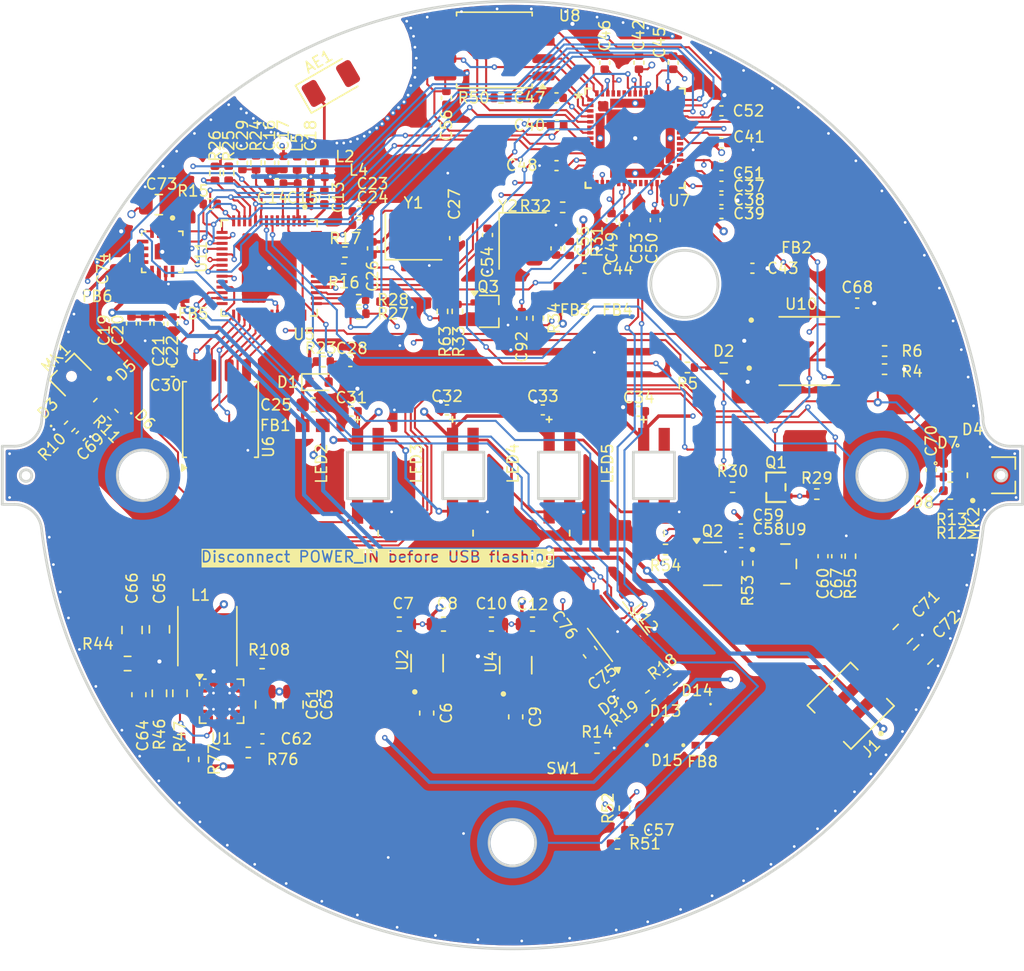
<source format=kicad_pcb>
(kicad_pcb (version 20241229) (generator "pcbnew") (generator_version "9.0")
  (title_block (title "Drop in replacement PCB for Nest mini v2") (rev "v1") (company "by iMike78 (inpired by Onju voice and HA VPE)"))
  (layers (0 "F.Cu" signal) (4 "In1.Cu" power) (6 "In2.Cu" power) (2 "B.Cu" signal) (13 "F.Paste" user) (15 "B.Paste" user) (5 "F.SilkS" user "F.Silkscreen") (7 "B.SilkS" user "B.Silkscreen") (1 "F.Mask" user) (3 "B.Mask" user) (25 "Edge.Cuts" user))
  (net 0 "")
  (net 1 "GND")
  (net 2 "Net-(D15-A2)")
  (net 3 "Net-(U1-EN)")
  (net 4 "+5V")
  (net 5 "Net-(C64-Pad1)")
  (net 6 "Net-(U1-PG)")
  (net 7 "Net-(U1-FB)")
  (net 8 "+3V3")
  (net 9 "Net-(L1-Pad1)")
  (net 10 "Net-(U1-SS{slash}TR)")
  (net 12 "MUTE_ON")
  (net 13 "Net-(U1-DEF)")
  (net 16 "+1V8")
  (net 17 "+0V9")
  (net 18 "Net-(AE1-Pad1)")
  (net 19 "Net-(C13-Pad1)")
  (net 20 "Net-(U5-LNA_IN)")
  (net 21 "Net-(C14-Pad1)")
  (net 22 "ESP_3V3")
  (net 23 "Net-(C26-Pad2)")
  (net 24 "Net-(U5-XTAL_P)")
  (net 25 "ESP_RST")
  (net 26 "ESP_BOOT")
  (net 27 "I2S_LRCK")
  (net 28 "I2S_BCLK")
  (net 29 "I2S_MCLK")
  (net 30 "I2S_DIN_SEC")
  (net 31 "I2S_DIN_ESP")
  (net 32 "I2S2_MCLK")
  (net 33 "I2S2_BCLK")
  (net 35 "I2S2_LRCLK")
  (net 36 "Net-(U5-U0TXD)")
  (net 37 "ESP_TX0")
  (net 38 "Net-(U5-XTAL_N)")
  (net 40 "/ESP32-S3R8/SPI_HD")
  (net 41 "/ESP32-S3R8/SPI_WP")
  (net 43 "/ESP32-S3R8/SPI_CLK")
  (net 44 "/ESP32-S3R8/SPI_Q")
  (net 45 "/ESP32-S3R8/SPI_D")
  (net 46 "I2C_SDA")
  (net 47 "I2C_SCL")
  (net 48 "I2C2_SDA")
  (net 50 "I2C2_SCL")
  (net 51 "I2S2_DATA")
  (net 52 "ESP_USB_P")
  (net 53 "ESP_MUTE_DET")
  (net 54 "ESP_RX0")
  (net 55 "/ESP32-S3R8/TOUCH_C")
  (net 56 "/ESP32-S3R8/SPI_CS0")
  (net 57 "AUDIO_PA_EN")
  (net 59 "ESP_IO48")
  (net 60 "ECO_B")
  (net 62 "ESP_IO41")
  (net 63 "ESP_WS2812")
  (net 64 "ECO_A")
  (net 65 "/ESP32-S3R8/TOUCH_L")
  (net 66 "ESP_USB_N")
  (net 67 "/ESP32-S3R8/TOUCH_R")
  (net 68 "ESP_IO40")
  (net 69 "ESP_IO42")
  (net 70 "Net-(LED2-DOUT)")
  (net 71 "Net-(LED3-DOUT)")
  (net 72 "Net-(LED4-DOUT)")
  (net 73 "VDD")
  (net 74 "Net-(U7-PLL_AVDD)")
  (net 75 "VBUS")
  (net 76 "/XMOS/VBUS_DETEC")
  (net 77 "Net-(U7-XOUT)")
  (net 78 "Net-(C55-Pad1)")
  (net 79 "VDDIO")
  (net 80 "Net-(U7-XIN)")
  (net 81 "RST_DAC")
  (net 82 "/XMOS/MIC_CLK")
  (net 87 "/XMOS/QSPI_D1")
  (net 89 "/XMOS/RST_N")
  (net 90 "/XMOS/QSPI_D2")
  (net 91 "/XMOS/XOD31")
  (net 92 "/XMOS/XMOS_MUTE_DET")
  (net 93 "/XMOS/TCK")
  (net 94 "/XMOS/QSPI_CLK")
  (net 95 "/XMOS/TDI")
  (net 96 "/XMOS/TMS")
  (net 97 "/XMOS/TDO")
  (net 98 "/XMOS/QSPI_CS_N")
  (net 99 "XMOS_USB_N")
  (net 100 "/XMOS/QSPI_D0")
  (net 103 "XMOS_USB_P")
  (net 104 "/XMOS/QSPI_D3")
  (net 105 "/XMOS/MIC_DATA")
  (net 106 "VDD_MIC")
  (net 107 "MUTE")
  (net 108 "Net-(Q2-B)")
  (net 109 "Net-(Q2-C)")
  (net 111 "Net-(U10-2Y)")
  (net 112 "/XMOS/MIC_DATA_M")
  (net 113 "/XMOS/MIC_CLK_M")
  (net 114 "Net-(U10-4Y)")
  (net 116 "Net-(D5-A2)")
  (net 117 "Net-(D6-A2)")
  (net 118 "Net-(D7-A2)")
  (net 119 "Net-(D8-A2)")
  (net 120 "Net-(C71-Pad1)")
  (net 121 "Net-(C72-Pad1)")
  (net 122 "Net-(U11-OUTN)")
  (net 123 "Net-(U11-OUTP)")
  (net 125 "/Power/USB_SEL")
  (net 126 "/Power/USB_D_P")
  (net 127 "/Power/USB_D_N")
  (net 128 "/Power/USB_IN_D_N")
  (net 129 "/Power/USB_IN_D_P")
  (net 131 "Net-(Q3-G)")
  (net 132 "XU316_RST")
  (footprint "Resistor_SMD:R_0603_1608Metric" (layer "F.Cu") (at 107.7175 102.83)
    (property "Reference" "R44")
    (property "Value" "49.9R" (hide yes))
  )
  (footprint "Diode_SMD:D_0402_1005Metric" (layer "F.Cu") (at 106.3 80.9 -135)
    (property "Reference" "D5")
    (property "Value" "PESD0402V05" (hide yes))
  )
  (footprint "Resistor_SMD:R_0402_1005Metric" (layer "F.Cu") (at 147 94.5 180)
    (property "Reference" "R54")
    (property "Value" "3.3k" (hide yes))
  )
  (footprint "Capacitor_SMD:C_0402_1005Metric" (layer "F.Cu") (at 111 78 -90)
    (property "Reference" "C22")
    (property "Value" "1uF" (hide yes))
  )
  (footprint "Onju:BLM18PG121SN1D" (layer "F.Cu") (at 108 76 180)
    (property "Reference" "FB6")
    (property "Value" "600R" (hide yes))
  )
  (footprint "Capacitor_SMD:C_0402_1005Metric" (layer "F.Cu") (at 110 78 -90)
    (property "Reference" "C21")
    (property "Value" "100nF" (hide yes))
  )
  (footprint "Capacitor_SMD:C_0805_2012Metric" (layer "F.Cu") (at 107.14044 73.192955 90)
    (property "Reference" "C74")
    (property "Value" "47uF" (hide yes))
  )
  (footprint "Package_SO:SOIC-8_5.3x5.3mm_P1.27mm" (layer "F.Cu") (at 134.5 58 180)
    (property "Reference" "U8")
    (property "Value" "W25Q128JVSIQ" (hide yes))
  )
  (footprint "Capacitor_SMD:C_0402_1005Metric" (layer "F.Cu") (at 151.080362 66.450999)
    (property "Reference" "C51")
    (property "Value" "100nF" (hide yes))
  )
  (footprint "Capacitor_SMD:C_0402_1005Metric" (layer "F.Cu") (at 109 77.98 -90)
    (property "Reference" "C20")
    (property "Value" "100nF" (hide yes))
  )
  (footprint "Package_DFN_QFN:VQFN-16-1EP_3x3mm_P0.5mm_EP1.68x1.68mm_ThermalVias" (layer "F.Cu") (at 114.58 105.58)
    (property "Reference" "U1")
    (property "Value" "TPS62130" (hide yes))
  )
  (footprint "Capacitor_SMD:C_0402_1005Metric" (layer "F.Cu") (at 124.620362 69.790999 180)
    (property "Reference" "C23")
    (property "Value" "100nF" (hide yes))
  )
  (footprint "Capacitor_SMD:C_0402_1005Metric" (layer "F.Cu") (at 147.560362 58.930999 90)
    (property "Reference" "C45")
    (property "Value" "100nF" (hide yes))
  )
  (footprint "Onju:SK6812MINI-E" (layer "F.Cu") (at 125.262358 89.113546 90)
    (property "Reference" "LED2")
    (property "Value" "SK6812MINI-E" (hide yes))
    (fp_line (start 1.7 -1.5) (end 1.7 1.5) (stroke (width 0.01)) (layer "Edge.Cuts"))
    (fp_line (start -1.7 -1.5) (end 1.7 -1.5) (stroke (width 0.01)) (layer "Edge.Cuts"))
    (fp_line (start 1.7 1.5) (end -1.7 1.5) (stroke (width 0.01)) (layer "Edge.Cuts"))
    (fp_line (start -1.7 1.5) (end -1.7 -1.5) (stroke (width 0.01)) (layer "Edge.Cuts"))
  )
  (footprint "Resistor_SMD:R_0402_1005Metric" (layer "F.Cu") (at 160.5 94.99 90)
    (property "Reference" "R55")
    (property "Value" "47k" (hide yes))
  )
  (footprint "Crystal:Crystal_SMD_3225-4Pin_3.2x2.5mm" (layer "F.Cu") (at 128.600362 71.620999)
    (property "Reference" "Y1")
    (property "Value" "40MHz" (hide yes))
  )
  (footprint "Diode_SMD:D_0402_1005Metric" (layer "F.Cu") (at 167.815 88.2)
    (property "Reference" "D7")
    (property "Value" "PESD0402V05" (hide yes))
  )
  (footprint "Diode_SMD:D_0402_1005Metric" (layer "F.Cu") (at 167.8 90.2)
    (property "Reference" "D8")
    (property "Value" "PESD0402V05" (hide yes))
  )
  (footprint "Capacitor_SMD:C_0402_1005Metric" (layer "F.Cu") (at 134 71.52 -90)
    (property "Reference" "C54")
    (property "Value" "20pF" (hide yes))
  )
  (footprint "Capacitor_SMD:C_0402_1005Metric" (layer "F.Cu") (at 144.52 115)
    (property "Reference" "C57")
    (property "Value" "100nF" (hide yes))
  )
  (footprint "Resistor_SMD:R_0402_1005Metric" (layer "F.Cu") (at 112.5425 109.84 90)
    (property "Reference" "R77")
    (property "Value" "100k" (hide yes))
  )
  (footprint "Onju:BLM18PG121SN1D" (layer "F.Cu") (at 140.060362 75.450999)
    (property "Reference" "FB3")
    (property "Value" "600R" (hide yes))
  )
  (footprint "Onju:CHS-01TA" (layer "F.Cu") (at 139.5 106)
    (property "Reference" "SW1")
    (property "Value" "SMXS‑01K‑TP" (hide yes))
  )
  (footprint "Resistor_SMD:R_0402_1005Metric" (layer "F.Cu") (at 114.100362 67.01 -90)
    (property "Reference" "R26")
    (property "Value" "4.7k" (hide yes))
  )
  (footprint "Capacitor_SMD:C_0402_1005Metric" (layer "F.Cu") (at 139.080362 63.5 180)
    (property "Reference" "C40")
    (property "Value" "100nF" (hide yes))
  )
  (footprint "Capacitor_SMD:C_0402_1005Metric" (layer "F.Cu") (at 145.060362 58.930999 90)
    (property "Reference" "C42")
    (property "Value" "100nF" (hide yes))
  )
  (footprint "Capacitor_SMD:C_0805_2012Metric" (layer "F.Cu") (at 108.0425 100.38 -90)
    (property "Reference" "C66")
    (property "Value" "100nF" (hide yes))
  )
  (footprint "Capacitor_SMD:C_0603_1608Metric" (layer "F.Cu") (at 136.060362 106.725999 -90)
    (property "Reference" "C9")
    (property "Value" "2.2uF" (hide yes))
  )
  (footprint "Capacitor_SMD:C_0603_1608Metric" (layer "F.Cu") (at 121.275 83.930999)
    (property "Reference" "C25")
    (property "Value" "100nF" (hide yes))
  )
  (footprint "Capacitor_SMD:C_0402_1005Metric" (layer "F.Cu") (at 151.080362 68.950999)
    (property "Reference" "C38")
    (property "Value" "100nF" (hide yes))
  )
  (footprint "Resistor_SMD:R_0402_1005Metric" (layer "F.Cu") (at 123.590362 72.770999 180)
    (property "Reference" "R17")
    (property "Value" "0R" (hide yes))
  )
  (footprint "Onju:SOT65P210X110-5N" (layer "F.Cu") (at 129.590362 102.800999 90)
    (property "Reference" "U2")
    (property "Value" "MIC5365-1.8YC5-TR" (hide yes))
  )
  (footprint "Onju:DIOM168X70N" (layer "F.Cu") (at 151.25 81.25 180)
    (property "Reference" "D2")
    (property "Value" "RB521S30T1G" (hide yes))
  )
  (footprint "Inductor_SMD:L_0402_1005Metric" (layer "F.Cu") (at 122.600362 67.270999 180)
    (property "Reference" "L4")
    (property "Value" "2.7nH" (hide yes))
  )
  (footprint "Onju:TLV73333PDBVR" (layer "F.Cu") (at 155.755 95.55)
    (property "Reference" "U9")
    (property "Value" "TLV73333PDBVR" (hide yes))
  )
  (footprint "Onju:TPD1E05U06DPYR" (layer "F.Cu") (at 147.0375 108.8)
    (property "Reference" "D15")
    (property "Value" "TPD1E10B06DPYR" (hide yes))
  )
  (footprint "Resistor_SMD:R_0402_1005Metric" (layer "F.Cu") (at 137.7 77.6 -90)
    (property "Reference" "R34")
    (property "Value" "10k" (hide yes))
  )
  (footprint "Diode_SMD:D_0402_1005Metric" (layer "F.Cu") (at 149.2 105.8 180)
    (property "Reference" "D14")
    (property "Value" "PESD0402V05" (hide yes))
  )
  (footprint "Capacitor_SMD:C_0402_1005Metric" (layer "F.Cu") (at 142.560362 58.930999 90)
    (property "Reference" "C46")
    (property "Value" "100nF" (hide yes))
  )
  (footprint "Resistor_SMD:R_0402_1005Metric" (layer "F.Cu") (at 143.49 116 180)
    (property "Reference" "R51")
    (property "Value" "100R" (hide yes))
  )
  (footprint "Resistor_SMD:R_0402_1005Metric" (layer "F.Cu") (at 142 109)
    (property "Reference" "R14")
    (property "Value" "10k" (hide yes))
  )
  (footprint "Resistor_SMD:R_0402_1005Metric" (layer "F.Cu") (at 147.49 104 37)
    (property "Reference" "R18")
    (property "Value" "22R" (hide yes))
  )
  (footprint "Capacitor_SMD:C_0402_1005Metric" (layer "F.Cu") (at 158.5 94.99 -90)
    (property "Reference" "C60")
    (property "Value" "1uF" (hide yes))
  )
  (footprint "Capacitor_SMD:C_0805_2012Metric" (layer "F.Cu") (at 110 69.3)
    (property "Reference" "C73")
    (property "Value" "100nF" (hide yes))
  )
  (footprint "Onju:SK6812MINI-E" (layer "F.Cu") (at 132.195818 89.1 90)
    (property "Reference" "LED3")
    (property "Value" "SK6812MINI-E" (hide yes))
    (fp_line (start 1.7 -1.5) (end 1.7 1.5) (stroke (width 0.01)) (layer "Edge.Cuts"))
    (fp_line (start -1.7 -1.5) (end 1.7 -1.5) (stroke (width 0.01)) (layer "Edge.Cuts"))
    (fp_line (start 1.7 1.5) (end -1.7 1.5) (stroke (width 0.01)) (layer "Edge.Cuts"))
    (fp_line (start -1.7 1.5) (end -1.7 -1.5) (stroke (width 0.01)) (layer "Edge.Cuts"))
  )
  (footprint "Capacitor_SMD:C_0402_1005Metric" (layer "F.Cu") (at 152.5 93 180)
    (property "Reference" "C59")
    (property "Value" "2.2uF" (hide yes))
  )
  (footprint "Package_TO_SOT_SMD:SOT-23" (layer "F.Cu") (at 150.4375 95.55)
    (property "Reference" "Q2")
    (property "Value" "BC847B" (hide yes))
  )
  (footprint "Resistor_SMD:R_0402_1005Metric" (layer "F.Cu") (at 148.6 81.2 180)
    (property "Reference" "R5")
    (property "Value" "10k" (hide yes))
  )
  (footprint "Capacitor_SMD:C_0402_1005Metric" (layer "F.Cu") (at 121.100362 66.265 -90)
    (property "Reference" "C18")
    (property "Value" "10uF" (hide yes))
  )
  (footprint "Capacitor_SMD:C_0402_1005Metric" (layer "F.Cu") (at 116.100362 66.25 90)
    (property "Reference" "C29")
    (property "Value" "12pF" (hide yes))
  )
  (footprint "Capacitor_SMD:C_0402_1005Metric" (layer "F.Cu") (at 131 61.5 -90)
    (property "Reference" "C56")
    (property "Value" "100nF" (hide yes))
  )
  (footprint "Onju:BLM18PG121SN1D" (layer "F.Cu") (at 143.25 75.5 180)
    (property "Reference" "FB4")
    (property "Value" "600R" (hide yes))
  )
  (footprint "Inductor_SMD:L_0402_1005Metric" (layer "F.Cu") (at 122.085362 65.785999 -90)
    (property "Reference" "L2")
    (property "Value" "3.3nH" (hide yes))
  )
  (footprint "Capacitor_SMD:C_0805_2012Metric" (layer "F.Cu") (at 117.8 105.83 -90)
    (property "Reference" "C61")
    (property "Value" "22uF" (hide yes))
  )
  (footprint "Resistor_SMD:R_0402_1005Metric" (layer "F.Cu") (at 145.907304 105.193074 -143)
    (property "Reference" "R19")
    (property "Value" "22R" (hide yes))
  )
  (footprint "Capacitor_SMD:C_0402_1005Metric" (layer "F.Cu") (at 131.600362 71.750999 90)
    (property "Reference" "C27")
    (property "Value" "12pF" (hide yes))
  )
  (footprint "Diode_SMD:D_0402_1005Metric" (layer "F.Cu") (at 144.387338 104.70812 37)
    (property "Reference" "D9")
    (property "Value" "PESD0402V05" (hide yes))
  )
  (footprint "Capacitor_SMD:C_0402_1005Metric" (layer "F.Cu") (at 153.345362 73.950999)
    (property "Reference" "C43")
    (property "Value" "100nF" (hide yes))
  )
  (footprint "Resistor_SMD:R_0402_1005Metric" (layer "F.Cu") (at 158.050362 90.450999)
    (property "Reference" "R29")
    (property "Value" "47k" (hide yes))
  )
  (footprint "Onju:XU316-1024-QF60B-C24" (layer "F.Cu") (at 144.785413 64.450999)
    (property "Reference" "U7")
    (property "Value" "XU316-1024-QF60B-C24" (hide yes))
  )
  (footprint "Crystal:Crystal_SMD_3225-4Pin_3.2x2.5mm" (layer "F.Cu") (at 136.560362 71.950999 -90)
    (property "Reference" "Y2")
    (property "Value" "24MHz" (hide yes))
  )
  (footprint "Capacitor_SMD:C_0402_1005Metric" (layer "F.Cu") (at 151.080362 67.950999)
    (property "Reference" "C37")
    (property "Value" "100nF" (hide yes))
  )
  (footprint "Capacitor_SMD:C_0402_1005Metric" (layer "F.Cu") (at 139 72.5 90)
    (property "Reference" "C55")
    (property "Value" "20pF" (hide yes))
  )
  (footprint "Capacitor_SMD:C_0402_1005Metric" (layer "F.Cu") (at 145.040362 84.4 180)
    (property "Reference" "C34")
    (property "Value" "100nF" (hide yes))
  )
  (footprint "Onju:SK6812MINI-E" (layer "F.Cu") (at 139.25 89.1 90)
    (property "Reference" "LED4")
    (property "Value" "SK6812MINI-E" (hide yes))
    (fp_line (start 1.7 -1.5) (end 1.7 1.5) (stroke (width 0.01)) (layer "Edge.Cuts"))
    (fp_line (start -1.7 -1.5) (end 1.7 -1.5) (stroke (width 0.01)) (layer "Edge.Cuts"))
    (fp_line (start 1.7 1.5) (end -1.7 1.5) (stroke (width 0.01)) (layer "Edge.Cuts"))
    (fp_line (start -1.7 1.5) (end -1.7 -1.5) (stroke (width 0.01)) (layer "Edge.Cuts"))
  )
  (footprint "Capacitor_SMD:C_0402_1005Metric" (layer "F.Cu") (at 122.085362 68.770999 -90)
    (property "Reference" "C13")
    (property "Value" "1.2pF" (hide yes))
  )
  (footprint "Capacitor_SMD:C_0402_1005Metric" (layer "F.Cu") (at 111.02 81.5 180)
    (property "Reference" "C30")
    (property "Value" "100nF" (hide yes))
  )
  (footprint "Package_SO:SOIC-8_5.3x5.3mm_P1.27mm" (layer "F.Cu") (at 114.5 85 90)
    (property "Reference" "U6")
    (property "Value" "W25Q128JVSIQ" (hide yes))
  )
  (footprint "Resistor_SMD:R_0402_1005Metric" (layer "F.Cu") (at 103.49 85.5 45)
    (property "Reference" "R10")
    (property "Value" "100R" (hide yes))
  )
  (footprint "Capacitor_SMD:C_0603_1608Metric" (layer "F.Cu") (at 129.560362 106.450999 -90)
    (property "Reference" "C6")
    (property "Value" "2.2uF" (hide yes))
  )
  (footprint "Resistor_SMD:R_0402_1005Metric" (layer "F.Cu") (at 167.8 91.2)
    (property "Reference" "R12")
    (property "Value" "100R" (hide yes))
  )
  (footprint "Onju:TPD1E05U06DPYR" (layer "F.Cu") (at 149.7 108.8)
    (property "Reference" "FB8")
    (property "Value" "0R" (hide yes))
  )
  (footprint "Resistor_SMD:R_0402_1005Metric" (layer "F.Cu") (at 122.01 80.770999)
    (property "Reference" "R23")
    (property "Value" "10k" (hide yes))
  )
  (footprint "Capacitor_SMD:C_0603_1608Metric" (layer "F.Cu") (at 130.785362 99.950999)
    (property "Reference" "C8")
    (property "Value" "100nF" (hide yes))
  )
  (footprint "Capacitor_SMD:C_0805_2012Metric" (layer "F.Cu") (at 119.8 105.83 -90)
    (property "Reference" "C63")
    (property "Value" "10uF" (hide yes))
  )
  (footprint "Capacitor_SMD:C_0402_1005Metric" (layer "F.Cu") (at 144 70.75 -90)
    (property "Reference" "C53")
    (property "Value" "1uF" (hide yes))
  )
  (footprint "Onju:QFN40P700X700X90-57N" (layer "F.Cu") (at 118.060362 73.930999 -90)
    (property "Reference" "U5")
    (property "Value" "ESP32-S3R8" (hide yes))
  )
  (footprint "Resistor_SMD:R_0402_1005Metric" (layer "F.Cu") (at 117.100362 66.25 -90)
    (property "Reference" "R24")
    (property "Value" "10k" (hide yes))
  )
  (footprint "Resistor_SMD:R_0402_1005Metric" (layer "F.Cu") (at 144 113.4 90)
    (property "Reference" "R52")
    (property "Value" "1k" (hide yes))
  )
  (footprint "Capacitor_SMD:C_0402_1005Metric" (layer "F.Cu") (at 124.060362 84.4 180)
    (property "Reference" "C31")
    (property "Value" "100nF" (hide yes))
  )
  (footprint "Capacitor_SMD:C_0603_1608Metric" (layer "F.Cu") (at 141.5 102 127)
    (property "Reference" "C76")
    (property "Value" "100nF" (hide yes))
  )
  (footprint "Capacitor_SMD:C_0603_1608Metric" (layer "F.Cu") (at 127.560362 99.950999 180)
    (property "Reference" "C7")
    (property "Value" "4.7uF" (hide yes))
  )
  (footprint "Capacitor_SMD:C_0402_1005Metric" (layer "F.Cu") (at 143 104.5 -143)
    (property "Reference" "C75")
    (property "Value" "100nF" (hide yes))
  )
  (footprint "Resistor_SMD:R_0402_1005Metric" (layer "F.Cu") (at 116.5325 109.33 180)
    (property "Reference" "R76")
    (property "Value" "100k" (hide yes))
  )
  (footprint "Resistor_SMD:R_0402_1005Metric" (layer "F.Cu") (at 139.49 69.5)
    (property "Reference" "R32")
    (property "Value" "1M" (hide yes))
  )
  (footprint "Resistor_SMD:R_0402_1005Metric" (layer "F.Cu") (at 115.100362 67 -90)
    (property "Reference" "R25")
    (property "Value" "4.7k" (hide yes))
  )
  (footprint "Resistor_SMD:R_0402_1005Metric" (layer "F.Cu") (at 130.71 77.1 -90)
    (property "Reference" "R63")
    (property "Value" "100R" (hide yes))
  )
  (footprint "Capacitor_SMD:C_0402_1005Metric" (layer "F.Cu") (at 119.100362 66.245 -90)
    (property "Reference" "C17")
    (property "Value" "1uF" (hide yes))
  )
  (footprint "Inductor_SMD:L_Coilcraft_XxL4020" (layer "F.Cu") (at 113.5425 100.83 90)
    (property "Reference" "L1")
    (property "Value" "2.2uH" (hide yes))
  )
  (footprint "Capacitor_SMD:C_0402_1005Metric" (layer "F.Cu") (at 141.080362 73.950999)
    (property "Reference" "C44")
    (property "Value" "1uF" (hide yes))
  )
  (footprint "Capacitor_SMD:C_0402_1005Metric" (layer "F.Cu") (at 151.080362 69.950999)
    (property "Reference" "C39")
    (property "Value" "100nF" (hide yes))
  )
  (footprint "Capacitor_SMD:C_0805_2012Metric" (layer "F.Cu") (at 164.328249 100.671751 45)
    (property "Reference" "C71")
    (property "Value" "10nF" (hide yes))
  )
  (footprint "Diode_SMD:D_0402_1005Metric" (layer "F.Cu") (at 102.9 84.7 45)
    (property "Reference" "D3")
    (property "Value" "PESD0402V05" (hide yes))
  )
  (footprint "Resistor_SMD:R_0402_1005Metric" (layer "F.Cu") (at 163 80 180)
    (property "Reference" "R6")
    (property "Value" "100R" (hide yes))
  )
  (footprint "Capacitor_SMD:C_0402_1005Metric" (layer "F.Cu") (at 152.52 94 180)
    (property "Reference" "C58")
    (property "Value" "100nF" (hide yes))
  )
  (footprint "Capacitor_SMD:C_0402_1005Metric" (layer "F.Cu") (at 139.040362 61.5 180)
    (property "Reference" "C47")
    (property "Value" "100nF" (hide yes))
  )
  (footprint "Capacitor_SMD:C_0402_1005Metric" (layer "F.Cu") (at 159.5 94.99 -90)
    (property "Reference" "C67")
    (property "Value" "100nF" (hide yes))
  )
  (footprint "Onju:max98357aete" (layer "F.Cu") (at 110.25 72.75 -90)
    (property "Reference" "U11")
    (property "Value" "MAX98357AETE_T" (hide yes))
  )
  (footprint "Package_SO:MSOP-10_3x3mm_P0.5mm" (layer "F.Cu") (at 143.5 100.5 127)
    (property "Reference" "U12")
    (property "Value" "FSUSB42MUX" (hide yes))
  )
  (footprint "Capacitor_SMD:C_0402_1005Metric" (layer "F.Cu") (at 120.620362 67.765)
    (property "Reference" "C15")
    (property "Value" "100nF" (hide yes))
  )
  (footprint "Onju:SOT65P210X110-5N" (layer "F.Cu") (at 136.060362 102.950999 90)
    (property "Reference" "U4")
    (property "Value" "MIC5365-0.9YC5-TR" (hide yes))
  )
  (footprint "Package_TO_SOT_SMD:SOT-323_SC-70" (layer "F.Cu") (at 134.1 77.1)
    (property "Reference" "Q3")
    (property "Value" "LBSS138WT1G" (hide yes))
  )
  (footprint "Resistor_SMD:R_0402_1005Metric" (layer "F.Cu") (at 123.5 74 180)
    (property "Reference" "R16")
    (property "Value" "499R" (hide yes))
  )
  (footprint "Resistor_SMD:R_0402_1005Metric" (layer "F.Cu") (at 106.639376 84.639376 135)
    (property "Reference" "R11")
    (property "Value" "100R" (hide yes))
  )
  (footprint "Inductor_SMD:L_0402_1005Metric" (layer "F.Cu") (at 120.100362 66.265 90)
    (property "Reference" "L5")
    (property "Value" "2.2nH" (hide yes))
  )
  (footprint "Capacitor_SMD:C_0402_1005Metric" (layer "F.Cu") (at 125.600362 72.5 -90)
    (property "Reference" "C26")
    (property "Value" "12pF" (hide yes))
  )
  (footprint "Resistor_SMD:R_0603_1608Metric" (layer "F.Cu") (at 111.5425 105.005 90)
    (property "Reference" "R47")
    (property "Value" "22.1k" (hide yes))
  )
  (footprint "Onju:SK6812MINI-E" (layer "F.Cu") (at 146.155181 89.113546 90)
    (property "Reference" "LED5")
    (property "Value" "SK6812MINI-E" (hide yes))
    (fp_line (start 1.7 -1.5) (end 1.7 1.5) (stroke (width 0.01)) (layer "Edge.Cuts"))
    (fp_line (start -1.7 -1.5) (end 1.7 -1.5) (stroke (width 0.01)) (layer "Edge.Cuts"))
    (fp_line (start 1.7 1.5) (end -1.7 1.5) (stroke (width 0.01)) (layer "Edge.Cuts"))
    (fp_line (start -1.7 1.5) (end -1.7 -1.5) (stroke (width 0.01)) (layer "Edge.Cuts"))
  )
  (footprint "Resistor_SMD:R_0402_1005Metric" (layer "F.Cu") (at 113.75 69.25)
    (property "Reference" "R15")
    (property "Value" "0R" (hide yes))
  )
  (footprint "Onju:BLM18PG121SN1D" (layer "F.Cu") (at 121.235 85.430999 180)
    (property "Reference" "FB1")
    (property "Value" "120R" (hide yes))
  )
  (footprint "Capacitor_SMD:C_0402_1005Metric" (layer "F.Cu") (at 166.4 88.68 90)
    (property "Reference" "C70")
    (property "Value" "100nF" (hide yes))
  )
  (footprint "Capacitor_SMD:C_0402_1005Metric" (layer "F.Cu") (at 151.080362 62.450999)
    (property "Reference" "C52")
    (property "Value" "100nF" (hide yes))
  )
  (footprint "Diode_SMD:D_0402_1005Metric" (layer "F.Cu") (at 107.209841 83.77768 135)
    (property "Reference" "D6")
    (property "Value" "PESD0402V05" (hide yes))
  )
  (footprint "Capacitor_SMD:C_0402_1005Metric" (layer "F.Cu") (at 136.5 77.6 -90)
    (property "Reference" "C92")
    (property "Value" "100nF" (hide yes))
  )
  (footprint "Resistor_SMD:R_0603_1608Metric" (layer "F.Cu") (at 110.0425 105.005 -90)
    (property "Reference" "R46")
    (property "Value" "100k" (hide yes))
  )
  (footprint "Capacitor_SMD:C_0402_1005Metric" (layer "F.Cu") (at 143.060362 70.430999 -90)
    (property "Reference" "C49")
    (property "Value" "100nF" (hide yes))
  )
  (footprint "Onju:1775443-2" (layer "F.Cu") (at 160.527728 105.911612 135)
    (property "Reference" "J1")
    (property "Value" "1775443-2" (hide yes))
  )
  (footprint "Capacitor_SMD:C_0603_1608Metric" (layer "F.Cu") (at 134.285362 99.950999 180)
    (property "Reference" "C10")
    (property "Value" "4.7uF" (hide yes))
  )
  (footprint "Resistor_SMD:R_0402_1005Metric" (layer "F.Cu") (at 131.8 77.1 90)
    (property "Reference" "R33")
    (property "Value" "470k" (hide yes))
  )
  (footprint "Diode_SMD:D_SOD-523" (layer "F.Cu") (at 121.7 82.270999)
    (property "Reference" "D1")
    (property "Value" "LRB520S-30T1G" (hide yes))
  )
  (footprint "Resistor_SMD:R_0402_1005Metric" (layer "F.Cu") (at 162.994701 81.322216 180)
    (property "Reference" "R4")
    (property "Value" "47k" (hide yes))
  )
  (footprint "Capacitor_SMD:C_0603_1608Metric" (layer "F.Cu") (at 108.5425 105.105 -90)
    (property "Reference" "C64")
    (property "Value" "220pF" (hide yes))
  )
  (footprint "Capacitor_SMD:C_0402_1005Metric" (layer "F.Cu") (at 139.040362 66.450999 180)
    (property "Reference" "C48")
    (property "Value" "100nF" (hide yes))
  )
  (footprint "Capacitor_SMD:C_0402_1005Metric" (layer "F.Cu") (at 138.040362 84.3 180)
    (property "Reference" "C33")
    (property "Value" "100nF" (hide yes))
  )
  (footprint "Capacitor_SMD:C_0402_1005Metric" (layer "F.Cu") (at 118.100362 66.245 -90)
    (property "Reference" "C16")
    (property "Value" "100nF" (hide yes))
  )
  (footprint "Capacitor_SMD:C_0402_1005Metric" (layer "F.Cu") (at 104.3 86.2 45)
    (property "Reference" "C69")
    (property "Value" "100nF" (hide yes))
  )
  (footprint "Resistor_SMD:R_0402_1005Metric" (layer "F.Cu") (at 140 72.5 -90)
    (property "Reference" "R31")
    (property "Value" "680R" (hide yes))
  )
  (footprint "Capacitor_SMD:C_0603_1608Metric" (layer "F.Cu") (at 137.285362 99.950999)
    (property "Reference" "C12")
    (property "Value" "100nF" (hide yes))
  )
  (footprint "Onju:BLM18PG121SN1D" (layer "F.Cu") (at 111 76)
    (property "Reference" "FB5")
    (property "Value" "600R" (hide yes))
  )
  (footprint "Onju:BLM18PG121SN1D" (layer "F.Cu") (at 153.825362 72.450999)
    (property "Reference" "FB2")
    (property "Value" "120R" (hide yes))
  )
  (footprint "RF_Antenna:Johanson_2450AT18x100" (layer "F.Cu") (at 122.560362 60.450999 30)
    (property "Reference" "AE1")
    (property "Value" "2450AT18A100E" (hide yes))
  )
  (footprint "Capacitor_SMD:C_0402_1005Metric" (layer "F.Cu") (at 124.620362 70.770999 180)
    (property "Reference" "C24")
    (property "Value" "1uF" (hide yes))
  )
  (footprint "Capacitor_SMD:C_0805_2012Metric" (layer "F.Cu") (at 165.828249 102.171751 45)
    (property "Reference" "C72")
    (property "Value" "10nF" (hide yes))
  )
  (footprint "Diode_SMD:D_0402_1005Metric" (layer "F.Cu") (at 169.415 86.9)
    (property "Reference" "D4")
    (property "Value" "PESD0402V05" (hide yes))
  )
  (footprint "Capacitor_SMD:C_0402_1005Metric" (layer "F.Cu") (at 151.080362 64.8)
    (property "Reference" "C41")
    (property "Value" "100nF" (hide yes))
  )
  (footprint "Onju:SOP65P640X120-14N" (layer "F.Cu") (at 157.5 80)
    (property "Reference" "U10")
    (property "Value" "SN74LVC125APWR" (hide yes))
  )
  (footprint "Onju:MIC_T3902" (layer "F.Cu") (at 104.122706 82.346915 -135)
    (property "Reference" "MK1")
    (property "Value" "T3902" (hide yes))
  )
  (footprint "Resistor_SMD:R_0402_1005Metric" (layer "F.Cu") (at 124.610362 77.270999 180)
    (property "Reference" "R27")
    (property "Value" "4.7k" (hide yes))
  )
  (footprint "Capacitor_SMD:C_0402_1005Metric" (layer "F.Cu") (at 118.620362 67.765 180)
    (property "Reference" "C14")
    (property "Value" "2.4pF" (hide yes))
  )
  (footprint "Resistor_SMD:R_0402_1005Metric" (layer "F.Cu") (at 117.5425 102.83 180)
    (property "Reference" "R108")
    (property "Value" "100k" (hide yes))
  )
  (footprint "Resistor_SMD:R_0402_1005Metric" (layer "F.Cu") (at 151.895362 89.950999)
    (property "Reference" "R30")
    (property "Value" "100k" (hide yes))
  )
  (footprint "Capacitor_SMD:C_0805_2012Metric" (layer "F.Cu") (at 110.0425 100.33 -90)
    (property "Reference" "C65")
    (property "Value" "22uF" (hide yes))
  )
  (footprint "Capacitor_SMD:C_0402_1005Metric" (layer "F.Cu") (at 161 76.5)
    (property "Reference" "C68")
    (property "Value" "100nF" (hide yes))
  )
  (footprint "Capacitor_SMD:C_0402_1005Metric" (layer "F.Cu") (at 131.040362 84.3 180)
    (property "Reference" "C32")
    (property "Value" "100nF" (hide yes))
  )
  (footprint "Capacitor_SMD:C_0402_1005Metric" (layer "F.Cu") (at 108 77.98 -90)
    (property "Reference" "C19")
    (property "Value" "100nF" (hide yes))
  )
  (footprint "Resistor_SMD:R_0402_1005Metric" (layer "F.Cu") (at 153 95.5 90)
    (property "Reference" "R53")
    (property "Value" "470k" (hide yes))
  )
  (footprint "Capacitor_SMD:C_0402_1005Metric" (layer "F.Cu") (at 117.5625 108.33 180)
    (property "Reference" "C62")
    (property "Value" "10nF" (hide yes))
  )
  (footprint "Onju:SC-70-3_L2.1-W1.3-P0.65-LS2.1-BR" (layer "F.Cu") (at 155.060362 89.950999)
    (property "Reference" "Q1")
    (property "Value" "LBSS138WT1G" (hide yes))
  )
  (footprint "Onju:MIC_T3902" (layer "F.Cu") (at 170.793941 89.074445 90)
    (property "Reference" "MK2")
    (property "Value" "T3902" (hide yes))
  )
  (footprint "Diode_SMD:D_0402_1005Metric" (layer "F.Cu") (at 147.1 107.3)
    (property "Reference" "D13")
    (property "Value" "PESD0402V05" (hide yes))
  )
  (footprint "Resistor_SMD:R_0402_1005Metric" (layer "F.Cu") (at 124.590362 76.250999 180)
    (property "Reference" "R28")
    (property "Value" "4.7k" (hide yes))
  )
  (footprint "Resistor_SMD:R_0402_1005Metric" (layer "F.Cu") (at 167.8 89.2)
    (property "Reference" "R13")
    (property "Value" "100R" (hide yes))
  )
  (footprint "Capacitor_SMD:C_0402_1005Metric" (layer "F.Cu") (at 123.98 80.770999)
    (property "Reference" "C28")
    (property "Value" "1uF" (hide yes))
  )
  (footprint "Capacitor_SMD:C_0402_1005Metric" (layer "F.Cu") (at 146.25 70.430999 -90)
    (property "Reference" "C50")
    (property "Value" "100nF" (hide yes))
  )
  (footprint "Resistor_SMD:R_0402_1005Metric" (layer "F.Cu") (at 134.99 61.5 180)
    (property "Reference" "R50")
    (property "Value" "4.7k" (hide yes))
  )
  (gr_circle (center 108.815874 89.077634) (end 111.069773 89.097846) (stroke (width 1)) (fill no) (layers "B.Cu" "B.Mask") (net 67))
  (gr_circle (center 162.818092 89.082248) (end 165.07411 89.073391) (stroke (width 1)) (fill no) (layers "B.Cu" "B.Mask") (net 65))
  (gr_circle (center 135.825217 115.9311) (end 137.923137 115.987951) (stroke (width 1)) (fill no) (layers "B.Cu" "B.Mask") (net 55))
  (gr_circle (center 148.379362 75.089999) (end 150.829362 75.089999) (stroke (width 0.2)) (fill no) (layer "Edge.Cuts"))
  (gr_line (start 173.065362 91.200999) (end 173.065362 86.950999) (stroke (width 0.2)) (layer "Edge.Cuts"))
  (gr_arc (start 124.689362 121.837999) (mid 108.87242 110.783076) (end 101.436362 92.975999) (stroke (width 0.2)) (layer "Edge.Cuts"))
  (gr_circle (center 135.815362 115.925999) (end 137.515362 115.925999) (stroke (width 0.2)) (fill no) (layer "Edge.Cuts"))
  (gr_line (start 126.771362 90.781999) (end 123.771362 90.781999) (stroke (width 0.2)) (layer "Edge.Cuts"))
  (gr_line (start 140.715362 90.781999) (end 137.715362 90.781999) (stroke (width 0.2)) (layer "Edge.Cuts"))
  (gr_circle (center 162.815362 89.075999) (end 164.665362 89.075999) (stroke (width 0.2)) (fill no) (layer "Edge.Cuts"))
  (gr_line (start 137.715362 90.781999) (end 137.715362 87.381999) (stroke (width 0.2)) (layer "Edge.Cuts"))
  (gr_arc (start 170.132362 93.495139) (mid 154.126515 118.433529) (end 124.689804 121.837999) (stroke (width 0.2)) (layer "Edge.Cuts"))
  (gr_circle (center 108.815362 89.075999) (end 110.665362 89.075999) (stroke (width 0.2)) (fill no) (layer "Edge.Cuts"))
  (gr_line (start 133.730362 90.781999) (end 130.730362 90.781999) (stroke (width 0.2)) (layer "Edge.Cuts"))
  (gr_line (start 137.715362 87.381999) (end 140.715362 87.381999) (stroke (width 0.2)) (layer "Edge.Cuts"))
  (gr_arc (start 101.448747 84.983542) (mid 100.852172 86.376633) (end 99.449778 86.950999) (stroke (width 0.2)) (layer "Edge.Cuts"))
  (gr_line (start 130.730362 87.381999) (end 133.730362 87.381999) (stroke (width 0.2)) (layer "Edge.Cuts"))
  (gr_line (start 130.730362 90.781999) (end 130.730362 87.381999) (stroke (width 0.2)) (layer "Edge.Cuts"))
  (gr_line (start 173.065362 86.950999) (end 172.181962 86.950999) (stroke (width 0.2)) (layer "Edge.Cuts"))
  (gr_line (start 147.649362 87.381999) (end 147.649362 90.781999) (stroke (width 0.2)) (layer "Edge.Cuts"))
  (gr_line (start 140.715362 87.381999) (end 140.715362 90.781999) (stroke (width 0.2)) (layer "Edge.Cuts"))
  (gr_line (start 144.649362 90.781999) (end 144.649362 87.381999) (stroke (width 0.2)) (layer "Edge.Cuts"))
  (gr_arc (start 170.195362 92.975999) (mid 170.16534 93.23418) (end 170.132362 93.491999) (stroke (width 0.2)) (layer "Edge.Cuts"))
  (gr_arc (start 170.195362 92.975999) (mid 170.852514 91.707077) (end 172.188888 91.200999) (stroke (width 0.2)) (layer "Edge.Cuts"))
  (gr_line (start 144.649362 87.381999) (end 147.649362 87.381999) (stroke (width 0.2)) (layer "Edge.Cuts"))
  (gr_line (start 123.771362 90.781999) (end 123.771362 87.381999) (stroke (width 0.2)) (layer "Edge.Cuts"))
  (gr_line (start 172.188888 91.200999) (end 173.065362 91.200999) (stroke (width 0.2)) (layer "Edge.Cuts"))
  (gr_line (start 133.730362 87.381999) (end 133.730362 90.781999) (stroke (width 0.2)) (layer "Edge.Cuts"))
  (gr_line (start 126.771362 87.381999) (end 126.771362 90.781999) (stroke (width 0.2)) (layer "Edge.Cuts"))
  (gr_line (start 98.565362 86.950999) (end 98.565362 91.200999) (stroke (width 0.2)) (layer "Edge.Cuts"))
  (gr_arc (start 99.449778 91.200999) (mid 100.781793 91.709396) (end 101.436362 92.975999) (stroke (width 0.2)) (layer "Edge.Cuts"))
  (gr_circle (center 171.5 89.075) (end 171.925 89.075) (stroke (width 0.2)) (fill no) (layer "Edge.Cuts"))
  (gr_arc (start 101.448712 84.983538) (mid 135.763712 54.450859) (end 170.184731 84.863969) (stroke (width 0.2)) (layer "Edge.Cuts"))
  (gr_line (start 147.649362 90.781999) (end 144.649362 90.781999) (stroke (width 0.2)) (layer "Edge.Cuts"))
  (gr_arc (start 172.181962 86.95167) (mid 170.749668 86.347474) (end 170.182801 84.9) (stroke (width 0.2)) (layer "Edge.Cuts"))
  (gr_circle (center 100.3 89.1) (end 100.725 89.1) (stroke (width 0.2)) (fill no) (layer "Edge.Cuts"))
  (gr_line (start 98.565362 91.200999) (end 99.449778 91.200999) (stroke (width 0.2)) (layer "Edge.Cuts"))
  (gr_line (start 99.449778 86.950999) (end 98.565362 86.950999) (stroke (width 0.2)) (layer "Edge.Cuts"))
  (gr_line (start 123.771362 87.381999) (end 126.771362 87.381999) (stroke (width 0.2)) (layer "Edge.Cuts"))
  (gr_text "Disconnect POWER_IN before USB flashing" (at 113 95.5 0) (layer "F.SilkS" knockout) (effects (font (size 0.8 0.8) (thickness 0.12)) (justify left bottom)))
  (segment (start 107.14044 71.35956) (end 107.25 71.25) (width 0.25) (layer "F.Cu") (net 1))
  (segment (start 116.405 87.345) (end 116.5 87.25) (width 0.25) (layer "F.Cu") (net 1))
  (segment (start 137.560362 83.760362) (end 137.5 83.7) (width 0.25) (layer "F.Cu") (net 1))
  (segment (start 116.100362 65.100362) (end 116 65) (width 0.2) (layer "F.Cu") (net 1))
  (segment (start 123.085362 67.270999) (end 125.100362 69.285999) (width 0.15) (layer "F.Cu") (net 1))
  (segment (start 110.728865 69.521135) (end 110.728865 69.771135) (width 0.25) (layer "F.Cu") (net 1))
  (segment (start 137.560362 84.3) (end 137.560362 83.760362) (width 0.25) (layer "F.Cu") (net 1))
  (segment (start 129.700362 73.700362) (end 129.75 73.75) (width 0.25) (layer "F.Cu") (net 1))
  (segment (start 153.825362 73.950999) (end 154.450999 73.950999) (width 0.25) (layer "F.Cu") (net 1))
  (segment (start 134 72) (end 134.659363 72) (width 0.25) (layer "F.Cu") (net 1))
  (segment (start 110.0425 102.68) (end 111.5425 104.18) (width 0.25) (layer "F.Cu") (net 1))
  (segment (start 125.100362 69.790999) (end 125.100362 70.770999) (width 0.25) (layer "F.Cu") (net 1))
  (segment (start 125.600362 72.02) (end 126.251361 72.02) (width 0.25) (layer "F.Cu") (net 1))
  (segment (start 110 78.48) (end 111 78.48) (width 0.25) (layer "F.Cu") (net 1))
  (segment (start 151.860362 65.1) (end 151.560362 64.8) (width 0.15) (layer "F.Cu") (net 1))
  (segment (start 124.5 80.810999) (end 124.46 80.770999) (width 0.25) (layer "F.Cu") (net 1))
  (segment (start 136 102.914689) (end 137.335311 102.914689) (width 0.25) (layer "F.Cu") (net 1))
  (segment (start 152.200999 68.950999) (end 152.25 69) (width 0.25) (layer "F.Cu") (net 1))
  (segment (start 133.914689 102.914689) (end 132.5 101.5) (width 0.25) (layer "F.Cu") (net 1))
  (segment (start 129.700362 72.470999) (end 131.360362 72.470999) (width 0.25) (layer "F.Cu") (net 1))
  (segment (start 133.95 91.7) (end 134 91.75) (width 0.25) (layer "F.Cu") (net 1))
  (segment (start 142.560362 58.450999) (end 145.060362 58.450999) (width 0.25) (layer "F.Cu") (net 1))
  (segment (start 122.05 83.930999) (end 123.060362 83.930999) (width 0.25) (layer "F.Cu") (net 1))
  (segment (start 143.680999 70.910999) (end 144 71.23) (width 0.25) (layer "F.Cu") (net 1))
  (segment (start 118.140362 67.765) (end 118.140362 66.765) (width 0.25) (layer "F.Cu") (net 1))
  (segment (start 129.590362 103.770999) (end 129.590362 102.850895) (width 0.25) (layer "F.Cu") (net 1))
  (segment (start 152.02 93) (end 152.02 93.98) (width 0.25) (layer "F.Cu") (net 1))
  (segment (start 145 100.75) (end 143.5 100.5) (width 0.15) (layer "F.Cu") (net 1))
  (segment (start 132.5 101.5) (end 131.25 102.75) (width 0.25) (layer "F.Cu") (net 1))
  (segment (start 151.560362 68.950999) (end 152.200999 68.950999) (width 0.25) (layer "F.Cu") (net 1))
  (segment (start 123.529363 84.4) (end 123.580362 84.4) (width 0.25) (layer "F.Cu") (net 1))
  (segment (start 136.060362 103.920999) (end 136.060362 102.975051) (width 0.25) (layer "F.Cu") (net 1))
  (segment (start 110.0425 101.28) (end 110.0425 102.68) (width 0.25) (layer "F.Cu") (net 1))
  (segment (start 158.42 95.55) (end 158.5 95.47) (width 0.25) (layer "F.Cu") (net 1))
  (segment (start 126.785362 99.950999) (end 126.785362 101.535362) (width 0.25) (layer "F.Cu") (net 1))
  (segment (start 137.75 66.5) (end 137.799001 66.450999) (width 0.15) (layer "F.Cu") (net 1))
  (segment (start 118.140362 66.765) (end 118.100362 66.725) (width 0.25) (layer "F.Cu") (net 1))
  (segment (start 114.33 107.0425) (end 114.33 105.83) (width 0.25) (layer "F.Cu") (net 1))
  (segment (start 113.83 103.57) (end 114 103.4) (width 0.25) (layer "F.Cu") (net 1))
  (segment (start 153.5 80) (end 154.63 80) (width 0.25) (layer "F.Cu") (net 1))
  (segment (start 159.5 95.47) (end 160.47 95.47) (width 0.25) (layer "F.Cu") (net 1))
  (segment (start 125.5 70.3) (end 125.5 70.190637) (width 0.15) (layer "F.Cu") (net 1))
  (segment (start 151.375 95.55) (end 151.375 94.665) (width 0.25) (layer "F.Cu") (net 1))
  (segment (start 152.02 93.98) (end 152.04 94) (width 0.25) (layer "F.Cu") (net 1))
  (segment (start 145.060362 58.450999) (end 147.560362 58.450999) (width 0.25) (layer "F.Cu") (net 1))
  (segment (start 129.835362 107.500999) (end 129.560362 107.225999) (width 0.15) (layer "F.Cu") (net 1))
  (segment (start 135.52 78.08) (end 135.5 78.1) (width 0.25) (layer "F.Cu") (net 1))
  (segment (start 108.0925 101.28) (end 108.0425 101.33) (width 0.25) (layer "F.Cu") (net 1))
  (segment (start 106.642947 80.557053) (end 106.542947 80.657053) (width 0.25) (layer "F.Cu") (net 1))
  (segment (start 137.335311 102.914689) (end 138 102.25) (width 0.25) (layer "F.Cu") (net 1))
  (segment (start 154.63 78.05) (end 154.63 78.7) (width 0.25) (layer "F.Cu") (net 1))
  (segment (start 154.63 81.95) (end 153.3 81.95) (width 0.25) (layer "F.Cu") (net 1))
  (segment (start 153.3 78.7) (end 152.75 79.25) (width 0.25) (layer "F.Cu") (net 1))
  (segment (start 110.5 74.185) (end 110.5 74.9) (width 0.2) (layer "F.Cu") (net 1))
  (segment (start 143.060362 70.910999) (end 143.680999 70.910999) (width 0.25) (layer "F.Cu") (net 1))
  (segment (start 154.63 78.7) (end 153.3 78.7) (width 0.25) (layer "F.Cu") (net 1))
  (segment (start 153.2 65.1) (end 151.860362 65.1) (width 0.15) (layer "F.Cu") (net 1))
  (segment (start 158.5 95.47) (end 159.5 95.47) (width 0.25) (layer "F.Cu") (net 1))
  (segment (start 136.5 78.08) (end 135.52 78.08) (width 0.25) (layer "F.Cu") (net 1))
  (segment (start 152.75 79.25) (end 153.5 80) (width 0.25) (layer "F.Cu") (net 1))
  (segment (start 153.4 65.3) (end 153.2 65.1) (width 0.15) (layer "F.Cu") (net 1))
  (segment (start 132.945818 91.7) (end 133.95 91.7) (width 0.25) (layer "F.Cu") (net 1))
  (segment (start 138.560362 66.450999) (end 137.799001 66.450999) (width 0.15) (layer "F.Cu") (net 1))
  (segment (start 138 102.25) (end 138 100.011361) (width 0.25) (layer "F.Cu") (net 1))
  (segment (start 144.509363 84.450999) (end 144.250999 84.450999) (width 0.25) (layer "F.Cu") (net 1))
  (segment (start 144.250999 84.450999) (end 143.9 84.1) (width 0.25) (layer "F.Cu") (net 1))
  (segment (start 142 72.5) (end 141.560362 73.689638) (width 0.25) (layer "F.Cu") (net 1))
  (segment (start 151.560362 69.950999) (end 151.560362 68.950999) (width 0.25) (layer "F.Cu") (net 1))
  (segment (start 114.33 103.73) (end 114 103.4) (width 0.25) (layer "F.Cu") (net 1))
  (segment (start 137.410362 70.850999) (end 137.830999 70.850999) (width 0.25) (layer "F.Cu") (net 1))
  (segment (start 154.5 95.55) (end 158.42 95.55) (width 0.25) (layer "F.Cu") (net 1))
  (segment (start 127.500362 70.770999) (end 128.000362 70.770999) (width 0.25) (layer "F.Cu") (net 1))
  (segment (start 142.25 100.5) (end 143.5 100.5) (width 0.15) (layer "F.Cu") (net 1))
  (segment (start 114.33 105.33) (end 114.58 105.58) (width 0.25) (layer "F.Cu") (net 1))
  (segment (start 145.56997 101.585302) (end 145 100.75) (width 0.15) (layer "F.Cu") (net 1))
  (segment (start 110.95 69.3) (end 110.728865 69.521135) (width 0.25) (layer "F.Cu") (net 1))
  (segment (start 126.012358 91.713546) (end 126.963546 91.713546) (width 0.25) (layer "F.Cu") (net 1))
  (segment (start 106.542947 80.657053) (end 106.407053 80.657053) (width 0.25) (layer "F.Cu") (net 1))
  (segment (start 161.48 76.5) (end 162.25 76.5) (width 0.25) (layer "F.Cu") (net 1))
  (segment (start 155.970362 89.300999) (end 157.410362 89.300999) (width 0.25) (layer "F.Cu") (net 1))
  (segment (start 126.963546 91.713546) (end 127 91.75) (width 0.25) (layer "F.Cu") (net 1))
  (segment (start 118.100362 66.725) (end 119.100362 66.725) (width 0.25) (layer "F.Cu") (net 1))
  (segment (start 145.56997 101.585302) (end 145.56997 101.53003) (width 0.25) (layer "F.Cu") (net 1))
  (segment (start 110.728865 69.771135) (end 110 70.5) (width 0.25) (layer "F.Cu") (net 1))
  (segment (start 138 63.4) (end 138.1 63.5) (width 0.15) (layer "F.Cu") (net 1))
  (segment (start 146.25 70.910999) (end 146.25 71) (width 0.15) (layer "F.Cu") (net 1))
  (segment (start 114.33 105.83) (end 114.58 105.58) (width 0.25) (layer "F.Cu") (net 1))
  (segment (start 146.905181 91.713546) (end 147.963546 91.713546) (width 0.25) (layer "F.Cu") (net 1))
  (segment (start 140 91.7) (end 140.95 91.7) (width 0.25) (layer "F.Cu") (net 1))
  (segment (start 131.25 102.75) (end 129.691257 102.75) (width 0.25) (layer "F.Cu") (net 1))
  (segment (start 144.560362 84.4) (end 144.509363 84.450999) (width 0.25) (layer "F.Cu") (net 1))
  (segment (start 123.060362 83.930999) (end 123.529363 84.4) (width 0.25) (layer "F.Cu") (net 1))
  (segment (start 143.25 104.885533) (end 143.25 105.25) (width 0.15) (layer "F.Cu") (net 1))
  (segment (start 146.2 100.9) (end 146.2 100.3) (width 0.25) (layer "F.Cu") (net 1))
  (segment (start 104.639411 85.860589) (end 104.639411 85.889411) (width 0.25) (layer "F.Cu") (net 1))
  (segment (start 152.4 66.9) (end 151.950999 66.450999) (width 0.15) (layer "F.Cu") (net 1))
  (segment (start 147.963546 91.713546) (end 148 91.75) (width 0.25) (layer "F.Cu") (net 1))
  (segment (start 129.590362 102.850895) (end 129.602234 102.839023) (width 0.25) (layer "F.Cu") (net 1))
  (segment (start 151.560362 62.450999) (end 151.6 61.6) (width 0.25) (layer "F.Cu") (net 1))
  (segment (start 107.14044 72.242955) (end 107.14044 71.35956) (width 0.25) (layer "F.Cu") (net 1))
  (segment (start 136.060362 102.975051) (end 136 102.914689) (width 0.25) (layer "F.Cu") (net 1))
  (segment (start 129.691257 102.75) (end 129.602234 102.839023) (width 0.25) (layer "F.Cu") (net 1))
  (segment (start 163.504701 81.322216) (end 164.427784 81.322216) (width 0.25) (layer "F.Cu") (net 1))
  (segment (start 141.560362 73.689638) (end 141.560362 73.950999) (width 0.25) (layer "F.Cu") (net 1))
  (segment (start 110.0425 101.28) (end 108.0925 101.28) (width 0.25) (layer "F.Cu") (net 1))
  (segment (start 153.3 81.95) (end 153 82.25) (width 0.25) (layer "F.Cu") (net 1))
  (segment (start 145 115) (end 145.75 115) (width 0.15) (layer "F.Cu") (net 1))
  (segment (start 142 72.5) (end 143.060362 71.310362) (width 0.25) (layer "F.Cu") (net 1))
  (segment (start 135.15 77.75) (end 135.5 78.1) (width 0.25) (layer "F.Cu") (net 1))
  (segment (start 133.1 77.75) (end 135.15 77.75) (width 0.25) (layer "F.Cu") (net 1))
  (segment (start 152.4 67.1) (end 152.4 66.9) (width 0.15) (layer "F.Cu") (net 1))
  (segment (start 136.7 63.4) (end 138 63.4) (width 0.15) (layer "F.Cu") (net 1))
  (segment (start 136 102.914689) (end 133.914689 102.914689) (width 0.25) (layer "F.Cu") (net 1))
  (segment (start 109 78.46) (end 109 79.25) (width 0.15) (layer "F.Cu") (net 1))
  (segment (start 108 78.46) (end 109 78.46) (width 0.25) (layer "F.Cu") (net 1))
  (segment (start 110 70.5) (end 110 71.315) (width 0.25) (layer "F.Cu") (net 1))
  (segment (start 125.5 70.190637) (end 125.100362 69.790999) (width 0.15) (layer "F.Cu") (net 1))
  (segment (start 137.410362 71.350999) (end 137.410362 70.850999) (width 0.25) (layer "F.Cu") (net 1))
  (segment (start 110.5 74.9) (end 110.7 75.1) (width 0.2) (layer "F.Cu") (net 1))
  (segment (start 151.950999 66.450999) (end 151.560362 66.450999) (width 0.15) (layer "F.Cu") (net 1))
  (segment (start 136.060362 107.500999) (end 129.835362 107.500999) (width 0.15) (layer "F.Cu") (net 1))
  (segment (start 123.060362 83.930999) (end 123.319001 83.930999) (width 0.25) (layer "F.Cu") (net 1))
  (segment (start 131.360362 72.470999) (end 131.600362 72.230999) (width 0.25) (layer "F.Cu") (net 1))
  (segment (start 143.060362 71.310362) (end 143.060362 70.910999) (width 0.25) (layer "F.Cu") (net 1))
  (segment (start 151.560362 67.950999) (end 151.560362 68.950999) (width 0.25) (layer "F.Cu") (net 1))
  (segment (start 134.659363 72) (end 135.710362 73.050999) (width 0.25) (layer "F.Cu") (net 1))
  (segment (start 140.204363 56.095) (end 138.0875 56.095) (width 0.25) (layer "F.Cu") (net 1))
  (segment (start 129.513211 102.75) (end 129.602234 102.839023) (width 0.25) (layer "F.Cu") (net 1))
  (segment (start 109 78.46) (end 109.98 78.46) (width 0.25) (layer "F.Cu") (net 1))
  (segment (start 123.319001 83.930999) (end 124.5 82.75) (width 0.25) (layer "F.Cu") (net 1))
  (segment (start 104.639411 85.889411) (end 105 86.25) (width 0.25) (layer "F.Cu") (net 1))
  (segment (start 102.339327 85.729043) (end 102.339327 85.260673) (width 0.25) (layer "F.Cu") (net 1))
  (segment (start 102.339327 85.260673) (end 102.557053 85.042947) (width 0.25) (layer "F.Cu") (net 1))
  (segment (start 140.95 91.7) (end 141 91.75) (width 0.25) (layer "F.Cu") (net 1))
  (segment (start 141.033593 101.381057) (end 142.25 100.5) (width 0.15) (layer "F.Cu") (net 1))
  (segment (start 117.8 106.78) (end 119.8 106.78) (width 0.25) (layer "F.Cu") (net 1))
  (segment (start 130.560362 84.3) (end 130.560362 83.739638) (width 0.25) (layer "F.Cu") (net 1))
  (segment (start 145.56997 101.53003) (end 146.2 100.9) (width 0.25) (layer "F.Cu") (net 1))
  (segment (start 121.100362 66.745) (end 121.100362 67.765) (width 0.25) (layer "F.Cu") (net 1))
  (segment (start 125.100362 69.285999) (end 125.100362 69.790999) (width 0.15) (layer "F.Cu") (net 1))
  (segment (start 110.5 72.5) (end 110.25 72.75) (width 0.15) (layer "F.Cu") (net 1))
  (segment (start 146.25 71) (end 145.75 71.5) (width 0.15) (layer "F.Cu") (net 1))
  (segment (start 128 102.75) (end 129.513211 102.75) (width 0.25) (layer "F.Cu") (net 1))
  (segment (start 142.616655 104.788871) (end 143.25 104.885533) (width 0.15) (layer "F.Cu") (net 1))
  (segment (start 116.405 88.5875) (end 116.405 87.345) (width 0.25) (layer "F.Cu") (net 1))
  (segment (start 114.33 104.1175) (end 114.33 103.73) (width 0.25) (layer "F.Cu") (net 1))
  (segment (start 154.5 74) (end 154.450999 73.950999) (width 0.25) (layer "F.Cu") (net 1))
  (segment (start 113.83 104.1175) (end 113.83 103.57) (width 0.25) (layer "F.Cu") (net 1))
  (segment (start 132.5 99.950999) (end 132.5 101.5) (width 0.25) (layer "F.Cu") (net 1))
  (segment (start 143.25 104.885533) (end 144 105) (width 0.15) (layer "F.Cu") (net 1))
  (segment (start 128.000362 70.770999) (end 129.700362 72.470999) (width 0.25) (layer "F.Cu") (net 1))
  (segment (start 126.251361 72.02) (end 127.500362 70.770999) (width 0.25) (layer "F.Cu") (net 1))
  (segment (start 151.375 94.665) (end 152.04 94) (width 0.25) (layer "F.Cu") (net 1))
  (segment (start 165 100) (end 166.5 101.5) (width 0.25) (layer "F.Cu") (net 1))
  (segment (start 129.700362 72.470999) (end 129.700362 73.700362) (width 0.25) (layer "F.Cu") (net 1))
  (segment (start 138.1 63.5) (end 138.600362 63.5) (width 0.15) (layer "F.Cu") (net 1))
  (segment (start 140.204363 56.095) (end 142.560362 58.450999) (width 0.25) (layer "F.Cu") (net 1))
  (segment (start 126.785362 101.535362) (end 128 102.75) (width 0.25) (layer "F.Cu") (net 1))
  (segment (start 111.685 72.5) (end 112.4 72.5) (width 0.15) (layer "F.Cu") (net 1))
  (segment (start 151.6 61.6) (end 151.3 61.3) (width 0.25) (layer "F.Cu") (net 1))
  (segment (start 157.410362 89.300999) (end 158.560362 90.450999) (width 0.25) (layer "F.Cu") (net 1))
  (segment (start 116.100362 65.77) (end 116.100362 65.100362) (width 0.2) (layer "F.Cu") (net 1))
  (segment (start 160.47 95.47) (end 160.5 95.5) (width 0.25) (layer "F.Cu") (net 1))
  (segment (start 131.560362 99.950999) (end 133.510362 99.950999) (width 0.25) (layer "F.Cu") (net 1))
  (segment (start 164.5 81.25) (end 164.427784 81.322216) (width 0.25) (layer "F.Cu") (net 1))
  (segment (start 142.51 109) (end 143.25 109) (width 0.15) (layer "F.Cu") (net 1))
  (segment (start 124.5 82.75) (end 124.5 80.810999) (width 0.25) (layer "F.Cu") (net 1))
  (segment (start 135.710362 73.050999) (end 137.410362 71.350999) (width 0.25) (layer "F.Cu") (net 1))
  (segment (start 130.560362 83.739638) (end 130.6 83.7) (width 0.25) (layer "F.Cu") (net 1))
  (segment (start 109.98 78.46) (end 110 78.48) (width 0.25) (layer "F.Cu") (net 1))
  (segment (start 141.43003 99.414698) (end 142.25 100.5) (width 0.15) (layer "F.Cu") (net 1))
  (segment (start 138 100.011361) (end 138.060362 99.950999) (width 0.25) (layer "F.Cu") (net 1))
  (via (at 123 64.8) (size 0.4) (drill 0.2) (layers "F.Cu" "B.Cu") (net 1))
  (via (at 142 72.5) (size 0.6) (drill 0.3) (layers "F.Cu" "B.Cu") (net 1))
  (via (at 125.4 64) (size 0.4) (drill 0.2) (layers "F.Cu" "B.Cu") (net 1))
  (via (at 145.7 56.4) (size 0.4) (drill 0.2) (layers "F.Cu" "B.Cu") (net 1))
  (via (at 148.1 120.8) (size 0.4) (drill 0.2) (layers "F.Cu" "B.Cu") (net 1))
  (via (at 126.3 63.4) (size 0.4) (drill 0.2) (layers "F.Cu" "B.Cu") (net 1))
  (via (at 167 75.4) (size 0.4) (drill 0.2) (layers "F.Cu" "B.Cu") (net 1))
  (via (at 128.1 55.9) (size 0.4) (drill 0.2) (layers "F.Cu" "B.Cu") (net 1))
  (via (at 139.7 55.2) (size 0.4) (drill 0.2) (layers "F.Cu" "B.Cu") (net 1))
  (via (at 143.9 84.1) (size 0.6) (drill 0.3) (layers "F.Cu" "B.Cu") (net 1))
  (via (at 124.5 82.75) (size 0.6) (drill 0.3) (layers "F.Cu" "B.Cu") (net 1))
  (via (at 137.9 61.5) (size 0.4) (drill 0.2) (layers "F.Cu" "B.Cu") (net 1))
  (via (at 172.6 90.7) (size 0.4) (drill 0.2) (layers "F.Cu" "B.Cu") (net 1))
  (via (at 169 97.1) (size 0.4) (drill 0.2) (layers "F.Cu" "B.Cu") (net 1))
  (via (at 160.9 66.1) (size 0.4) (drill 0.2) (layers "F.Cu" "B.Cu") (net 1))
  (via (at 143.5 100.5) (size 0.4) (drill 0.2) (layers "F.Cu" "B.Cu") (net 1))
  (via (at 154.7 117.5) (size 0.4) (drill 0.2) (layers "F.Cu" "B.Cu") (net 1))
  (via (at 116.9 63) (size 0.4) (drill 0.2) (layers "F.Cu" "B.Cu") (net 1))
  (via (at 160.8 112.2) (size 0.4) (drill 0.2) (layers "F.Cu" "B.Cu") (net 1))
  (via (at 127.1 62.6) (size 0.4) (drill 0.2) (layers "F.Cu" "B.Cu") (net 1))
  (via (at 168.6 79.9) (size 0.4) (drill 0.2) (layers "F.Cu" "B.Cu") (net 1))
  (via (at 128.7 59.3) (size 0.4) (drill 0.2) (layers "F.Cu" "B.Cu") (net 1))
  (via (at 117.3 63.4) (size 0.4) (drill 0.2) (layers "F.Cu" "B.Cu") (net 1))
  (via (at 102.3 95.6) (size 0.4) (drill 0.2) (layers "F.Cu" "B.Cu") (net 1))
  (via (at 170.3 91.6) (size 0.4) (drill 0.2) (layers "F.Cu" "B.Cu") (net 1))
  (via (at 126.7 63) (size 0.4) (drill 0.2) (layers "F.Cu" "B.Cu") (net 1))
  (via (at 127.4 122.1) (size 0.4) (drill 0.2) (layers "F.Cu" "B.Cu") (net 1))
  (via (at 128.6 57) (size 0.4) (drill 0.2) (layers "F.Cu" "B.Cu") (net 1))
  (via (at 110.3 66.5) (size 0.4) (drill 0.2) (layers "F.Cu" "B.Cu") (net 1))
  (via (at 144.785413 64.450999) (size 0.5) (drill 0.3) (layers "F.Cu" "B.Cu") (net 1))
  (via (at 134 91.75) (size 0.4) (drill 0.2) (layers "F.Cu" "B.Cu") (net 1))
  (via (at 121.75 105.5) (size 0.4) (drill 0.2) (layers "F.Cu" "B.Cu") (net 1))
  (via (at 102 93.6) (size 0.4) (drill 0.2) (layers "F.Cu" "B.Cu") (net 1))
  (via (at 156.4 116.2) (size 0.4) (drill 0.2) (layers "F.Cu" "B.Cu") (net 1))
  (via (at 109 68) (size 0.4) (drill 0.2) (layers "F.Cu" "B.Cu") (net 1))
  (via (at 121.2 64.7) (size 0.4) (drill 0.2) (layers "F.Cu" "B.Cu") (net 1))
  (via (at 115 116.1) (size 0.4) (drill 0.2) (layers "F.Cu" "B.Cu") (net 1))
  (via (at 112.4 72.5) (size 0.4) (drill 0.2) (layers "F.Cu" "B.Cu") (net 1))
  (via (at 135.5 78.1) (size 0.4) (drill 0.2) (layers "F.Cu" "B.Cu") (net 1))
  (via (at 158.9 64.1) (size 0.4) (drill 0.2) (layers "F.Cu" "B.Cu") (net 1))
  (via (at 140.204363 56.095) (size 0.6) (drill 0.3) (layers "F.Cu" "B.Cu") (net 1))
  (via (at 162.8 68.3) (size 0.4) (drill 0.2) (layers "F.Cu" "B.Cu") (net 1))
  (via (at 99.1 90.7) (size 0.4) (drill 0.2) (layers "F.Cu" "B.Cu") (net 1))
  (via (at 113.8 63.1) (size 0.4) (drill 0.2) (layers "F.Cu" "B.Cu") (net 1))
  (via (at 164.5 70.6) (size 0.4) (drill 0.2) (layers "F.Cu" "B.Cu") (net 1))
  (via (at 128.4 56.4) (size 0.4) (drill 0.2) (layers "F.Cu" "B.Cu") (net 1))
  (via (at 128.4 60.6) (size 0.4) (drill 0.2) (layers "F.Cu" "B.Cu") (net 1))
  (via (at 140 122.9) (size 0.4) (drill 0.2) (layers "F.Cu" "B.Cu") (net 1))
  (via (at 127 91.75) (size 0.4) (drill 0.2) (layers "F.Cu" "B.Cu") (net 1))
  (via (at 168 77.8) (size 0.4) (drill 0.2) (layers "F.Cu" "B.Cu") (net 1))
  (via (at 133.3 102.3) (size 0.6) (drill 0.3) (layers "F.Cu" "B.Cu") (net 1))
  (via (at 165.3 106.2) (size 0.4) (drill 0.2) (layers "F.Cu" "B.Cu") (net 1))
  (via (at 133.3 123) (size 0.4) (drill 0.2) (layers "F.Cu" "B.Cu") (net 1))
  (via (at 127.5 62.2) (size 0.4) (drill 0.2) (layers "F.Cu" "B.Cu") (net 1))
  (via (at 117.8 63.7) (size 0.4) (drill 0.2) (layers "F.Cu" "B.Cu") (net 1))
  (via (at 110.7 75.1) (size 0.4) (drill 0.2) (layers "F.Cu" "B.Cu") (net 1))
  (via (at 116 65) (size 0.4) (drill 0.2) (layers "F.Cu" "B.Cu") (net 1))
  (via (at 147.5 57) (size 0.4) (drill 0.2) (layers "F.Cu" "B.Cu") (net 1))
  (via (at 164.427784 81.322216) (size 0.6) (drill 0.3) (layers "F.Cu" "B.Cu") (net 1))
  (via (at 157.410362 89.300999) (size 0.4) (drill 0.2) (layers "F.Cu" "B.Cu") (net 1))
  (via (at 154.450999 73.950999) (size 0.6) (drill 0.3) (layers "F.Cu" "B.Cu") (net 1))
  (via (at 156.7 62.2) (size 0.4) (drill 0.2) (layers "F.Cu" "B.Cu") (net 1))
  (via (at 118.2 64) (size 0.4) (drill 0.2) (layers "F.Cu" "B.Cu") (net 1))
  (via (at 111.5 113) (size 0.4) (drill 0.2) (layers "F.Cu" "B.Cu") (net 1))
  (via (at 128.8 58.6) (size 0.4) (drill 0.2) (layers "F.Cu" "B.Cu") (net 1))
  (via (at 128.2 61.3) (size 0.4) (drill 0.2) (layers "F.Cu" "B.Cu") (net 1))
  (via (at 121.9 120.2) (size 0.4) (drill 0.2) (layers "F.Cu" "B.Cu") (net 1))
  (via (at 128.7 57.8) (size 0.4) (drill 0.2) (layers "F.Cu" "B.Cu") (net 1))
  (via (at 129.75 73.75) (size 0.4) (drill 0.2) (layers "F.Cu" "B.Cu") (net 1))
  (via (at 128.7 60) (size 0.4) (drill 0.2) (layers "F.Cu" "B.Cu") (net 1))
  (via (at 152.7 118.7) (size 0.4) (drill 0.2) (layers "F.Cu" "B.Cu") (net 1))
  (via (at 159.4 113.6) (size 0.4) (drill 0.2) (layers "F.Cu" "B.Cu") (net 1))
  (via (at 151.375 94.665) (size 0.4) (drill 0.2) (layers "F.Cu" "B.Cu") (net 1))
  (via (at 150.4 119.8) (size 0.4) (drill 0.2) (layers "F.Cu" "B.Cu") (net 1))
  (via (at 130.6 83.7) (size 0.6) (drill 0.3) (layers "F.Cu" "B.Cu") (net 1))
  (via (at 132.5 59.7) (size 0.4) (drill 0.2) (layers "F.Cu" "B.Cu") (net 1))
  (via (at 141.8 80.1) (size 0.4) (drill 0.2) (layers "F.Cu" "B.Cu") (net 1))
  (via (at 166.9 103) (size 0.4) (drill 0.2) (layers "F.Cu" "B.Cu") (net 1))
  (via (at 107.25 71.25) (size 0.6) (drill 0.3) (layers "F.Cu" "B.Cu") (net 1))
  (via (at 150.3 58.2) (size 0.4) (drill 0.2) (layers "F.Cu" "B.Cu") (net 1))
  (via (at 112.6 64.1) (size 0.4) (drill 0.2) (layers "F.Cu" "B.Cu") (net 1))
  (via (at 127.9 61.8) (size 0.4) (drill 0.2) (layers "F.Cu" "B.Cu") (net 1))
  (via (at 151.3 61.3) (size 0.6) (drill 0.3) (layers "F.Cu" "B.Cu") (net 1))
  (via (at 170.7 87) (size 0.4) (drill 0.2) (layers "F.Cu" "B.Cu") (net 1))
  (via (at 108.6 109.6) (size 0.4) (drill 0.2) (layers "F.Cu" "B.Cu") (net 1))
  (via (at 137.5 83.7) (size 0.6) (drill 0.3) (layers "F.Cu" "B.Cu") (net 1))
  (via (at 172.5 87.5) (size 0.4) (drill 0.2) (layers "F.Cu" "B.Cu") (net 1))
  (via (at 102.8 97.6) (size 0.4) (drill 0.2) (layers "F.Cu" "B.Cu") (net 1))
  (via (at 105 86.25) (size 0.4) (drill 0.2) (layers "F.Cu" "B.Cu") (net 1))
  (via (at 129.6 55.6) (size 0.4) (drill 0.2) (layers "F.Cu" "B.Cu") (net 1))
  (via (at 137.799001 66.450999) (size 0.4) (drill 0.2) (layers "F.Cu" "B.Cu") (net 1))
  (via (at 167.8 101) (size 0.4) (drill 0.2) (layers "F.Cu" "B.Cu") (net 1))
  (via (at 152.25 69) (size 0.6) (drill 0.3) (layers "F.Cu" "B.Cu") (net 1))
  (via (at 109 79.25) (size 0.4) (drill 0.2) (layers "F.Cu" "B.Cu") (net 1))
  (via (at 143.25 109) (size 0.4) (drill 0.2) (layers "F.Cu" "B.Cu") (net 1))
  (via (at 146.2 100.3) (size 0.6) (drill 0.3) (layers "F.Cu" "B.Cu") (net 1))
  (via (at 119.3 118.9) (size 0.4) (drill 0.2) (layers "F.Cu" "B.Cu") (net 1))
  (via (at 162 110.9) (size 0.4) (drill 0.2) (layers "F.Cu" "B.Cu") (net 1))
  (via (at 145.7 121.7) (size 0.4) (drill 0.2) (layers "F.Cu" "B.Cu") (net 1))
  (via (at 117 117.5) (size 0.4) (drill 0.2) (layers "F.Cu" "B.Cu") (net 1))
  (via (at 169.5 84) (size 0.4) (drill 0.2) (layers "F.Cu" "B.Cu") (net 1))
  (via (at 148 91.75) (size 0.4) (drill 0.2) (layers "F.Cu" "B.Cu") (net 1))
  (via (at 123.5 64.8) (size 0.4) (drill 0.2) (layers "F.Cu" "B.Cu") (net 1))
  (via (at 166.2 104.6) (size 0.4) (drill 0.2) (layers "F.Cu" "B.Cu") (net 1))
  (via (at 102.339327 85.729043) (size 0.4) (drill 0.2) (layers "F.Cu" "B.Cu") (net 1))
  (via (at 153 82.25) (size 0.6) (drill 0.3) (layers "F.Cu" "B.Cu") (net 1))
  (via (at 132.25 115.25) (size 0.4) (drill 0.2) (layers "F.Cu" "B.Cu") (net 1))
  (via (at 134.7 55) (size 0.4) (drill 0.2) (layers "F.Cu" "B.Cu") (net 1))
  (via (at 152.75 79.25) (size 0.6) (drill 0.3) (layers "F.Cu" "B.Cu") (net 1))
  (via (at 131.3 79.8) (size 0.4) (drill 0.2) (layers "F.Cu" "B.Cu") (net 1))
  (via (at 152.4 67.1) (size 0.4) (drill 0.2) (layers "F.Cu" "B.Cu") (net 1))
  (via (at 145.75 71.5) (size 0.4) (drill 0.2) (layers "F.Cu" "B.Cu") (net 1))
  (via (at 152.7 59.5) (size 0.4) (drill 0.2) (layers "F.Cu" "B.Cu") (net 1))
  (via (at 137.2 55) (size 0.4) (drill 0.2) (layers "F.Cu" "B.Cu") (net 1))
  (via (at 128.5 76.8) (size 0.4) (drill 0.2) (layers "F.Cu" "B.Cu") (net 1))
  (via (at 132.1 55.2) (size 0.4) (drill 0.2) (layers "F.Cu" "B.Cu") (net 1))
  (via (at 143.9 56) (size 0.4) (drill 0.2) (layers "F.Cu" "B.Cu") (net 1))
  (via (at 136.7 63.4) (size 0.4) (drill 0.2) (layers "F.Cu" "B.Cu") (net 1))
  (via (at 104.2 101.8) (size 0.4) (drill 0.2) (layers "F.Cu" "B.Cu") (net 1))
  (via (at 110.0425 102.68) (size 0.6) (drill 0.3) (layers "F.Cu" "B.Cu") (net 1))
  (via (at 103.8 77.3) (size 0.4) (drill 0.2) (layers "F.Cu" "B.Cu") (net 1))
  (via (at 124.5 64.5) (size 0.4) (drill 0.2) (layers "F.Cu" "B.Cu") (net 1))
  (via (at 127.2 84.3) (size 0.4) (drill 0.2) (layers "F.Cu" "B.Cu") (net 1))
  (via (at 124 64.7) (size 0.4) (drill 0.2) (layers "F.Cu" "B.Cu") (net 1))
  (via (at 130.2 122.7) (size 0.4) (drill 0.2) (layers "F.Cu" "B.Cu") (net 1))
  (via (at 99.1 87.5) (size 0.4) (drill 0.2) (layers "F.Cu" "B.Cu") (net 1))
  (via (at 162.25 76.5) (size 0.6) (drill 0.3) (layers "F.Cu" "B.Cu") (net 1))
  (via (at 115.1 62) (size 0.4) (drill 0.2) (layers "F.Cu" "B.Cu") (net 1))
  (via (at 126.75 117) (size 0.4) (drill 0.2) (layers "F.Cu" "B.Cu") (net 1))
  (via (at 127.6 79.6) (size 0.4) (drill 0.2) (layers "F.Cu" "B.Cu") (net 1))
  (via (at 110.25 72.75) (size 0.5) (drill 0.3) (layers "F.Cu" "B.Cu") (net 1))
  (via (at 125.5 70.3) (size 0.5) (drill 0.3) (layers "F.Cu" "B.Cu") (net 1))
  (via (at 142 55.6) (size 0.4) (drill 0.2) (layers "F.Cu" "B.Cu") (net 1))
  (via (at 154.8 60.8) (size 0.4) (drill 0.2) (layers "F.Cu" "B.Cu") (net 1))
  (via (at 131.1 67) (size 0.4) (drill 0.2) (layers "F.Cu" "B.Cu") (net 1))
  (via (at 104.8 74.9) (size 0.4) (drill 0.2) (layers "F.Cu" "B.Cu") (net 1))
  (via (at 141 91.75) (size 0.4) (drill 0.2) (layers "F.Cu" "B.Cu") (net 1))
  (via (at 116 62.3) (size 0.4) (drill 0.2) (layers "F.Cu" "B.Cu") (net 1))
  (via (at 103.4 99.5) (size 0.4) (drill 0.2) (layers "F.Cu" "B.Cu") (net 1))
  (via (at 136.5 123.1) (size 0.4) (drill 0.2) (layers "F.Cu" "B.Cu") (net 1))
  (via (at 165.9 73) (size 0.4) (drill 0.2) (layers "F.Cu" "B.Cu") (net 1))
  (via (at 118.7 64.1) (size 0.4) (drill 0.2) (layers "F.Cu" "B.Cu") (net 1))
  (via (at 118.140362 67.25) (size 0.4) (drill 0.2) (layers "F.Cu" "B.Cu") (net 1))
  (via (at 139 70.8) (size 0.4) (drill 0.2) (layers "F.Cu" "B.Cu") (net 1))
  (via (at 135.7 79.9) (size 0.4) (drill 0.2) (layers "F.Cu" "B.Cu") (net 1))
  (via (at 143.4 122.3) (size 0.4) (drill 0.2) (layers "F.Cu" "B.Cu") (net 1))
  (via (at 145.75 115) (size 0.4) (drill 0.2) (layers "F.Cu" "B.Cu") (net 1))
  (via (at 168.4 99) (size 0.4) (drill 0.2) (layers "F.Cu" "B.Cu") (net 1))
  (via (at 124.8 79.6) (size 0.4) (drill 0.2) (layers "F.Cu" "B.Cu") (net 1))
  (via (at 153.4 65.3) (size 0.4) (drill 0.2) (layers "F.Cu" "B.Cu") (net 1))
  (via (at 116.4 62.6) (size 0.4) (drill 0.2) (layers "F.Cu" "B.Cu") (net 1))
  (via (at 165.75 100.75) (size 0.4) (drill 0.2) (layers "F.Cu" "B.Cu") (net 1))
  (via (at 105.4 104.5) (size 0.4) (drill 0.2) (layers "F.Cu" "B.Cu") (net 1))
  (via (at 116.5 87.25) (size 0.4) (drill 0.2) (layers "F.Cu" "B.Cu") (net 1))
  (via (at 164.3 107.8) (size 0.4) (drill 0.2) (layers "F.Cu" "B.Cu") (net 1))
  (via (at 103.4 78.6) (size 0.4) (drill 0.2) (layers "F.Cu" "B.Cu") (net 1))
  (via (at 143.25 105.25) (size 0.4) (drill 0.2) (layers "F.Cu" "B.Cu") (net 1))
  (via (at 169.4 94.9) (size 0.4) (drill 0.2) (layers "F.Cu" "B.Cu") (net 1))
  (via (at 107.3 107.7) (size 0.4) (drill 0.2) (layers "F.Cu" "B.Cu") (net 1))
  (via (at 114 103.4) (size 0.6) (drill 0.3) (layers "F.Cu" "B.Cu") (net 1))
  (via (at 110 111.4) (size 0.4) (drill 0.2) (layers "F.Cu" "B.Cu") (net 1))
  (via (at 158.1 114.9) (size 0.4) (drill 0.2) (layers "F.Cu" "B.Cu") (net 1))
  (via (at 169.7 92.8) (size 0.4) (drill 0.2) (layers "F.Cu" "B.Cu") (net 1))
  (via (at 169.1 81.9) (size 0.4) (drill 0.2) (layers "F.Cu" "B.Cu") (net 1))
  (via (at 113 114.4) (size 0.4) (drill 0.2) (layers "F.Cu" "B.Cu") (net 1))
  (via (at 121.100362 67.25) (size 0.4) (drill 0.2) (layers "F.Cu" "B.Cu") (net 1))
  (via (at 125 64.3) (size 0.4) (drill 0.2) (layers "F.Cu" "B.Cu") (net 1))
  (via (at 111.3 65.4) (size 0.4) (drill 0.2) (layers "F.Cu" "B.Cu") (net 1))
  (via (at 134 74.2) (size 0.4) (drill 0.2) (layers "F.Cu" "B.Cu") (net 1))
  (via (at 125.9 63.7) (size 0.4) (drill 0.2) (layers "F.Cu" "B.Cu") (net 1))
  (via (at 124.5 121.2) (size 0.4) (drill 0.2) (layers "F.Cu" "B.Cu") (net 1))
  (via (at 163.1 109.5) (size 0.4) (drill 0.2) (layers "F.Cu" "B.Cu") (net 1))
  (via (at 118.060362 73.930999) (size 0.5) (drill 0.3) (layers "F.Cu" "B.Cu") (net 1))
  (via (at 160.2 93.5) (size 0.4) (drill 0.2) (layers "F.Cu" "B.Cu") (net 1))
  (via (at 119.8 64.4) (size 0.4) (drill 0.2) (layers "F.Cu" "B.Cu") (net 1))
  (via (at 105.5 73.5) (size 0.4) (drill 0.2) (layers "F.Cu" "B.Cu") (net 1))
  (segment (start 115.4475 104) (end 115.33 104.1175) (width 0.25) (layer "F.Cu") (net 3))
  (segment (start 116 104) (end 115.4475 104) (width 0.25) (layer "F.Cu") (net 3))
  (segment (start 116 103.8625) (end 116 104) (width 0.25) (layer "F.Cu") (net 3))
  (segment (start 117.0325 102.83) (end 116 103.8625) (width 0.25) (layer "F.Cu") (net 3))
  (segment (start 124.498812 86.5) (end 124.512358 86.513546) (width 0.25) (layer "F.Cu") (net 4))
  (segment (start 145.405181 85.844819) (end 146.5 84.75) (width 0.25) (layer "F.Cu") (net 4))
  (segment (start 138.5 86.5) (end 138.5 85.75) (width 0.25) (layer "F.Cu") (net 4))
  (segment (start 153 94) (end 153 93.02) (width 0.3) (layer "F.Cu") (net 4))
  (segment (start 131.445818 86.5) (end 129.372909 84.427091) (width 0.25) (layer "F.Cu") (net 4))
  (segment (start 117.5425 104.88) (end 117.8 104.88) (width 0.3) (layer "F.Cu") (net 4))
  (segment (start 145.520362 86.398365) (end 145.405181 86.513546) (width 0.3) (layer "F.Cu") (net 4))
  (segment (start 117.8 104.88) (end 119.8 104.88) (width 0.3) (layer "F.Cu") (net 4))
  (segment (start 145.405181 86.513546) (end 145.405181 85.844819) (width 0.25) (layer "F.Cu") (net 4))
  (segment (start 153 94) (end 153.9 94) (width 0.3) (layer "F.Cu") (net 4))
  (segment (start 139.5 84.75) (end 143.641635 84.75) (width 0.25) (layer "F.Cu") (net 4))
  (segment (start 107.783395 73.5) (end 107.14044 74.142955) (width 0.3) (layer "F.Cu") (net 4))
  (segment (start 138.520362 86.479638) (end 138.520362 84.3) (width 0.25) (layer "F.Cu") (net 4))
  (segment (start 131.520362 84.3) (end 131.520362 86.425456) (width 0.3) (layer "F.Cu") (net 4))
  (segment (start 116.0425 104.83) (end 116.0425 105.33) (width 0.3) (layer "F.Cu") (net 4))
  (segment (start 124.540362 86.485542) (end 124.512358 86.513546) (width 0.3) (layer "F.Cu") (net 4))
  (segment (start 106.357045 74.142955) (end 107.14044 74.142955) (width 0.25) (layer "F.Cu") (net 4))
  (segment (start 108.418851 69.581149) (end 108 70) (width 0.15) (layer "F.Cu") (net 4))
  (segment (start 118.0525 102.83) (end 118.0525 104.37) (width 0.25) (layer "F.Cu") (net 4))
  (segment (start 146.5 84.75) (end 149 84.75) (width 0.25) (layer "F.Cu") (net 4))
  (segment (start 122.75 86.5) (end 124.498812 86.5) (width 0.25) (layer "F.Cu") (net 4))
  (segment (start 116.563628 110.35) (end 114.7 110.35) (width 0.3) (layer "F.Cu") (net 4))
  (segment (start 108.815 73.5) (end 108.815 73.035) (width 0.3) (layer "F.Cu") (net 4))
  (segment (start 117.8 104.6225) (end 117.8 104.88) (width 0.25) (layer "F.Cu") (net 4))
  (segment (start 131.445818 85.804182) (end 132.5 84.75) (width 0.25) (layer "F.Cu") (net 4))
  (segment (start 124.512358 85.987642) (end 126.05 84.45) (width 0.25) (layer "F.Cu") (net 4))
  (segment (start 152 91.75) (end 152.98 92.73) (width 0.25) (layer "F.Cu") (net 4))
  (segment (start 109.05 69.3) (end 108.768851 69.581149) (width 0.15) (layer "F.Cu") (net 4))
  (segment (start 116.0425 105.33) (end 116.0425 105.805) (width 0.3) (layer "F.Cu") (net 4))
  (segment (start 114.7 110.35) (end 112.5425 110.35) (width 0.3) (layer "F.Cu") (net 4))
  (segment (start 131.445818 86.5) (end 131.445818 85.804182) (width 0.25) (layer "F.Cu") (net 4))
  (segment (start 153 94) (end 153 94.99) (width 0.3) (layer "F.Cu") (net 4))
  (segment (start 117.4925 104.83) (end 117.5425 104.88) (width 0.3) (layer "F.Cu") (net 4))
  (segment (start 143.641635 84.75) (end 145.405181 86.513546) (width 0.25) (layer "F.Cu") (net 4))
  (segment (start 138.5 85.75) (end 139.5 84.75) (width 0.25) (layer "F.Cu") (net 4))
  (segment (start 153 93.02) (end 152.98 93) (width 0.3) (layer "F.Cu") (net 4))
  (segment (start 116.577515 110.363887) (end 116.563628 110.35) (width 0.3) (layer "F.Cu") (net 4))
  (segment (start 108.768851 69.581149) (end 108.418851 69.581149) (width 0.15) (layer "F.Cu") (net 4))
  (segment (start 117.0425 109.33) (end 117.0425 109.898902) (width 0.3) (layer "F.Cu") (net 4))
  (segment (start 104.75 75.75) (end 106.357045 74.142955) (width 0.25) (layer "F.Cu") (net 4))
  (segment (start 132.5 84.75) (end 136.75 84.75) (width 0.25) (layer "F.Cu") (net 4))
  (segment (start 136.75 84.75) (end 138.5 86.5) (width 0.25) (layer "F.Cu") (net 4))
  (segment (start 145.520362 84.4) (end 145.520362 86.398365) (width 0.3) (layer "F.Cu") (net 4))
  (segment (start 153.9 94) (end 154.5 94.6) (width 0.3) (layer "F.Cu") (net 4))
  (segment (start 152.98 92.73) (end 152.98 93) (width 0.25) (layer "F.Cu") (net 4))
  (segment (start 116.0425 104.83) (end 117.4925 104.83) (width 0.3) (layer "F.Cu") (net 4))
  (segment (start 124.512358 86.513546) (end 124.512358 85.987642) (width 0.15) (layer "F.Cu") (net 4))
  (segment (start 108.815 73.5) (end 107.783395 73.5) (width 0.3) (layer "F.Cu") (net 4))
  (segment (start 138.5 86.5) (end 138.520362 86.479638) (width 0.25) (layer "F.Cu") (net 4))
  (segment (start 118.0525 104.37) (end 117.8 104.6225) (width 0.25) (layer "F.Cu") (net 4))
  (segment (start 131.520362 86.425456) (end 131.445818 86.5) (width 0.3) (layer "F.Cu") (net 4))
  (segment (start 117.0425 109.898902) (end 116.577515 110.363887) (width 0.3) (layer "F.Cu") (net 4))
  (segment (start 124.540362 84.4) (end 124.540362 86.485542) (width 0.3) (layer "F.Cu") (net 4))
  (via (at 118.8 104.88) (size 0.6) (drill 0.3) (layers "F.Cu" "B.Cu") (net 4))
  (via (at 108 70) (size 0.6) (drill 0.4) (layers "F.Cu" "B.Cu") (net 4))
  (via (at 114.7 110.35) (size 0.6) (drill 0.3) (layers "F.Cu" "B.Cu") (net 4))
  (via (at 122.75 86.5) (size 0.6) (drill 0.3) (layers "F.Cu" "B.Cu") (net 4))
  (via (at 104.75 75.75) (size 0.6) (drill 0.4) (layers "F.Cu" "B.Cu") (net 4))
  (via (at 126.05 84.45) (size 0.6) (drill 0.3) (layers "F.Cu" "B.Cu") (net 4))
  (via (at 152 91.75) (size 0.4) (drill 0.2) (layers "F.Cu" "B.Cu") (net 4))
  (via (at 129.372909 84.427091) (size 0.6) (drill 0.3) (layers "F.Cu" "B.Cu") (net 4))
  (via (at 149 84.75) (size 0.4) (drill 0.2) (layers "F.Cu" "B.Cu") (net 4))
  (segment (start 108.5425 104.33) (end 109.8925 104.33) (width 0.2) (layer "F.Cu") (net 5))
  (segment (start 108.5425 102.83) (end 108.5425 104.33) (width 0.2) (layer "F.Cu") (net 5))
  (segment (start 109.8925 104.33) (end 110.0425 104.18) (width 0.2) (layer "F.Cu") (net 5))
  (segment (start 113.1175 106.33) (end 113.1175 106.433065) (width 0.2) (layer "F.Cu") (net 6))
  (segment (start 113.1175 106.433065) (end 112.5425 107.008065) (width 0.2) (layer "F.Cu") (net 6))
  (segment (start 112.5425 107.008065) (end 112.5425 109.33) (width 0.2) (layer "F.Cu") (net 6))
  (segment (start 108.5425 105.88) (end 109.9925 105.88) (width 0.25) (layer "F.Cu") (net 7))
  (segment (start 113.83 107.0425) (end 113.83 107.77) (width 0.15) (layer "F.Cu") (net 7))
  (segment (start 111.5425 107.1425) (end 111.6 107.2) (width 0.15) (layer "F.Cu") (net 7))
  (segment (start 110.0425 105.83) (end 111.5425 105.83) (width 0.25) (layer "F.Cu") (net 7))
  (segment (start 113.83 107.77) (end 113.5 108.1) (width 0.15) (layer "F.Cu") (net 7))
  (segment (start 111.5425 105.83) (end 111.5425 107.1425) (width 0.15) (layer "F.Cu") (net 7))
  (segment (start 109.9925 105.88) (end 110.0425 105.83) (width 0.25) (layer "F.Cu") (net 7))
  (via (at 113.5 108.1) (size 0.4) (drill 0.2) (layers "F.Cu" "B.Cu") (net 7))
  (via (at 111.6 107.2) (size 0.4) (drill 0.2) (layers "F.Cu" "B.Cu") (net 7))
  (segment (start 113.5 108.1) (end 112.5 108.1) (width 0.15) (layer "B.Cu") (net 7))
  (segment (start 112.5 108.1) (end 111.6 107.2) (width 0.15) (layer "B.Cu") (net 7))
  (segment (start 106.8925 102.83) (end 106.83 102.83) (width 0.3) (layer "F.Cu") (net 8))
  (segment (start 143.25 103.25) (end 143.972699 102.788933) (width 0.15) (layer "F.Cu") (net 8))
  (segment (start 116 102.7) (end 116 100.25) (width 0.3) (layer "F.Cu") (net 8))
  (segment (start 129.560362 105.675999) (end 135.785362 105.675999) (width 0.3) (layer "F.Cu") (net 8))
  (segment (start 149.75 70.75) (end 151.450999 72.450999) (width 0.15) (layer "F.Cu") (net 8))
  (segment (start 106.83 102.83) (end 106.5 102.5) (width 0.3) (layer "F.Cu") (net 8))
  (segment (start 106.82 99.43) (end 108.0425 99.43) (width 0.3) (layer "F.Cu") (net 8))
  (segment (start 148.336361 93) (end 151.385362 89.950999) (width 0.15) (layer "F.Cu") (net 8))
  (segment (start 152.865362 76.884638) (end 152.865362 73.950999) (width 0.15) (layer "F.Cu") (net 8))
  (segment (start 135.785362 105.675999) (end 136.060362 105.950999) (width 0.3) (layer "F.Cu") (net 8))
  (segment (start 121.770999 103.770999) (end 117.645 99.645) (width 0.3) (layer "F.Cu") (net 8))
  (segment (start 148.336361 93) (end 147.25 93) (width 0.15) (layer "F.Cu") (net 8))
  (segment (start 139.5 103.46) (end 139.54 103.46) (width 0.2) (layer "F.Cu") (net 8))
  (segment (start 113.2775 99.38) (end 113.5425 99.645) (width 0.3) (layer "F.Cu") (net 8))
  (segment (start 128.940362 103.770999) (end 128.940362 105.055999) (width 0.15) (layer "F.Cu") (net 8))
  (segment (start 151.25 88) (end 151.25 89.815637) (width 0.15) (layer "F.Cu") (net 8))
  (segment (start 117.645 99.645) (end 113.5425 99.645) (width 0.3) (layer "F.Cu") (net 8))
  (segment (start 122 85.460999) (end 121.97 85.430999) (width 0.25) (layer "F.Cu") (net 8))
  (segment (start 151.25 89.815637) (end 151.385362 89.950999) (width 0.15) (layer "F.Cu") (net 8))
  (segment (start 106.5 99.75) (end 106.82 99.43) (width 0.3) (layer "F.Cu") (net 8))
  (segment (start 138.805239 102.765239) (end 139.5 103.46) (width 0.15) (layer "F.Cu") (net 8))
  (segment (start 130.240362 104.995999) (end 129.560362 105.675999) (width 0.15) (layer "F.Cu") (net 8))
  (segment (start 128.940362 103.770999) (end 121.770999 103.770999) (width 0.3) (layer "F.Cu") (net 8))
  (segment (start 135.410362 103.920999) (end 135.410362 105.300999) (width 0.15) (layer "F.Cu") (net 8))
  (segment (start 115.395 99.645) (end 113.5425 99.645) (width 0.25) (layer "F.Cu") (net 8))
  (segment (start 114.83 104.1175) (end 114.83 103.42) (width 0.25) (layer "F.Cu") (net 8))
  (segment (start 106.5 102.5) (end 106.5 99.75) (width 0.3) (layer "F.Cu") (net 8))
  (segment (start 136.96786 103.920999) (end 138.12362 102.765239) (width 0.15) (layer "F.Cu") (net 8))
  (segment (start 136.710362 103.920999) (end 136.710362 105.300999) (width 0.15) (layer "F.Cu") (net 8))
  (segment (start 153.090362 73.725999) (end 152.865362 73.950999) (width 0.15) (layer "F.Cu") (net 8))
  (segment (start 149.75 69.75) (end 149.75 70.75) (width 0.15) (layer "F.Cu") (net 8))
  (segment (start 114.83 103.42) (end 115.25 103) (width 0.25) (layer "F.Cu") (net 8))
  (segment (start 151.25 78.5) (end 152.865362 76.884638) (width 0.15) (layer "F.Cu") (net 8))
  (segment (start 109.9925 99.43) (end 110.0425 99.38) (width 0.3) (layer "F.Cu") (net 8))
  (segment (start 115.25 103) (end 115.7 103) (width 0.3) (layer "F.Cu") (net 8))
  (segment (start 141.83535 102.75) (end 141.966407 102.618943) (width 0.2) (layer "F.Cu") (net 8))
  (segment (start 122 86.75) (end 122 85.460999) (width 0.25) (layer "F.Cu") (net 8))
  (segment (start 138.12362 102.765239) (end 138.805239 102.765239) (width 0.15) (layer "F.Cu") (net 8))
  (segment (start 113.5425 99.645) (end 114.6875 98.5) (width 0.25) (layer "F.Cu") (net 8))
  (segment (start 136.710362 105.300999) (end 136.060362 105.950999) (width 0.15) (layer "F.Cu") (net 8))
  (segment (start 140.25 102.75) (end 141.83535 102.75) (width 0.15) (layer "F.Cu") (net 8))
  (segment (start 136.710362 103.920999) (end 136.96786 103.920999) (width 0.15) (layer "F.Cu") (net 8))
  (segment (start 151.450999 72.450999) (end 153.090362 72.450999) (width 0.15) (layer "F.Cu") (net 8))
  (segment (start 121.3 87.45) (end 122 86.75) (width 0.25) (layer "F.Cu") (net 8))
  (segment (start 121.3 87.6) (end 121.3 87.45) (width 0.25) (layer "F.Cu") (net 8))
  (segment (start 108.0425 99.43) (end 109.9925 99.43) (width 0.3) (layer "F.Cu") (net 8))
  (segment (start 147.585763 67.725999) (end 147.725999 67.725999) (width 0.15) (layer "F.Cu") (net 8))
  (segment (start 110.0425 99.38) (end 113.2775 99.38) (width 0.3) (layer "F.Cu") (net 8))
  (segment (start 153.090362 72.450999) (end 153.090362 73.725999) (width 0.15) (layer "F.Cu") (net 8))
  (segment (start 116 100.25) (end 115.395 99.645) (width 0.25) (layer "F.Cu") (net 8))
  (segment (start 139.54 103.46) (end 140.25 102.75) (width 0.15) (layer "F.Cu") (net 8))
  (segment (start 139.5 103.46) (end 139.5 98.25) (width 0.15) (layer "F.Cu") (net 8))
  (segment (start 115.7 103) (end 116 102.7) (width 0.3) (layer "F.Cu") (net 8))
  (segment (start 151.25 83.8) (end 151.25 78.5) (width 0.15) (layer "F.Cu") (net 8))
  (segment (start 135.410362 105.300999) (end 136.060362 105.950999) (width 0.15) (layer "F.Cu") (net 8))
  (segment (start 141.966407 102.618943) (end 143.25 103.25) (width 0.15) (layer "F.Cu") (net 8))
  (segment (start 114.6875 98.5) (end 114.75 98.5) (width 0.25) (layer "F.Cu") (net 8))
  (segment (start 147.25 93) (end 147 93.25) (width 0.15) (layer "F.Cu") (net 8))
  (segment (start 128.940362 105.055999) (end 129.560362 105.675999) (width 0.15) (layer "F.Cu") (net 8))
  (segment (start 130.240362 103.770999) (end 130.240362 104.995999) (width 0.15) (layer "F.Cu") (net 8))
  (segment (start 147.725999 67.725999) (end 149.75 69.75) (width 0.15) (layer "F.Cu") (net 8))
  (via (at 151.25 88) (size 0.4) (drill 0.2) (layers "F.Cu" "B.Cu") (net 8))
  (via (at 147 93.25) (size 0.4) (drill 0.2) (layers "F.Cu" "B.Cu") (net 8))
  (via (at 139.5 98.25) (size 0.4) (drill 0.2) (layers "F.Cu" "B.Cu") (net 8))
  (via (at 114.75 98.5) (size 0.6) (drill 0.3) (layers "F.Cu" "B.Cu") (net 8))
  (via (at 121.3 87.6) (size 0.6) (drill 0.3) (layers "F.Cu" "B.Cu") (net 8))
  (via (at 151.25 83.8) (size 0.4) (drill 0.2) (layers "F.Cu" "B.Cu") (net 8))
  (segment (start 151.25 83.8) (end 151.25 88) (width 0.15) (layer "B.Cu") (net 8))
  (segment (start 113.1175 103.037457) (end 113.1175 104.83) (width 0.2) (layer "F.Cu") (net 9))
  (segment (start 113.1175 104.83) (end 113.1175 105.33) (width 0.2) (layer "F.Cu") (net 9))
  (segment (start 113.5425 102.015) (end 113.5425 102.612457) (width 0.2) (layer "F.Cu") (net 9))
  (segment (start 113.1175 105.33) (end 113.1175 105.83) (width 0.2) (layer "F.Cu") (net 9))
  (segment (start 113.5425 102.612457) (end 113.1175 103.037457) (width 0.2) (layer "F.Cu") (net 9))
  (segment (start 116.0425 107.29) (end 117.0825 108.33) (width 0.2) (layer "F.Cu") (net 10))
  (segment (start 116.0425 106.33) (end 116.0425 107.29) (width 0.2) (layer "F.Cu") (net 10))
  (segment (start 151.855566 90.75) (end 151.858625 90.746941) (width 0.15) (layer "F.Cu") (net 12))
  (segment (start 144 116) (end 144 115.04) (width 0.2) (layer "F.Cu") (net 12))
  (segment (start 146.49 95.19) (end 146.8 95.5) (width 0.15) (layer "F.Cu") (net 12))
  (segment (start 154.63 80.65) (end 157.5 80.65) (width 0.2) (layer "F.Cu") (net 12))
  (segment (start 146.49 94.5) (end 146.49 95.19) (width 0.15) (layer "F.Cu") (net 12))
  (segment (start 144 113.91) (end 143.41 113.91) (width 0.15) (layer "F.Cu") (net 12))
  (segment (start 151.25 90.75) (end 151.855566 90.75) (width 0.15) (layer "F.Cu") (net 12))
  (segment (start 146.5 94.5) (end 147.5 93.5) (width 0.15) (layer "F.Cu") (net 12))
  (segment (start 143.41 113.91) (end 142.6 113.1) (width 0.15) (layer "F.Cu") (net 12))
  (segment (start 144.04 115) (end 144.01 114.97) (width 0.2) (layer "F.Cu") (net 12))
  (segment (start 154.75 90.75) (end 155 90.5) (width 0.15) (layer "F.Cu") (net 12))
  (segment (start 151.861684 90.75) (end 154.75 90.75) (width 0.15) (layer "F.Cu") (net 12))
  (segment (start 157.5 80.65) (end 160.37 80.65) (width 0.2) (layer "F.Cu") (net 12))
  (segment (start 144 113.91) (end 144 114.96) (width 0.15) (layer "F.Cu") (net 12))
  (segment (start 148.5 93.5) (end 151.25 90.75) (width 0.15) (layer "F.Cu") (net 12))
  (segment (start 157.5 82) (end 157.5 80.65) (width 0.15) (layer "F.Cu") (net 12))
  (segment (start 159.45 78.7) (end 157.5 80.65) (width 0.2) (layer "F.Cu") (net 12))
  (segment (start 144 114.96) (end 144.04 115) (width 0.15) (layer "F.Cu") (net 12))
  (segment (start 151.858625 90.746941) (end 151.861684 90.75) (width 0.15) (layer "F.Cu") (net 12))
  (segment (start 146.49 94.5) (end 146.5 94.5) (width 0.15) (layer "F.Cu") (net 12))
  (segment (start 155 90.5) (end 155 85.75) (width 0.15) (layer "F.Cu") (net 12))
  (segment (start 160.37 78.7) (end 159.45 78.7) (width 0.2) (layer "F.Cu") (net 12))
  (segment (start 147.5 93.5) (end 148.5 93.5) (width 0.15) (layer "F.Cu") (net 12))
  (segment (start 144 115.04) (end 144.04 115) (width 0.2) (layer "F.Cu") (net 12))
  (segment (start 155 85.75) (end 155 85.8) (width 0.15) (layer "F.Cu") (net 12))
  (via (at 146.8 95.5) (size 0.4) (drill 0.2) (layers "F.Cu" "B.Cu") (net 12))
  (via (at 155 85.8) (size 0.4) (drill 0.2) (layers "F.Cu" "B.Cu") (net 12))
  (via (at 142.6 113.1) (size 0.4) (drill 0.2) (layers "F.Cu" "B.Cu") (net 12))
  (via (at 157.5 82) (size 0.4) (drill 0.2) (layers "F.Cu" "B.Cu") (net 12))
  (segment (start 157.5 82) (end 157.5 83.3) (width 0.15) (layer "B.Cu") (net 12))
  (segment (start 157.5 83.3) (end 155 85.8) (width 0.15) (layer "B.Cu") (net 12))
  (segment (start 115.33 108.6375) (end 116.0225 109.33) (width 0.2) (layer "F.Cu") (net 13))
  (segment (start 115.33 107.0425) (end 115.33 108.6375) (width 0.2) (layer "F.Cu") (net 13))
  (segment (start 150.600362 67.950999) (end 150.600362 68.950999) (width 0.2) (layer "F.Cu") (net 16))
  (segment (start 128.335362 99.950999) (end 128.335362 101.225999) (width 0.15) (layer "F.Cu") (net 16))
  (segment (start 128.335362 101.225999) (end 128.940362 101.830999) (width 0.15) (layer "F.Cu") (net 16))
  (segment (start 128.335362 99.950999) (end 130.010362 99.950999) (width 0.15) (layer "F.Cu") (net 16))
  (segment (start 148.733062 67.950999) (end 148.060362 67.278299) (width 0.15) (layer "F.Cu") (net 16))
  (segment (start 137.7 78.11) (end 138.39 78.11) (width 0.15) (layer "F.Cu") (net 16))
  (segment (start 145.985563 68.314437) (end 145.9 68.4) (width 0.15) (layer "F.Cu") (net 16))
  (segment (start 130.010362 99.239638) (end 130.5 98.75) (width 0.25) (layer "F.Cu") (net 16))
  (segment (start 142.385113 67.725999) (end 142.385113 67.114887) (width 0.15) (layer "F.Cu") (net 16))
  (segment (start 150.600362 69.950999) (end 150.600362 68.950999) (width 0.2) (layer "F.Cu") (net 16))
  (segment (start 130.010362 99.950999) (end 130.010362 99.239638) (width 0.25) (layer "F.Cu") (net 16))
  (segment (start 138.39 78.11) (end 138.7 77.8) (width 0.15) (layer "F.Cu") (net 16))
  (segment (start 145.985563 67.725999) (end 145.985563 68.314437) (width 0.15) (layer "F.Cu") (net 16))
  (segment (start 150.600362 70.600362) (end 150.600362 69.950999) (width 0.25) (layer "F.Cu") (net 16))
  (segment (start 150.600362 67.950999) (end 148.733062 67.950999) (width 0.15) (layer "F.Cu") (net 16))
  (segment (start 151.25 71.25) (end 150.600362 70.600362) (width 0.25) (layer "F.Cu") (net 16))
  (via (at 138.7 77.8) (size 0.4) (drill 0.2) (layers "F.Cu" "B.Cu") (net 16))
  (via (at 130.5 98.75) (size 0.6) (drill 0.3) (layers "F.Cu" "B.Cu") (net 16))
  (via (at 129.25 99.950999) (size 0.4) (drill 0.2) (layers "F.Cu" "B.Cu") (net 16))
  (via (at 149 67.950999) (size 0.4) (drill 0.2) (layers "F.Cu" "B.Cu") (net 16))
  (via (at 145.9 68.4) (size 0.4) (drill 0.2) (layers "F.Cu" "B.Cu") (net 16))
  (via (at 142.385113 67.114887) (size 0.4) (drill 0.2) (layers "F.Cu" "B.Cu") (net 16))
  (via (at 151.25 71.25) (size 0.6) (drill 0.3) (layers "F.Cu" "B.Cu") (net 16))
  (segment (start 136.510362 99.950999) (end 136.510362 98.260362) (width 0.25) (layer "F.Cu") (net 17))
  (segment (start 135.060362 99.950999) (end 136.510362 99.950999) (width 0.15) (layer "F.Cu") (net 17))
  (segment (start 135.060362 99.950999) (end 135.410362 100.300999) (width 0.15) (layer "F.Cu") (net 17))
  (segment (start 139.325362 77.825362) (end 139.5 78) (width 0.25) (layer "F.Cu") (net 17))
  (segment (start 139.325362 75.450999) (end 139.325362 77.825362) (width 0.25) (layer "F.Cu") (net 17))
  (segment (start 135.410362 100.300999) (end 135.410362 101.980999) (width 0.15) (layer "F.Cu") (net 17))
  (via (at 136.510362 98.260362) (size 0.6) (drill 0.3) (layers "F.Cu" "B.Cu") (net 17))
  (via (at 135.75 99.950999) (size 0.4) (drill 0.2) (layers "F.Cu" "B.Cu") (net 17))
  (via (at 139.5 78) (size 0.6) (drill 0.3) (layers "F.Cu" "B.Cu") (net 17))
  (segment (start 122.085362 65.300999) (end 122.085362 61.956736) (width 0.2) (layer "F.Cu") (net 18))
  (segment (start 122.085362 61.956736) (end 121.304625 61.175999) (width 0.2) (layer "F.Cu") (net 18))
  (segment (start 122.085362 67.240999) (end 122.115362 67.270999) (width 0.2) (layer "F.Cu") (net 19))
  (segment (start 122.085362 66.270999) (end 122.085362 67.240999) (width 0.2) (layer "F.Cu") (net 19))
  (segment (start 122.115362 68.260999) (end 122.085362 68.290999) (width 0.2) (layer "F.Cu") (net 19))
  (segment (start 122.115362 67.270999) (end 122.115362 68.260999) (width 0.2) (layer "F.Cu") (net 19))
  (segment (start 122.085362 69.250999) (end 122.085362 69.664638) (width 0.2) (layer "F.Cu") (net 20))
  (segment (start 121.25 70.5) (end 121.235999 70.485999) (width 0.2) (layer "F.Cu") (net 20))
  (segment (start 122.085362 69.664638) (end 121.25 70.5) (width 0.2) (layer "F.Cu") (net 20))
  (segment (start 121.235999 70.485999) (end 120.670362 70.485999) (width 0.2) (layer "F.Cu") (net 20))
  (segment (start 120.140362 70.215999) (end 120.140362 67.765) (width 0.2) (layer "F.Cu") (net 21))
  (segment (start 120.100362 66.75) (end 120.100362 67.725) (width 0.2) (layer "F.Cu") (net 21))
  (segment (start 119.870362 70.485999) (end 120.140362 70.215999) (width 0.2) (layer "F.Cu") (net 21))
  (segment (start 120.100362 67.725) (end 120.140362 67.765) (width 0.2) (layer "F.Cu") (net 21))
  (segment (start 119.100362 67.765) (end 120.140362 67.765) (width 0.2) (layer "F.Cu") (net 21))
  (segment (start 115.460362 77.439638) (end 115.460362 77.375999) (width 0.15) (layer "F.Cu") (net 22))
  (segment (start 124.140362 69.790999) (end 124.140362 70.770999) (width 0.2) (layer "F.Cu") (net 22))
  (segment (start 113.750151 73.330999) (end 113.737244 73.318092) (width 0.15) (layer "F.Cu") (net 22))
  (segment (start 117.100362 65.74) (end 118.075362 65.74) (width 0.2) (layer "F.Cu") (net 22))
  (segment (start 111.73 77.52) (end 111 77.52) (width 0.15) (layer "F.Cu") (net 22))
  (segment (start 121 81.270999) (end 121 79.75) (width 0.25) (layer "F.Cu") (net 22))
  (segment (start 118.075362 65.74) (end 118.100362 65.765) (width 0.15) (layer "F.Cu") (net 22))
  (segment (start 147 79.2) (end 128.8 79.2) (width 0.15) (layer "F.Cu") (net 22))
  (segment (start 112 77.9) (end 112 77.79) (width 0.15) (layer "F.Cu") (net 22))
  (segment (start 115.090362 66.5) (end 115.100362 66.49) (width 0.2) (layer "F.Cu") (net 22))
  (segment (start 121.505362 71.330999) (end 121.505362 71.720999) (width 0.2) (layer "F.Cu") (net 22))
  (segment (start 112.595 81.4125) (end 111.5875 81.4125) (width 0.2) (layer "F.Cu") (net 22))
  (segment (start 119.100362 65.100362) (end 119 65) (width 0.2) (layer "F.Cu") (net 22))
  (segment (start 120.100362 65.78) (end 121.095362 65.78) (width 0.2) (layer "F.Cu") (net 22))
  (segment (start 114.5 66.5) (end 115.090362 66.5) (width 0.2) (layer "F.Cu") (net 22))
  (segment (start 127.4 78.2) (end 126.470999 77.270999) (width 0.15) (layer "F.Cu") (net 22))
  (segment (start 120.5 85.430999) (end 120.5 83.930999) (width 0.25) (layer "F.Cu") (net 22))
  (segment (start 124.140362 70.770999) (end 123.411361 71.5) (width 0.2) (layer "F.Cu") (net 22))
  (segment (start 121 82.270999) (end 121 81.270999) (width 0.25) (layer "F.Cu") (net 22))
  (segment (start 128.8 79.2) (end 128.6 79.4) (width 0.15) (layer "F.Cu") (net 22))
  (segment (start 109 77.5) (end 109.98 77.5) (width 0.2) (layer "F.Cu") (net 22))
  (segment (start 112.595 81.4125) (end 112.595 80.155) (width 0.15) (layer "F.Cu") (net 22))
  (segment (start 109.98 77.5) (end 110 77.52) (width 0.2) (layer "F.Cu") (net 22))
  (segment (start 118.079363 65.744001) (end 118.100362 65.765) (width 0.2) (layer "F.Cu") (net 22))
  (segment (start 125.100362 76.250999) (end 125.100362 77.250999) (width 0.25) (layer "F.Cu") (net 22))
  (segment (start 110 77.52) (end 111 77.52) (width 0.2) (layer "F.Cu") (net 22))
  (segment (start 148.09 81.2) (end 148.09 80.29) (width 0.15) (layer "F.Cu") (net 22))
  (segment (start 122.839175 75.330999) (end 121.505362 75.330999) (width 0.25) (layer "F.Cu") (net 22))
  (segment (start 112 77.79) (end 111.73 77.52) (width 0.15) (layer "F.Cu") (net 22))
  (segment (start 125.100362 77.250999) (end 125.120362 77.270999) (width 0.25) (layer "F.Cu") (net 22))
  (segment (start 119.100362 65.765) (end 119.100362 65.100362) (width 0.2) (layer "F.Cu") (net 22))
  (segment (start 108 77.5) (end 109 77.5) (width 0.2) (layer "F.Cu") (net 22))
  (segment (start 114.615362 73.330999) (end 113.750151 73.330999) (width 0.15) (layer "F.Cu") (net 22))
  (segment (start 121 81.270999) (end 121.5 80.770999) (width 0.25) (layer "F.Cu") (net 22))
  (segment (start 123.411361 71.5) (end 121.674363 71.5) (width 0.2) (layer "F.Cu") (net 22))
  (segment (start 111.5875 81.4125) (end 111.5 81.5) (width 0.2) (layer "F.Cu") (net 22))
  (segment (start 148.09 80.29) (end 147 79.2) (width 0.15) (layer "F.Cu") (net 22))
  (segment (start 112.75 80) (end 112.9 80) (width 0.15) (layer "F.Cu") (net 22))
  (segment (start 114.5 66.5) (end 114.5 65.75) (width 0.2) (layer "F.Cu") (net 22))
  (segment (start 118.100362 65.765) (end 119.100362 65.765) (width 0.2) (layer "F.Cu") (net 22))
  (segment (start 114.100362 66.5) (end 114.5 66.5) (width 0.2) (layer "F.Cu") (net 22))
  (segment (start 122.911695 75.403519) (end 122.839175 75.330999) (width 0.25) (layer "F.Cu") (net 22))
  (segment (start 119.100362 65.765) (end 120.085362 65.765) (width 0.2) (layer "F.Cu") (net 22))
  (segment (start 121.674363 71.5) (end 121.505362 71.330999) (width 0.2) (layer "F.Cu") (net 22))
  (segment (start 126.470999 77.270999) (end 125.120362 77.270999) (width 0.15) (layer "F.Cu") (net 22))
  (segment (start 120.085362 65.765) (end 120.100362 65.78) (width 0.2) (layer "F.Cu") (net 22))
  (segment (start 112.595 80.155) (end 112.75 80) (width 0.15) (layer "F.Cu") (net 22))
  (segment (start 121.095362 65.78) (end 121.100362 65.785) (width 0.2) (layer "F.Cu") (net 22))
  (segment (start 120.5 83.930999) (end 120.5 82.770999) (width 0.25) (layer "F.Cu") (net 22))
  (segment (start 112.9 80) (end 115.460362 77.439638) (width 0.15) (layer "F.Cu") (net 22))
  (segment (start 120.5 82.770999) (end 121 82.270999) (width 0.25) (layer "F.Cu") (net 22))
  (via (at 113.737244 73.318092) (size 0.4) (drill 0.2) (layers "F.Cu" "B.Cu") (remove_unused_layers yes) (zone_layer_connections "In2.Cu") (net 22))
  (via (at 112.75 80) (size 0.4) (drill 0.2) (layers "F.Cu" "B.Cu") (net 22))
  (via (at 119 65) (size 0.4) (drill 0.2) (layers "F.Cu" "B.Cu") (net 22))
  (via (at 127.4 78.2) (size 0.4) (drill 0.2) (layers "F.Cu" "B.Cu") (net 22))
  (via (at 123.411361 71.5) (size 0.4) (drill 0.2) (layers "F.Cu" "B.Cu") (net 22))
  (via (at 112 77.9) (size 0.4) (drill 0.2) (layers "F.Cu" "B.Cu") (net 22))
  (via (at 121 79.75) (size 0.4) (drill 0.2) (layers "F.Cu" "B.Cu") (net 22))
  (via (at 128.6 79.4) (size 0.4) (drill 0.2) (layers "F.Cu" "B.Cu") (net 22))
  (via (at 114.5 65.75) (size 0.4) (drill 0.2) (layers "F.Cu" "B.Cu") (net 22))
  (via (at 122.911695 75.403519) (size 0.4) (drill 0.2) (layers "F.Cu" "B.Cu") (net 22))
  (via (at 125.100362 76.75) (size 0.4) (drill 0.2) (layers "F.Cu" "B.Cu") (net 22))
  (segment (start 127.500362 72.470999) (end 126.729001 72.470999) (width 0.2) (layer "F.Cu") (net 23))
  (segment (start 124.140362 72.730999) (end 124.100362 72.770999) (width 0.2) (layer "F.Cu") (net 23))
  (segment (start 126.469001 72.730999) (end 124.140362 72.730999) (width 0.2) (layer "F.Cu") (net 23))
  (segment (start 126.729001 72.470999) (end 126.469001 72.730999) (width 0.2) (layer "F.Cu") (net 23))
  (segment (start 126.5 69.75) (end 129.25 69.75) (width 0.15) (layer "F.Cu") (net 24))
  (segment (start 131.600362 71.270999) (end 130.200362 71.270999) (width 0.15) (layer "F.Cu") (net 24))
  (segment (start 121.505362 72.130999) (end 124.369001 72.130999) (width 0.15) (layer "F.Cu") (net 24))
  (segment (start 130.200362 71.270999) (end 129.700362 70.770999) (width 0.15) (layer "F.Cu") (net 24))
  (segment (start 129.700362 70.200362) (end 129.700362 70.770999) (width 0.15) (layer "F.Cu") (net 24))
  (segment (start 125.035 71.465) (end 125.785 71.465) (width 0.15) (layer "F.Cu") (net 24))
  (segment (start 125.785 71.465) (end 126.25 71) (width 0.15) (layer "F.Cu") (net 24))
  (segment (start 126.25 71) (end 126.25 70) (width 0.15) (layer "F.Cu") (net 24))
  (segment (start 126.25 70) (end 126.5 69.75) (width 0.15) (layer "F.Cu") (net 24))
  (segment (start 124.369001 72.130999) (end 125.035 71.465) (width 0.15) (layer "F.Cu") (net 24))
  (segment (start 129.25 69.75) (end 129.700362 70.200362) (width 0.15) (layer "F.Cu") (net 24))
  (segment (start 119.460362 71.210362) (end 119.75 71.5) (width 0.15) (layer "F.Cu") (net 25))
  (segment (start 122.5 80.25) (end 122.5 80.750999) (width 0.15) (layer "F.Cu") (net 25))
  (segment (start 120.5 71.5) (end 120.5 76.358034) (width 0.15) (layer "F.Cu") (net 25))
  (segment (start 122.4 80.890999) (end 122.52 80.770999) (width 0.15) (layer "F.Cu") (net 25))
  (segment (start 119.75 71.5) (end 120.5 71.5) (width 0.15) (layer "F.Cu") (net 25))
  (segment (start 120.5 76.358034) (end 122.200709 78.058743) (width 0.15) (layer "F.Cu") (net 25))
  (segment (start 119.460362 70.485999) (end 119.460362 71.210362) (width 0.15) (layer "F.Cu") (net 25))
  (segment (start 122.52 80.770999) (end 123.5 80.770999) (width 0.15) (layer "F.Cu") (net 25))
  (segment (start 122.5 80.750999) (end 122.52 80.770999) (width 0.15) (layer "F.Cu") (net 25))
  (segment (start 122.4 82.270999) (end 122.4 80.890999) (width 0.15) (layer "F.Cu") (net 25))
  (via (at 122.5 80.25) (size 0.4) (drill 0.2) (layers "F.Cu" "B.Cu") (net 25))
  (via (at 122.200709 78.058743) (size 0.4) (drill 0.2) (layers "F.Cu" "B.Cu") (net 25))
  (segment (start 122.200709 79.950709) (end 122.5 80.25) (width 0.15) (layer "B.Cu") (net 25))
  (segment (start 122.200709 78.058743) (end 122.200709 79.950709) (width 0.15) (layer "B.Cu") (net 25))
  (segment (start 117.100362 67.850362) (end 117.75 68.5) (width 0.15) (layer "F.Cu") (net 26))
  (segment (start 119.069794 68.502877) (end 119.060362 68.512309) (width 0.15) (layer "F.Cu") (net 26))
  (segment (start 119.060362 68.512309) (end 119.060362 70.485999) (width 0.15) (layer "F.Cu") (net 26))
  (segment (start 117.100362 66.76) (end 117.100362 67.850362) (width 0.15) (layer "F.Cu") (net 26))
  (segment (start 117.75 68.5) (end 119.066917 68.5) (width 0.15) (layer "F.Cu") (net 26))
  (segment (start 117.070362 66.73) (end 117.100362 66.76) (width 0.15) (layer "F.Cu") (net 26))
  (segment (start 119.066917 68.5) (end 119.069794 68.502877) (width 0.15) (layer "F.Cu") (net 26))
  (segment (start 116.100362 66.73) (end 117.070362 66.73) (width 0.15) (layer "F.Cu") (net 26))
  (segment (start 137.001099 65.251099) (end 141.510464 65.251099) (width 0.15) (layer "F.Cu") (net 27))
  (segment (start 115.25 68.75) (end 115.5 69) (width 0.15) (layer "F.Cu") (net 27))
  (segment (start 112.148045 73) (end 112.821864 73.673819) (width 0.15) (layer "F.Cu") (net 27))
  (segment (start 115.5 69) (end 115.75 69) (width 0.15) (layer "F.Cu") (net 27))
  (segment (start 115.75 69) (end 116.260362 69.510362) (width 0.15) (layer "F.Cu") (net 27))
  (segment (start 127.2 65) (end 129.25 65) (width 0.15) (layer "F.Cu") (net 27))
  (segment (start 111.685 73) (end 112.148045 73) (width 0.15) (layer "F.Cu") (net 27))
  (segment (start 116.260362 69.510362) (end 116.260362 70.485999) (width 0.15) (layer "F.Cu") (net 27))
  (segment (start 136.3 64.55) (end 137.001099 65.251099) (width 0.15) (layer "F.Cu") (net 27))
  (segment (start 129.7 64.55) (end 136.3 64.55) (width 0.15) (layer "F.Cu") (net 27))
  (segment (start 129.25 65) (end 129.7 64.55) (width 0.15) (layer "F.Cu") (net 27))
  (via (at 115.25 68.75) (size 0.4) (drill 0.2) (layers "F.Cu" "B.Cu") (net 27))
  (via (at 127.2 65) (size 0.4) (drill 0.2) (layers "F.Cu" "B.Cu") (net 27))
  (via (at 112.821864 73.673819) (size 0.4) (drill 0.2) (layers "F.Cu" "B.Cu") (net 27))
  (segment (start 127.2 65) (end 123.45 68.75) (width 0.15) (layer "B.Cu") (net 27))
  (segment (start 112.907204 70.092796) (end 114.25 68.75) (width 0.15) (layer "B.Cu") (net 27))
  (segment (start 114.25 68.75) (end 115.25 68.75) (width 0.15) (layer "B.Cu") (net 27))
  (segment (start 112.821864 73.673819) (end 112.907204 73.588479) (width 0.15) (layer "B.Cu") (net 27))
  (segment (start 112.907204 73.588479) (end 112.907204 70.092796) (width 0.15) (layer "B.Cu") (net 27))
  (segment (start 123.45 68.75) (end 115.25 68.75) (width 0.15) (layer "B.Cu") (net 27))
  (segment (start 115.5 69.5) (end 115.860362 69.860362) (width 0.15) (layer "F.Cu") (net 28))
  (segment (start 140.648751 66.451249) (end 141.510464 66.451249) (width 0.15) (layer "F.Cu") (net 28))
  (segment (start 113.026948 72) (end 113.3339 71.693048) (width 0.15) (layer "F.Cu") (net 28))
  (segment (start 136 67.7) (end 139.4 67.7) (width 0.15) (layer "F.Cu") (net 28))
  (segment (start 111.685 72) (end 113.026948 72) (width 0.15) (layer "F.Cu") (net 28))
  (segment (start 115.860362 69.860362) (end 115.860362 70.485999) (width 0.15) (layer "F.Cu") (net 28))
  (segment (start 139.4 67.7) (end 140.648751 66.451249) (width 0.15) (layer "F.Cu") (net 28))
  (via (at 113.3339 71.693048) (size 0.4) (drill 0.2) (layers "F.Cu" "B.Cu") (net 28))
  (via (at 136 67.7) (size 0.4) (drill 0.2) (layers "F.Cu" "B.Cu") (net 28))
  (via (at 115.5 69.5) (size 0.4) (drill 0.2) (layers "F.Cu" "B.Cu") (net 28))
  (segment (start 114.25 69.25) (end 115.25 69.25) (width 0.15) (layer "B.Cu") (net 28))
  (segment (start 113.3339 71.693048) (end 113.5 71.526948) (width 0.15) (layer "B.Cu") (net 28))
  (segment (start 113.5 71.526948) (end 113.5 70) (width 0.15) (layer "B.Cu") (net 28))
  (segment (start 113.5 70) (end 114.25 69.25) (width 0.15) (layer "B.Cu") (net 28))
  (segment (start 115.25 69.25) (end 115.5 69.5) (width 0.15) (layer "B.Cu") (net 28))
  (segment (start 139.1 68.6) (end 140.848701 66.851299) (width 0.15) (layer "F.Cu") (net 29))
  (segment (start 114.862182 69.887818) (end 115.460362 70.485999) (width 0.15) (layer "F.Cu") (net 29))
  (segment (start 114.259999 69.25) (end 114.259999 69.285636) (width 0.15) (layer "F.Cu") (net 29))
  (segment (start 135 68.6) (end 139.1 68.6) (width 0.15) (layer "F.Cu") (net 29))
  (segment (start 114.259999 69.285636) (end 114.862182 69.887818) (width 0.15) (layer "F.Cu") (net 29))
  (segment (start 140.848701 66.851299) (end 141.510464 66.851299) (width 0.15) (layer "F.Cu") (net 29))
  (via (at 114.862182 69.887818) (size 0.4) (drill 0.2) (layers "F.Cu" "B.Cu") (net 29))
  (via (at 135 68.6) (size 0.4) (drill 0.2) (layers "F.Cu" "B.Cu") (net 29))
  (segment (start 136.5 64.25) (end 137.101049 64.851049) (width 0.15) (layer "F.Cu") (net 30))
  (segment (start 137.101049 64.851049) (end 141.510464 64.851049) (width 0.15) (layer "F.Cu") (net 30))
  (segment (start 113.75 69.75) (end 114.615362 70.615362) (width 0.15) (layer "F.Cu") (net 30))
  (segment (start 114.615362 70.615362) (end 114.615362 71.330999) (width 0.15) (layer "F.Cu") (net 30))
  (segment (start 113.75 68.25) (end 113.75 69.75) (width 0.15) (layer "F.Cu") (net 30))
  (segment (start 128 64.25) (end 136.5 64.25) (width 0.15) (layer "F.Cu") (net 30))
  (via (at 113.75 68.25) (size 0.4) (drill 0.2) (layers "F.Cu" "B.Cu") (net 30))
  (via (at 128 64.25) (size 0.4) (drill 0.2) (layers "F.Cu" "B.Cu") (net 30))
  (segment (start 127.25 64.25) (end 123.05 68.45) (width 0.15) (layer "B.Cu") (net 30))
  (segment (start 128 64.25) (end 127.25 64.25) (width 0.15) (layer "B.Cu") (net 30))
  (segment (start 115.7 68.45) (end 115.5 68.25) (width 0.15) (layer "B.Cu") (net 30))
  (segment (start 123.05 68.45) (end 115.7 68.45) (width 0.15) (layer "B.Cu") (net 30))
  (segment (start 115.5 68.25) (end 113.75 68.25) (width 0.15) (layer "B.Cu") (net 30))
  (segment (start 114.615362 71.730999) (end 115.169001 71.730999) (width 0.15) (layer "F.Cu") (net 31))
  (segment (start 114.615362 71.730999) (end 113.980999 71.730999) (width 0.15) (layer "F.Cu") (net 31))
  (segment (start 144.785413 61.175999) (end 144.785413 60.285413) (width 0.15) (layer "F.Cu") (net 31))
  (segment (start 113.5 71.25) (end 111.065 71.25) (width 0.15) (layer "F.Cu") (net 31))
  (segment (start 113.980999 71.730999) (end 113.5 71.25) (width 0.15) (layer "F.Cu") (net 31))
  (segment (start 115.169001 71.730999) (end 115.4 71.5) (width 0.15) (layer "F.Cu") (net 31))
  (segment (start 144.785413 60.285413) (end 144.7 60.2) (width 0.15) (layer "F.Cu") (net 31))
  (segment (start 111.065 71.25) (end 111 71.315) (width 0.15) (layer "F.Cu") (net 31))
  (via (at 144.7 60.2) (size 0.4) (drill 0.2) (layers "F.Cu" "B.Cu") (net 31))
  (via (at 115.4 71.5) (size 0.4) (drill 0.2) (layers "F.Cu" "B.Cu") (net 31))
  (segment (start 114 70.75) (end 113.392115 70.75) (width 0.15) (layer "F.Cu") (net 32))
  (segment (start 113.733648 72.088304) (end 113.776343 72.130999) (width 0.15) (layer "F.Cu") (net 32))
  (segment (start 113.25 69.259999) (end 113.240001 69.25) (width 0.15) (layer "F.Cu") (net 32))
  (segment (start 113.392115 70.75) (end 113.25 70.607885) (width 0.15) (layer "F.Cu") (net 32))
  (segment (start 113.776343 72.130999) (end 114.615362 72.130999) (width 0.15) (layer "F.Cu") (net 32))
  (segment (start 113.25 70.607885) (end 113.25 69.259999) (width 0.15) (layer "F.Cu") (net 32))
  (segment (start 148.950749 62.450749) (end 149 62.5) (width 0.15) (layer "F.Cu") (net 32))
  (segment (start 148.060362 62.450749) (end 148.950749 62.450749) (width 0.15) (layer "F.Cu") (net 32))
  (via (at 113.733648 72.088304) (size 0.4) (drill 0.2) (layers "F.Cu" "B.Cu") (net 32))
  (via (at 149 62.5) (size 0.4) (drill 0.2) (layers "F.Cu" "B.Cu") (net 32))
  (via (at 114 70.75) (size 0.4) (drill 0.2) (layers "F.Cu" "B.Cu") (net 32))
  (segment (start 123.843049 69.556951) (end 132 61.4) (width 0.15) (layer "B.Cu") (net 32))
  (segment (start 113.733648 72.088304) (end 113.870607 72.088304) (width 0.15) (layer "B.Cu") (net 32))
  (segment (start 149 59.75) (end 149 62.5) (width 0.15) (layer "B.Cu") (net 32))
  (segment (start 114.424995 70.325005) (end 116.594322 70.325005) (width 0.15) (layer "B.Cu") (net 32))
  (segment (start 113.870607 72.088304) (end 114 71.958911) (width 0.15) (layer "B.Cu") (net 32))
  (segment (start 116.594322 70.325005) (end 117.362376 69.556951) (width 0.15) (layer "B.Cu") (net 32))
  (segment (start 140 58.2) (end 147.45 58.2) (width 0.15) (layer "B.Cu") (net 32))
  (segment (start 136.8 61.4) (end 140 58.2) (width 0.15) (layer "B.Cu") (net 32))
  (segment (start 117.362376 69.556951) (end 123.843049 69.556951) (width 0.15) (layer "B.Cu") (net 32))
  (segment (start 114 70.75) (end 114.424995 70.325005) (width 0.15) (layer "B.Cu") (net 32))
  (segment (start 132 61.4) (end 136.8 61.4) (width 0.15) (layer "B.Cu") (net 32))
  (segment (start 114 71.958911) (end 114 70.75) (width 0.15) (layer "B.Cu") (net 32))
  (segment (start 147.45 58.2) (end 149 59.75) (width 0.15) (layer "B.Cu") (net 32))
  (segment (start 152.2 61.3) (end 152.2 62.8) (width 0.15) (layer "F.Cu") (net 33))
  (segment (start 142.75 57.1) (end 143.45 57.8) (width 0.15) (layer "F.Cu") (net 33))
  (segment (start 114.615362 72.530999) (end 113.569001 72.530999) (width 0.15) (layer "F.Cu") (net 33))
  (segment (start 151.749151 63.250849) (end 148.060362 63.250849) (width 0.15) (layer "F.Cu") (net 33))
  (segment (start 113.569001 72.530999) (end 113.4 72.7) (width 0.15) (layer "F.Cu") (net 33))
  (segment (start 148.7 57.8) (end 152.2 61.3) (width 0.15) (layer "F.Cu") (net 33))
  (segment (start 143.45 57.8) (end 148.7 57.8) (width 0.15) (layer "F.Cu") (net 33))
  (segment (start 152.2 62.8) (end 151.749151 63.250849) (width 0.15) (layer "F.Cu") (net 33))
  (via (at 113.4 72.7) (size 0.4) (drill 0.2) (layers "F.Cu" "B.Cu") (net 33))
  (via (at 112.5 66.5) (size 0.4) (drill 0.2) (layers "F.Cu" "B.Cu") (net 33))
  (via (at 142.75 57.1) (size 0.4) (drill 0.2) (layers "F.Cu" "B.Cu") (net 33))
  (segment (start 124 66.5) (end 112.5 66.5) (width 0.15) (layer "B.Cu") (net 33))
  (segment (start 136.25 60.5) (end 130 60.5) (width 0.15) (layer "B.Cu") (net 33))
  (segment (start 139.65 57.1) (end 136.25 60.5) (width 0.15) (layer "B.Cu") (net 33))
  (segment (start 130 60.5) (end 124 66.5) (width 0.15) (layer "B.Cu") (net 33))
  (segment (start 142.75 57.1) (end 139.65 57.1) (width 0.15) (layer "B.Cu") (net 33))
  (segment (start 115.5 73.3) (end 115.5 73.111998) (width 0.15) (layer "F.Cu") (net 35))
  (segment (start 147.185713 60.311626) (end 147.193778 60.303561) (width 0.15) (layer "F.Cu") (net 35))
  (segment (start 147.185713 61.175999) (end 147.185713 60.311626) (width 0.15) (layer "F.Cu") (net 35))
  (segment (start 115.5 73.111998) (end 115.319001 72.930999) (width 0.15) (layer "F.Cu") (net 35))
  (segment (start 115.319001 72.930999) (end 114.615362 72.930999) (width 0.15) (layer "F.Cu") (net 35))
  (via (at 147.193778 60.303561) (size 0.4) (drill 0.2) (layers "F.Cu" "B.Cu") (net 35))
  (via (at 115.5 73.3) (size 0.4) (drill 0.2) (layers "F.Cu" "B.Cu") (net 35))
  (segment (start 147.193778 58.893778) (end 147.193778 60.303561) (width 0.15) (layer "B.Cu") (net 35))
  (segment (start 132.507984 61.7) (end 137 61.7) (width 0.15) (layer "B.Cu") (net 35))
  (segment (start 140.2 58.5) (end 146.8 58.5) (width 0.15) (layer "B.Cu") (net 35))
  (segment (start 137 61.7) (end 140.2 58.5) (width 0.15) (layer "B.Cu") (net 35))
  (segment (start 115.5 73.3) (end 115.5 72.304161) (width 0.15) (layer "B.Cu") (net 35))
  (segment (start 146.8 58.5) (end 147.193778 58.893778) (width 0.15) (layer "B.Cu") (net 35))
  (segment (start 115.5 72.304161) (end 117.435048 70.369113) (width 0.15) (layer "B.Cu") (net 35))
  (segment (start 117.435048 70.369113) (end 123.838871 70.369113) (width 0.15) (layer "B.Cu") (net 35))
  (segment (start 123.838871 70.369113) (end 132.507984 61.7) (width 0.15) (layer "B.Cu") (net 35))
  (segment (start 122.940362 74.130999) (end 122.99 74.081361) (width 0.15) (layer "F.Cu") (net 36))
  (segment (start 121.505362 74.130999) (end 122.940362 74.130999) (width 0.15) (layer "F.Cu") (net 36))
  (segment (start 122.99 74.081361) (end 122.99 74) (width 0.15) (layer "F.Cu") (net 36))
  (segment (start 122.840362 72.530999) (end 123.080362 72.770999) (width 0.15) (layer "F.Cu") (net 38))
  (segment (start 121.505362 72.530999) (end 122.840362 72.530999) (width 0.15) (layer "F.Cu") (net 38))
  (segment (start 113.865 81.4125) (end 113.865 79.86) (width 0.15) (layer "F.Cu") (net 40))
  (segment (start 115.860362 77.864638) (end 115.860362 77.375999) (width 0.15) (layer "F.Cu") (net 40))
  (segment (start 113.865 79.86) (end 115.860362 77.864638) (width 0.15) (layer "F.Cu") (net 40))
  (segment (start 114.423467 79.939609) (end 116.260362 78.102714) (width 0.15) (layer "F.Cu") (net 41))
  (segment (start 116.260362 78.102714) (end 116.260362 77.375999) (width 0.15) (layer "F.Cu") (net 41))
  (segment (start 115.135 88.5875) (end 115.135 84.635) (width 0.15) (layer "F.Cu") (net 41))
  (segment (start 115.135 84.635) (end 115 84.5) (width 0.15) (layer "F.Cu") (net 41))
  (via (at 115 84.5) (size 0.4) (drill 0.2) (layers "F.Cu" "B.Cu") (net 41))
  (via (at 114.423467 79.939609) (size 0.4) (drill 0.2) (layers "F.Cu" "B.Cu") (net 41))
  (segment (start 115 84.5) (end 114.423467 83.923467) (width 0.15) (layer "B.Cu") (net 41))
  (segment (start 114.423467 83.923467) (end 114.423467 79.939609) (width 0.15) (layer "B.Cu") (net 41))
  (segment (start 117.060362 78.689638) (end 117.060362 77.375999) (width 0.15) (layer "F.Cu") (net 43))
  (segment (start 115.135 80.615) (end 117.060362 78.689638) (width 0.15) (layer "F.Cu") (net 43))
  (segment (start 115.135 81.4125) (end 115.135 80.615) (width 0.15) (layer "F.Cu") (net 43))
  (segment (start 115.75 80.5) (end 115.75 82.5) (width 0.15) (layer "F.Cu") (net 44))
  (segment (start 117.460362 77.375999) (end 117.460362 78.789638) (width 0.15) (layer "F.Cu") (net 44))
  (segment (start 114 88.4525) (end 113.865 88.5875) (width 0.15) (layer "F.Cu") (net 44))
  (segment (start 117.460362 78.789638) (end 115.75 80.5) (width 0.15) (layer "F.Cu") (net 44))
  (segment (start 115.75 82.5) (end 114 84.25) (width 0.15) (layer "F.Cu") (net 44))
  (segment (start 114 84.25) (end 114 88.4525) (width 0.15) (layer "F.Cu") (net 44))
  (segment (start 117.860362 79.139638) (end 117.860362 77.375999) (width 0.15) (layer "F.Cu") (net 45))
  (segment (start 116.405 81.4125) (end 116.405 80.595) (width 0.15) (layer "F.Cu") (net 45))
  (segment (start 116.405 80.595) (end 117.860362 79.139638) (width 0.15) (layer "F.Cu") (net 45))
  (segment (start 115.51 67.51) (end 115.100362 67.51) (width 0.15) (layer "F.Cu") (net 46))
  (segment (start 117.067099 69.249006) (end 117.067099 69.067099) (width 0.15) (layer "F.Cu") (net 46))
  (segment (start 117.067099 69.067099) (end 115.51 67.51) (width 0.15) (layer "F.Cu") (net 46))
  (segment (start 117.060362 70.485999) (end 117.060362 69.255743) (width 0.15) (layer "F.Cu") (net 46))
  (segment (start 117.060362 69.255743) (end 117.067099 69.249006) (width 0.15) (layer "F.Cu") (net 46))
  (segment (start 149.406243 61.650649) (end 149.479039 61.577853) (width 0.15) (layer "F.Cu") (net 46))
  (segment (start 148.060362 61.650649) (end 149.406243 61.650649) (width 0.15) (layer "F.Cu") (net 46))
  (via (at 149.479039 61.577853) (size 0.4) (drill 0.2) (layers "F.Cu" "B.Cu") (net 46))
  (via (at 117.067099 69.249006) (size 0.4) (drill 0.2) (layers "F.Cu" "B.Cu") (net 46))
  (segment (start 131.8 61.1) (end 136.6 61.1) (width 0.15) (layer "B.Cu") (net 46))
  (segment (start 117.067099 69.249006) (end 123.650994 69.249006) (width 0.15) (layer "B.Cu") (net 46))
  (segment (start 139.8 57.9) (end 147.9 57.9) (width 0.15) (layer "B.Cu") (net 46))
  (segment (start 147.9 57.9) (end 149.75 59.75) (width 0.15) (layer "B.Cu") (net 46))
  (segment (start 136.6 61.1) (end 139.8 57.9) (width 0.15) (layer "B.Cu") (net 46))
  (segment (start 149.75 61.306892) (end 149.479039 61.577853) (width 0.15) (layer "B.Cu") (net 46))
  (segment (start 149.75 59.75) (end 149.75 61.306892) (width 0.15) (layer "B.Cu") (net 46))
  (segment (start 123.650994 69.249006) (end 131.8 61.1) (width 0.15) (layer "B.Cu") (net 46))
  (segment (start 116.660362 69.410362) (end 115.5 68.25) (width 0.15) (layer "F.Cu") (net 47))
  (segment (start 114.100362 67.600362) (end 114.100362 67.52) (width 0.15) (layer "F.Cu") (net 47))
  (segment (start 116.660362 70.485999) (end 116.660362 69.410362) (width 0.15) (layer "F.Cu") (net 47))
  (segment (start 149.880779 62.050699) (end 149.881249 62.050229) (width 0.15) (layer "F.Cu") (net 47))
  (segment (start 115.5 68.25) (end 114.75 68.25) (width 0.15) (layer "F.Cu") (net 47))
  (segment (start 148.060362 62.050699) (end 149.880779 62.050699) (width 0.15) (layer "F.Cu") (net 47))
  (segment (start 114.75 68.25) (end 114.100362 67.600362) (width 0.15) (layer "F.Cu") (net 47))
  (segment (start 114.100362 67.52) (end 113.27 67.52) (width 0.15) (layer "F.Cu") (net 47))
  (via (at 113.27 67.52) (size 0.4) (drill 0.2) (layers "F.Cu" "B.Cu") (net 47))
  (via (at 149.881249 62.050229) (size 0.4) (drill 0.2) (layers "F.Cu" "B.Cu") (net 47))
  (segment (start 139.6 57.6) (end 148.1 57.6) (width 0.15) (layer "B.Cu") (net 47))
  (segment (start 150.5 61.431478) (end 149.881249 62.050229) (width 0.15) (layer "B.Cu") (net 47))
  (segment (start 150.5 60) (end 150.5 61.431478) (width 0.15) (layer "B.Cu") (net 47))
  (segment (start 113.27 67.52) (end 113.5 67.75) (width 0.15) (layer "B.Cu") (net 47))
  (segment (start 136.4 60.8) (end 139.6 57.6) (width 0.15) (layer "B.Cu") (net 47))
  (segment (start 115.5 67.75) (end 115.75 68) (width 0.15) (layer "B.Cu") (net 47))
  (segment (start 148.1 57.6) (end 150.5 60) (width 0.15) (layer "B.Cu") (net 47))
  (segment (start 115.75 68) (end 123 68) (width 0.15) (layer "B.Cu") (net 47))
  (segment (start 130.2 60.8) (end 136.4 60.8) (width 0.15) (layer "B.Cu") (net 47))
  (segment (start 113.5 67.75) (end 115.5 67.75) (width 0.15) (layer "B.Cu") (net 47))
  (segment (start 123 68) (end 130.2 60.8) (width 0.15) (layer "B.Cu") (net 47))
  (segment (start 124 77.371361) (end 124.100362 77.270999) (width 0.15) (layer "F.Cu") (net 48))
  (segment (start 123.360362 76.530999) (end 124.100362 77.270999) (width 0.15) (layer "F.Cu") (net 48))
  (segment (start 144.25 60.75) (end 144.25 59.75) (width 0.15) (layer "F.Cu") (net 48))
  (segment (start 144.385363 60.885363) (end 144.25 60.75) (width 0.15) (layer "F.Cu") (net 48))
  (segment (start 124 78.25) (end 124 77.371361) (width 0.15) (layer "F.Cu") (net 48))
  (segment (start 144.385363 61.175999) (end 144.385363 60.885363) (width 0.15) (layer "F.Cu") (net 48))
  (segment (start 121.505362 76.530999) (end 123.360362 76.530999) (width 0.15) (layer "F.Cu") (net 48))
  (via (at 144.25 59.75) (size 0.4) (drill 0.2) (layers "F.Cu" "B.Cu") (net 48))
  (via (at 124 78.25) (size 0.4) (drill 0.2) (layers "F.Cu" "B.Cu") (net 48))
  (segment (start 141.85 59.75) (end 138.7 62.9) (width 0.15) (layer "B.Cu") (net 48))
  (segment (start 138.7 62.9) (end 133.1 62.9) (width 0.15) (layer "B.Cu") (net 48))
  (segment (start 144.25 59.75) (end 141.85 59.75) (width 0.15) (layer "B.Cu") (net 48))
  (segment (start 126.25 77.158339) (end 125.158339 78.25) (width 0.15) (layer "B.Cu") (net 48))
  (segment (start 126.25 69.75) (end 126.25 77.158339) (width 0.15) (layer "B.Cu") (net 48))
  (segment (start 133.1 62.9) (end 126.25 69.75) (width 0.15) (layer "B.Cu") (net 48))
  (segment (start 125.158339 78.25) (end 124 78.25) (width 0.15) (layer "B.Cu") (net 48))
  (segment (start 124.777373 75.75) (end 125.027373 75.5) (width 0.15) (layer "F.Cu") (net 50))
  (segment (start 124.25 76.081361) (end 124.080362 76.250999) (width 0.15) (layer "F.Cu") (net 50))
  (segment (start 125.027373 75.5) (end 137 75.5) (width 0.15) (layer "F.Cu") (net 50))
  (segment (start 151.161252 63.661252) (end 148.070715 63.661252) (width 0.15) (layer "F.Cu") (net 50))
  (segment (start 124.25 75.75) (end 124.777373 75.75) (width 0.15) (layer "F.Cu") (net 50))
  (segment (start 148.070715 63.661252) (end 148.060362 63.650899) (width 0.15) (layer "F.Cu") (net 50))
  (segment (start 121.511531 76.137168) (end 123.966531 76.137168) (width 0.15) (layer "F.Cu") (net 50))
  (segment (start 123.966531 76.137168) (end 124.080362 76.250999) (width 0.15) (layer "F.Cu") (net 50))
  (segment (start 124.25 75.75) (end 124.25 76.081361) (width 0.15) (layer "F.Cu") (net 50))
  (segment (start 151.25 63.75) (end 151.161252 63.661252) (width 0.15) (layer "F.Cu") (net 50))
  (segment (start 121.505362 76.130999) (end 121.511531 76.137168) (width 0.15) (layer "F.Cu") (net 50))
  (segment (start 137 75.5) (end 137.5 75) (width 0.15) (layer "F.Cu") (net 50))
  (via (at 137.5 75) (size 0.4) (drill 0.2) (layers "F.Cu" "B.Cu") (net 50))
  (via (at 151.25 63.75) (size 0.4) (drill 0.2) (layers "F.Cu" "B.Cu") (net 50))
  (segment (start 151.25 63.75) (end 149.857765 63.75) (width 0.15) (layer "B.Cu") (net 50))
  (segment (start 149.857765 63.75) (end 138.607765 75) (width 0.15) (layer "B.Cu") (net 50))
  (segment (start 138.607765 75) (end 137.5 75) (width 0.15) (layer "B.Cu") (net 50))
  (segment (start 140.965594 64.044915) (end 140.965594 64.047909) (width 0.15) (layer "F.Cu") (net 51))
  (segment (start 132.7 62.2) (end 133.25 62.75) (width 0.15) (layer "F.Cu") (net 51))
  (segment (start 141.507424 64.047909) (end 141.510464 64.050949) (width 0.15) (layer "F.Cu") (net 51))
  (segment (start 139.670679 62.75) (end 140.965594 64.044915) (width 0.15) (layer "F.Cu") (net 51))
  (segment (start 133.25 62.75) (end 139.670679 62.75) (width 0.15) (layer "F.Cu") (net 51))
  (segment (start 113.6 74.15) (end 114.019001 73.730999) (width 0.15) (layer "F.Cu") (net 51))
  (segment (start 113.6 74.2) (end 113.6 74.15) (width 0.15) (layer "F.Cu") (net 51))
  (segment (start 140.965594 64.047909) (end 141.507424 64.047909) (width 0.15) (layer "F.Cu") (net 51))
  (segment (start 114.019001 73.730999) (end 114.615362 73.730999) (width 0.15) (layer "F.Cu") (net 51))
  (via (at 113.6 74.2) (size 0.4) (drill 0.2) (layers "F.Cu" "B.Cu") (net 51))
  (via (at 132.7 62.2) (size 0.4) (drill 0.2) (layers "F.Cu" "B.Cu") (net 51))
  (segment (start 131.65 63.25) (end 132.7 62.2) (width 0.15) (layer "B.Cu") (net 51))
  (segment (start 116 72.25) (end 117.530546 70.719454) (width 0.15) (layer "B.Cu") (net 51))
  (segment (start 117.530546 70.719454) (end 123.980546 70.719454) (width 0.15) (layer "B.Cu") (net 51))
  (segment (start 131.45 63.25) (end 131.65 63.25) (width 0.15) (layer "B.Cu") (net 51))
  (segment (start 123.980546 70.719454) (end 131.45 63.25) (width 0.15) (layer "B.Cu") (net 51))
  (segment (start 115.3 74.2) (end 116 73.5) (width 0.15) (layer "B.Cu") (net 51))
  (segment (start 113.6 74.2) (end 115.3 74.2) (width 0.15) (layer "B.Cu") (net 51))
  (segment (start 116 73.5) (end 116 72.25) (width 0.15) (layer "B.Cu") (net 51))
  (segment (start 113.63134 75.730999) (end 112.741177 76.621162) (width 0.15) (layer "F.Cu") (net 52))
  (segment (start 141.75 97.626549) (end 142.631705 98.508254) (width 0.15) (layer "F.Cu") (net 52))
  (segment (start 141.75 96.75) (end 141.75 97.626549) (width 0.15) (layer "F.Cu") (net 52))
  (segment (start 114.615362 75.730999) (end 113.63134 75.730999) (width 0.15) (layer "F.Cu") (net 52))
  (via (at 112.741177 76.621162) (size 0.4) (drill 0.2) (layers "F.Cu" "B.Cu") (net 52))
  (via (at 141.75 96.75) (size 0.4) (drill 0.2) (layers "F.Cu" "B.Cu") (net 52))
  (segment (start 113.870015 77.75) (end 115.05 77.75) (width 0.15) (layer "B.Cu") (net 52))
  (segment (start 115.05 77.75) (end 124.05 86.75) (width 0.15) (layer "B.Cu") (net 52))
  (segment (start 134 86.75) (end 136.5 89.25) (width 0.15) (layer "B.Cu") (net 52))
  (segment (start 136.5 91.5) (end 141.75 96.75) (width 0.15) (layer "B.Cu") (net 52))
  (segment (start 124.05 86.75) (end 134 86.75) (width 0.15) (layer "B.Cu") (net 52))
  (segment (start 136.5 89.25) (end 136.5 91.5) (width 0.15) (layer "B.Cu") (net 52))
  (segment (start 112.741177 76.621162) (end 113.870015 77.75) (width 0.15) (layer "B.Cu") (net 52))
  (segment (start 147.785 78.75) (end 150.285 81.25) (width 0.15) (layer "F.Cu") (net 53))
  (segment (start 123.5 78.5) (end 123.75 78.75) (width 0.15) (layer "F.Cu") (net 53))
  (segment (start 150.235 81.2) (end 150.285 81.25) (width 0.15) (layer "F.Cu") (net 53))
  (segment (start 119.25 78.5) (end 123.5 78.5) (width 0.15) (layer "F.Cu") (net 53))
  (segment (start 114.615362 74.530999) (end 115.330999 74.530999) (width 0.15) (layer "F.Cu") (net 53))
  (segment (start 149.11 81.2) (end 150.235 81.2) (width 0.15) (layer "F.Cu") (net 53))
  (segment (start 123.75 78.75) (end 147.785 78.75) (width 0.15) (layer "F.Cu") (net 53))
  (segment (start 115.4 74.6) (end 115.5 74.7) (width 0.15) (layer "F.Cu") (net 53))
  (segment (start 115.330999 74.530999) (end 115.4 74.6) (width 0.15) (layer "F.Cu") (net 53))
  (via (at 115.5 74.7) (size 0.4) (drill 0.2) (layers "F.Cu" "B.Cu") (net 53))
  (via (at 119.25 78.5) (size 0.4) (drill 0.2) (layers "F.Cu" "B.Cu") (net 53))
  (segment (start 117.859426 70.486935) (end 117.860362 70.485999) (width 0.15) (layer "F.Cu") (net 55))
  (segment (start 117.859426 71.168168) (end 117.859426 70.486935) (width 0.15) (layer "F.Cu") (net 55))
  (via (at 117.859426 71.168168) (size 0.4) (drill 0.2) (layers "F.Cu" "B.Cu") (net 55))
  (segment (start 152 102.75) (end 153.75 104.5) (width 0.15) (layer "B.Cu") (net 55))
  (segment (start 153.75 104.5) (end 142.3189 115.9311) (width 0.15) (layer "B.Cu") (net 55))
  (segment (start 142.75 95.75) (end 142.75 97.75) (width 0.15) (layer "B.Cu") (net 55))
  (segment (start 117.859426 72.609426) (end 121.25 76) (width 0.15) (layer "B.Cu") (net 55))
  (segment (start 140.5 86.5) (end 141.5 87.5) (width 0.15) (layer "B.Cu") (net 55))
  (segment (start 134.6 85.1) (end 136 86.5) (width 0.15) (layer "B.Cu") (net 55))
  (segment (start 142.75 97.75) (end 147.75 102.75) (width 0.15) (layer "B.Cu") (net 55))
  (segment (start 117.859426 71.168168) (end 117.859426 72.609426) (width 0.15) (layer "B.Cu") (net 55))
  (segment (start 136 86.5) (end 140.5 86.5) (width 0.15) (layer "B.Cu") (net 55))
  (segment (start 125.1 85.1) (end 134.6 85.1) (width 0.15) (layer "B.Cu") (net 55))
  (segment (start 121.75 81.75) (end 125.1 85.1) (width 0.15) (layer "B.Cu") (net 55))
  (segment (start 121.25 79.25) (end 121.75 79.75) (width 0.15) (layer "B.Cu") (net 55))
  (segment (start 141.5 94.5) (end 142.75 95.75) (width 0.15) (layer "B.Cu") (net 55))
  (segment (start 121.25 76) (end 121.25 79.25) (width 0.15) (layer "B.Cu") (net 55))
  (segment (start 121.75 79.75) (end 121.75 81.75) (width 0.15) (layer "B.Cu") (net 55))
  (segment (start 141.5 87.5) (end 141.5 94.5) (width 0.15) (layer "B.Cu") (net 55))
  (segment (start 142.3189 115.9311) (end 137.923907 115.9311) (width 0.15) (layer "B.Cu") (net 55))
  (segment (start 147.75 102.75) (end 152 102.75) (width 0.15) (layer "B.Cu") (net 55))
  (segment (start 112.595 84.905) (end 114.5 83) (width 0.15) (layer "F.Cu") (net 56))
  (segment (start 112.595 88.5875) (end 112.595 84.905) (width 0.15) (layer "F.Cu") (net 56))
  (segment (start 114.5 83) (end 114.5 80.5) (width 0.15) (layer "F.Cu") (net 56))
  (segment (start 114.5 80.5) (end 116.660362 78.339638) (width 0.15) (layer "F.Cu") (net 56))
  (segment (start 116.660362 78.339638) (end 116.660362 77.375999) (width 0.15) (layer "F.Cu") (net 56))
  (segment (start 108.75 71.25) (end 109.435 71.25) (width 0.15) (layer "F.Cu") (net 57))
  (segment (start 118.660362 77.375999) (end 118.660362 76.660362) (width 0.15) (layer "F.Cu") (net 57))
  (segment (start 109.435 71.25) (end 109.5 71.315) (width 0.15) (layer "F.Cu") (net 57))
  (segment (start 118.660362 76.660362) (end 118.5 76.5) (width 0.15) (layer "F.Cu") (net 57))
  (via (at 108.75 71.25) (size 0.4) (drill 0.2) (layers "F.Cu" "B.Cu") (net 57))
  (via (at 118.5 76.5) (size 0.4) (drill 0.2) (layers "F.Cu" "B.Cu") (net 57))
  (segment (start 110.5 74.3) (end 109.5 73.4) (width 0.15) (layer "B.Cu") (net 57))
  (segment (start 118.25 76.25) (end 114.75 76.25) (width 0.15) (layer "B.Cu") (net 57))
  (segment (start 118.5 76.5) (end 118.25 76.25) (width 0.15) (layer "B.Cu") (net 57))
  (segment (start 109.5 72) (end 108.75 71.25) (width 0.15) (layer "B.Cu") (net 57))
  (segment (start 109.5 73.4) (end 109.5 72) (width 0.15) (layer "B.Cu") (net 57))
  (segment (start 114.75 76.25) (end 112.75 74.25) (width 0.15) (layer "B.Cu") (net 57))
  (segment (start 112.75 74.25) (end 110.5 74.3) (width 0.15) (layer "B.Cu") (net 57))
  (segment (start 124.069001 74.930999) (end 121.505362 74.930999) (width 0.15) (layer "F.Cu") (net 62))
  (segment (start 130.75 74.75) (end 124.25 74.75) (width 0.15) (layer "F.Cu") (net 62))
  (segment (start 132.936823 72.563177) (end 130.75 74.75) (width 0.15) (layer "F.Cu") (net 62))
  (segment (start 142.785163 61.175999) (end 142.785163 60.285163) (width 0.15) (layer "F.Cu") (net 62))
  (segment (start 142.785163 60.285163) (end 142.75 60.25) (width 0.15) (layer "F.Cu") (net 62))
  (segment (start 132.936823 68.491032) (end 132.936823 72.563177) (width 0.15) (layer "F.Cu") (net 62))
  (segment (start 135.988828 65.439027) (end 132.936823 68.491032) (width 0.15) (layer "F.Cu") (net 62))
  (segment (start 124.25 74.75) (end 124.069001 74.930999) (width 0.15) (layer "F.Cu") (net 62))
  (via (at 142.75 60.25) (size 0.4) (drill 0.2) (layers "F.Cu" "B.Cu") (net 62))
  (via (at 135.988828 65.439027) (size 0.4) (drill 0.2) (layers "F.Cu" "B.Cu") (net 62))
  (segment (start 135.988828 65.439027) (end 135.988828 64.811172) (width 0.15) (layer "B.Cu") (net 62))
  (segment (start 142.75 60.75) (end 142.75 60.25) (width 0.15) (layer "B.Cu") (net 62))
  (segment (start 137.6 63.2) (end 140.3 63.2) (width 0.15) (layer "B.Cu") (net 62))
  (segment (start 140.3 63.2) (end 142.75 60.75) (width 0.15) (layer "B.Cu") (net 62))
  (segment (start 135.988828 64.811172) (end 137.6 63.2) (width 0.15) (layer "B.Cu") (net 62))
  (segment (start 123.725904 92.5) (end 124.512358 91.713546) (width 0.15) (layer "F.Cu") (net 63))
  (segment (start 111.4 89.9) (end 114 92.5) (width 0.15) (layer "F.Cu") (net 63))
  (segment (start 114.615362 76.130999) (end 113.869001 76.130999) (width 0.15) (layer "F.Cu") (net 63))
  (segment (start 113.869001 76.130999) (end 112.5 77.5) (width 0.15) (layer "F.Cu") (net 63))
  (segment (start 114 92.5) (end 123.725904 92.5) (width 0.15) (layer "F.Cu") (net 63))
  (segment (start 109.4 81.6) (end 109.4 85.4) (width 0.15) (layer "F.Cu") (net 63))
  (segment (start 112.5 77.5) (end 112.5 78.5) (width 0.15) (layer "F.Cu") (net 63))
  (segment (start 112.5 78.5) (end 109.4 81.6) (width 0.15) (layer "F.Cu") (net 63))
  (segment (start 109.4 85.4) (end 111.4 87.4) (width 0.15) (layer "F.Cu") (net 63))
  (segment (start 111.4 87.4) (end 111.4 89.9) (width 0.15) (layer "F.Cu") (net 63))
  (segment (start 118.304089 70.529726) (end 118.260362 70.485999) (width 0.15) (layer "F.Cu") (net 65))
  (segment (start 118.304089 71.505034) (end 118.304089 70.529726) (width 0.15) (layer "F.Cu") (net 65))
  (via (at 118.304089 71.505034) (size 0.4) (drill 0.2) (layers "F.Cu" "B.Cu") (net 65))
  (segment (start 141.75 76.75) (end 145 76.75) (width 0.15) (layer "B.Cu") (net 65))
  (segment (start 118.304089 72.304089) (end 123 77) (width 0.15) (layer "B.Cu") (net 65))
  (segment (start 145 76.75) (end 155 86.75) (width 0.15) (layer "B.Cu") (net 65))
  (segment (start 160.562057 87.812057) (end 160.562057 89.082248) (width 0.15) (layer "B.Cu") (net 65))
  (segment (start 159.5 86.75) (end 160.562057 87.812057) (width 0.15) (layer "B.Cu") (net 65))
  (segment (start 124.75 80.5) (end 138 80.5) (width 0.15) (layer "B.Cu") (net 65))
  (segment (start 155 86.75) (end 159.5 86.75) (width 0.15) (layer "B.Cu") (net 65))
  (segment (start 123 78.75) (end 124.75 80.5) (width 0.15) (layer "B.Cu") (net 65))
  (segment (start 118.304089 71.505034) (end 118.304089 72.304089) (width 0.15) (layer "B.Cu") (net 65))
  (segment (start 138 80.5) (end 141.75 76.75) (width 0.15) (layer "B.Cu") (net 65))
  (segment (start 123 77) (end 123 78.75) (width 0.15) (layer "B.Cu") (net 65))
  (segment (start 114.615362 75.330999) (end 115.330999 75.330999) (width 0.15) (layer "F.Cu") (net 66))
  (segment (start 142.25 96.5) (end 143.027301 97.277301) (width 0.15) (layer "F.Cu") (net 66))
  (segment (start 115.5 76.5) (end 114.75 77.25) (width 0.15) (layer "F.Cu") (net 66))
  (segment (start 115.330999 75.330999) (end 115.5 75.5) (width 0.15) (layer "F.Cu") (net 66))
  (segment (start 143.027301 97.277301) (end 143.027301 98.211067) (width 0.15) (layer "F.Cu") (net 66))
  (segment (start 115.5 75.5) (end 115.5 76.5) (width 0.15) (layer "F.Cu") (net 66))
  (via (at 114.75 77.25) (size 0.4) (drill 0.2) (layers "F.Cu" "B.Cu") (net 66))
  (via (at 142.25 96.5) (size 0.4) (drill 0.2) (layers "F.Cu" "B.Cu") (net 66))
  (segment (start 137 89) (end 137 91.25) (width 0.15) (layer "B.Cu") (net 66))
  (segment (start 115.05 77.25) (end 124.05 86.25) (width 0.15) (layer "B.Cu") (net 66))
  (segment (start 137 91.25) (end 142.25 96.5) (width 0.15) (layer "B.Cu") (net 66))
  (segment (start 114.75 77.25) (end 115.05 77.25) (width 0.15) (layer "B.Cu") (net 66))
  (segment (start 124.05 86.25) (end 134.25 86.25) (width 0.15) (layer "B.Cu") (net 66))
  (segment (start 134.25 86.25) (end 137 89) (width 0.15) (layer "B.Cu") (net 66))
  (segment (start 117.460362 69.710362) (end 117.460362 70.485999) (width 0.15) (layer "F.Cu") (net 67))
  (segment (start 116.05952 67.44048) (end 117.5 68.880959) (width 0.15) (layer "F.Cu") (net 67))
  (segment (start 117.5 69.670724) (end 117.460362 69.710362) (width 0.15) (layer "F.Cu") (net 67))
  (segment (start 117.5 68.880959) (end 117.5 69.670724) (width 0.15) (layer "F.Cu") (net 67))
  (via (at 116.05952 67.44048) (size 0.4) (drill 0.2) (layers "F.Cu" "B.Cu") (net 67))
  (segment (start 105.5 74.25) (end 105.5 78) (width 0.15) (layer "B.Cu") (net 67))
  (segment (start 108.75 86.75777) (end 108.815874 86.823644) (width 0.15) (layer "B.Cu") (net 67))
  (segment (start 108.75 81.25) (end 108.75 86.75777) (width 0.15) (layer "B.Cu") (net 67))
  (segment (start 108 71.3) (end 108 71.75) (width 0.15) (layer "B.Cu") (net 67))
  (segment (start 108 71.75) (end 105.5 74.25) (width 0.15) (layer "B.Cu") (net 67))
  (segment (start 115.619041 67) (end 112.3 67) (width 0.15) (layer "B.Cu") (net 67))
  (segment (start 105.5 78) (end 108.75 81.25) (width 0.15) (layer "B.Cu") (net 67))
  (segment (start 116.05952 67.44048) (end 115.619041 67) (width 0.15) (layer "B.Cu") (net 67))
  (segment (start 112.3 67) (end 108 71.3) (width 0.15) (layer "B.Cu") (net 67))
  (segment (start 136 66) (end 133.25 68.75) (width 0.15) (layer "F.Cu") (net 68))
  (segment (start 122.230999 75.730999) (end 121.505362 75.730999) (width 0.15) (layer "F.Cu") (net 68))
  (segment (start 124.048143 75.5) (end 123.75 75.5) (width 0.15) (layer "F.Cu") (net 68))
  (segment (start 133.25 68.75) (end 133.25 72.75) (width 0.15) (layer "F.Cu") (net 68))
  (segment (start 123.412832 75.837168) (end 122.337168 75.837168) (width 0.15) (layer "F.Cu") (net 68))
  (segment (start 133.25 72.75) (end 130.82555 75.17445) (width 0.15) (layer "F.Cu") (net 68))
  (segment (start 145.585513 60.664487) (end 145.75 60.5) (width 0.15) (layer "F.Cu") (net 68))
  (segment (start 124.373693 75.17445) (end 124.048143 75.5) (width 0.15) (layer "F.Cu") (net 68))
  (segment (start 122.337168 75.837168) (end 122.230999 75.730999) (width 0.15) (layer "F.Cu") (net 68))
  (segment (start 130.82555 75.17445) (end 124.373693 75.17445) (width 0.15) (layer "F.Cu") (net 68))
  (segment (start 145.585513 61.175999) (end 145.585513 60.664487) (width 0.15) (layer "F.Cu") (net 68))
  (segment (start 136.399804 66) (end 136 66) (width 0.15) (layer "F.Cu") (net 68))
  (segment (start 123.75 75.5) (end 123.412832 75.837168) (width 0.15) (layer "F.Cu") (net 68))
  (via (at 136.399804 66) (size 0.4) (drill 0.2) (layers "F.Cu" "B.Cu") (net 68))
  (via (at 145.75 60.5) (size 0.4) (drill 0.2) (layers "F.Cu" "B.Cu") (net 68))
  (segment (start 136.399804 65.900196) (end 138.5 63.8) (width 0.15) (layer "B.Cu") (net 68))
  (segment (start 136.399804 66) (end 136.399804 65.900196) (width 0.15) (layer "B.Cu") (net 68))
  (segment (start 138.5 63.8) (end 141.5 63.8) (width 0.15) (layer "B.Cu") (net 68))
  (segment (start 145.75 60.7) (end 145.75 60.5) (width 0.15) (layer "B.Cu") (net 68))
  (segment (start 144.6 60.7) (end 145.75 60.7) (width 0.15) (layer "B.Cu") (net 68))
  (segment (start 141.5 63.8) (end 144.6 60.7) (width 0.15) (layer "B.Cu") (net 68))
  (segment (start 130.45 91.7) (end 131.445818 91.7) (width 0.2) (layer "F.Cu") (net 70))
  (segment (start 126.012358 86.513546) (end 127.263546 86.513546) (width 0.2) (layer "F.Cu") (net 70))
  (segment (start 127.263546 86.513546) (end 128.025 87.275) (width 0.2) (layer "F.Cu") (net 70))
  (via (at 128.025 87.275) (size 0.5) (drill 0.25) (layers "F.Cu" "B.Cu") (net 70))
  (via (at 130.45 91.7) (size 0.5) (drill 0.25) (layers "F.Cu" "B.Cu") (net 70))
  (segment (start 128.025 87.275) (end 128.025 89.275) (width 0.2) (layer "B.Cu") (net 70))
  (segment (start 128.025 89.275) (end 130.45 91.7) (width 0.2) (layer "B.Cu") (net 70))
  (segment (start 132.945818 86.5) (end 134 86.5) (width 0.2) (layer "F.Cu") (net 71))
  (segment (start 138.45 91.75) (end 138.5 91.7) (width 0.2) (layer "F.Cu") (net 71))
  (segment (start 135.75 88.25) (end 135.75 90.25) (width 0.2) (layer "F.Cu") (net 71))
  (segment (start 135.75 90.25) (end 137.25 91.75) (width 0.2) (layer "F.Cu") (net 71))
  (segment (start 137.25 91.75) (end 138.45 91.75) (width 0.2) (layer "F.Cu") (net 71))
  (segment (start 134 86.5) (end 135.75 88.25) (width 0.2) (layer "F.Cu") (net 71))
  (segment (start 142.75 88.25) (end 142.75 90.75) (width 0.2) (layer "F.Cu") (net 72))
  (segment (start 140 86.5) (end 141 86.5) (width 0.2) (layer "F.Cu") (net 72))
  (segment (start 145.368727 91.75) (end 145.405181 91.713546) (width 0.2) (layer "F.Cu") (net 72))
  (segment (start 141 86.5) (end 142.75 88.25) (width 0.2) (layer "F.Cu") (net 72))
  (segment (start 142.75 90.75) (end 143.75 91.75) (width 0.2) (layer "F.Cu") (net 72))
  (segment (start 143.75 91.75) (end 145.368727 91.75) (width 0.2) (layer "F.Cu") (net 72))
  (segment (start 143.185213 69.185213) (end 142.9 68.9) (width 0.15) (layer "F.Cu") (net 73))
  (segment (start 140.795362 75.450999) (end 142.465999 75.450999) (width 0.25) (layer "F.Cu") (net 73))
  (segment (start 140.600362 73.950999) (end 141 73.551361) (width 0.25) (layer "F.Cu") (net 73))
  (segment (start 141 73.551361) (end 141 70.4) (width 0.25) (layer "F.Cu") (net 73))
  (segment (start 143.185213 69.2) (end 143.185213 67.725999) (width 0.15) (layer "F.Cu") (net 73))
  (segment (start 142.465999 75.450999) (end 142.515 75.5) (width 0.25) (layer "F.Cu") (net 73))
  (segment (start 147.710999 59.410999) (end 148.4 60.1) (width 0.15) (layer "F.Cu") (net 73))
  (segment (start 148.060362 66.051199) (end 149.8 66.051199) (width 0.15) (layer "F.Cu") (net 73))
  (segment (start 142.730866 59.410999) (end 143.183263 59.863396) (width 0.15) (layer "F.Cu") (net 73))
  (segment (start 146.25 69.950999) (end 146.25 69.35) (width 0.15) (layer "F.Cu") (net 73))
  (segment (start 143.183263 60.3) (end 143.183263 61.175999) (width 0.15) (layer "F.Cu") (net 73))
  (segment (start 148.681188 62.931188) (end 149.7 62.931188) (width 0.15) (layer "F.Cu") (net 73))
  (segment (start 149.8 66.051199) (end 150.200562 66.051199) (width 0.15) (layer "F.Cu") (net 73))
  (segment (start 141.510464 62.850799) (end 140.871161 62.850799) (width 0.15) (layer "F.Cu") (net 73))
  (segment (start 143.185213 69.2) (end 143.185213 69.185213) (width 0.15) (layer "F.Cu") (net 73))
  (segment (start 149.7 62.931188) (end 149.7 62.6) (width 0.15) (layer "F.Cu") (net 73))
  (segment (start 146.387563 67.725999) (end 146.387563 69.112437) (width 0.15) (layer "F.Cu") (net 73))
  (segment (start 143.185213 69.826148) (end 143.185213 69.2) (width 0.15) (layer "F.Cu") (net 73))
  (segment (start 150.200562 66.051199) (end 150.600362 66.450999) (width 0.15) (layer "F.Cu") (net 73))
  (segment (start 146.385613 61.175999) (end 146.385613 59.864387) (width 0.15) (layer "F.Cu") (net 73))
  (segment (start 139.520362 66.450999) (end 139.903656 66.450999) (width 0.15) (layer "F.Cu") (net 73))
  (segment (start 140.871161 62.850799) (end 139.520362 61.5) (width 0.15) (layer "F.Cu") (net 73))
  (segment (start 143.5 60.3) (end 143.6 60.2) (width 0.15) (layer "F.Cu") (net 73))
  (segment (start 139.903656 66.450999) (end 140.305249 66.049406) (width 0.15) (layer "F.Cu") (net 73))
  (segment (start 147.471361 59.5) (end 147.560362 59.410999) (width 0.15) (layer "F.Cu") (net 73))
  (segment (start 146.387563 69.112437) (end 146.2 69.3) (width 0.15) (layer "F.Cu") (net 73))
  (segment (start 149.8 66.051199) (end 149.8 66.4) (width 0.15) (layer "F.Cu") (net 73))
  (segment (start 146.75 59.5) (end 147.471361 59.5) (width 0.15) (layer "F.Cu") (net 73))
  (segment (start 142.560362 59.410999) (end 142.730866 59.410999) (width 0.15) (layer "F.Cu") (net 73))
  (segment (start 140.795362 74.145999) (end 140.600362 73.950999) (width 0.25) (layer "F.Cu") (net 73))
  (segment (start 148.600799 62.850799) (end 148.681188 62.931188) (width 0.15) (layer "F.Cu") (net 73))
  (segment (start 140.795362 75.450999) (end 140.795362 74.145999) (width 0.25) (layer "F.Cu") (net 73))
  (segment (start 149.7 62.931188) (end 150.120173 62.931188) (width 0.15) (layer "F.Cu") (net 73))
  (segment (start 143.183263 60.3) (end 143.5 60.3) (width 0.15) (layer "F.Cu") (net 73))
  (segment (start 146.385613 59.864387) (end 146.75 59.5) (width 0.15) (layer "F.Cu") (net 73))
  (segment (start 143.183263 59.863396) (end 143.183263 60.3) (width 0.15) (layer "F.Cu") (net 73))
  (segment (start 146.25 69.35) (end 146.2 69.3) (width 0.15) (layer "F.Cu") (net 73))
  (segment (start 150.120173 62.931188) (end 150.600362 62.450999) (width 0.15) (layer "F.Cu") (net 73))
  (segment (start 143.060362 69.950999) (end 143.185213 69.826148) (width 0.15) (layer "F.Cu") (net 73))
  (segment (start 147.560362 59.410999) (end 147.710999 59.410999) (width 0.15) (layer "F.Cu") (net 73))
  (segment (start 140.305249 66.049406) (end 140.308992 66.053149) (width 0.15) (layer "F.Cu") (net 73))
  (segment (start 148.060362 62.850799) (end 148.600799 62.850799) (width 0.15) (layer "F.Cu") (net 73))
  (segment (start 140.308992 66.053149) (end 141.510464 66.053149) (width 0.15) (layer "F.Cu") (net 73))
  (via (at 140.5 66.053149) (size 0.4) (drill 0.2) (layers "F.Cu" "B.Cu") (net 73))
  (via (at 144.785413 61.891949) (size 0.5) (drill 0.3) (layers "F.Cu" "B.Cu") (net 73))
  (via (at 146.2 69.3) (size 0.4) (drill 0.2) (layers "F.Cu" "B.Cu") (net 73))
  (via (at 143.6 60.2) (size 0.4) (drill 0.2) (layers "F.Cu" "B.Cu") (net 73))
  (via (at 141 70.4) (size 0.6) (drill 0.3) (layers "F.Cu" "B.Cu") (net 73))
  (via (at 142.226363 64.450999) (size 0.5) (drill 0.3) (layers "F.Cu" "B.Cu") (net 73))
  (via (at 142.9 68.9) (size 0.4) (drill 0.2) (layers "F.Cu" "B.Cu") (net 73))
  (via (at 148.4 60.1) (size 0.4) (drill 0.2) (layers "F.Cu" "B.Cu") (net 73))
  (via (at 149.8 66.4) (size 0.4) (drill 0.2) (layers "F.Cu" "B.Cu") (net 73))
  (via (at 149.7 62.6) (size 0.4) (drill 0.2) (layers "F.Cu" "B.Cu") (net 73))
  (via (at 140.160181 62.139819) (size 0.4) (drill 0.2) (layers "F.Cu" "B.Cu") (net 73))
  (via (at 147.344463 64.450999) (size 0.5) (drill 0.3) (layers "F.Cu" "B.Cu") (net 73))
  (via (at 144.785413 67.010049) (size 0.5) (drill 0.3) (layers "F.Cu" "B.Cu") (net 73))
  (segment (start 144 70.27) (end 144 68.902799) (width 0.15) (layer "F.Cu") (net 74))
  (segment (start 144.382588 68.520211) (end 144.382588 67.728774) (width 0.15) (layer "F.Cu") (net 74))
  (segment (start 144.591445 75.419916) (end 144.511361 75.5) (width 0.15) (layer "F.Cu") (net 74))
  (segment (start 144.591445 70.841445) (end 144.591445 75.419916) (width 0.15) (layer "F.Cu") (net 74))
  (segment (start 144.511361 75.5) (end 143.985 75.5) (width 0.15) (layer "F.Cu") (net 74))
  (segment (start 144 70.27) (end 144.02 70.27) (width 0.15) (layer "F.Cu") (net 74))
  (segment (start 144.02 70.27) (end 144.591445 70.841445) (width 0.15) (layer "F.Cu") (net 74))
  (segment (start 144.382588 67.728774) (end 144.385363 67.725999) (width 0.15) (layer "F.Cu") (net 74))
  (segment (start 144 68.902799) (end 144.382588 68.520211) (width 0.15) (layer "F.Cu") (net 74))
  (segment (start 157.390362 90.600999) (end 157.540362 90.450999) (width 0.2) (layer "F.Cu") (net 75))
  (segment (start 155.970362 90.600999) (end 157.390362 90.600999) (width 0.2) (layer "F.Cu") (net 75))
  (via (at 156.8 90.600999) (size 0.4) (drill 0.2) (layers "F.Cu" "B.Cu") (net 75))
  (via (at 151.75 104) (size 0.4) (drill 0.2) (layers "F.Cu" "B.Cu") (net 75))
  (via (at 126.5 108.25) (size 0.4) (drill 0.2) (layers "F.Cu" "B.Cu") (net 75))
  (segment (start 149.25 104) (end 141.75 111.5) (width 0.25) (layer "B.Cu") (net 75))
  (segment (start 151.75 104) (end 149.25 104) (width 0.25) (layer "B.Cu") (net 75))
  (segment (start 141.75 111.5) (end 129.75 111.5) (width 0.25) (layer "B.Cu") (net 75))
  (segment (start 129.75 111.5) (end 126.5 108.25) (width 0.25) (layer "B.Cu") (net 75))
  (segment (start 135.1 80.9) (end 133.9 79.7) (width 0.15) (layer "F.Cu") (net 76))
  (segment (start 152.405362 89.950999) (end 152.405362 87.805362) (width 0.15) (layer "F.Cu") (net 76))
  (segment (start 136.7 66.751099) (end 137.9 65.551099) (width 0.15) (layer "F.Cu") (net 76))
  (segment (start 148.6 87.2) (end 148.4 87) (width 0.15) (layer "F.Cu") (net 76))
  (segment (start 141.099455 65.651149) (end 141.510464 65.651149) (width 0.15) (layer "F.Cu") (net 76))
  (segment (start 137.9 65.551099) (end 140.999405 65.551099) (width 0.15) (layer "F.Cu") (net 76))
  (segment (start 152.405362 89.950999) (end 154.150362 89.950999) (width 0.2) (layer "F.Cu") (net 76))
  (segment (start 146.3 80.9) (end 135.1 80.9) (width 0.15) (layer "F.Cu") (net 76))
  (segment (start 151.8 87.2) (end 148.6 87.2) (width 0.15) (layer "F.Cu") (net 76))
  (segment (start 152.405362 87.805362) (end 151.8 87.2) (width 0.15) (layer "F.Cu") (net 76))
  (segment (start 140.999405 65.551099) (end 141.099455 65.651149) (width 0.15) (layer "F.Cu") (net 76))
  (via (at 148.4 87) (size 0.4) (drill 0.2) (layers "F.Cu" "B.Cu") (net 76))
  (via (at 146.3 80.9) (size 0.4) (drill 0.2) (layers "F.Cu" "B.Cu") (net 76))
  (via (at 133.9 79.7) (size 0.4) (drill 0.2) (layers "F.Cu" "B.Cu") (net 76))
  (via (at 136.7 66.751099) (size 0.4) (drill 0.2) (layers "F.Cu" "B.Cu") (net 76))
  (segment (start 148.4 83) (end 146.3 80.9) (width 0.15) (layer "B.Cu") (net 76))
  (segment (start 132.5 78.3) (end 133.9 79.7) (width 0.15) (layer "B.Cu") (net 76))
  (segment (start 132.5 71.9) (end 132.5 78.3) (width 0.15) (layer "B.Cu") (net 76))
  (segment (start 136.7 66.751099) (end 136.7 67.7) (width 0.15) (layer "B.Cu") (net 76))
  (segment (start 148.4 87) (end 148.4 83) (width 0.15) (layer "B.Cu") (net 76))
  (segment (start 136.7 67.7) (end 132.5 71.9) (width 0.15) (layer "B.Cu") (net 76))
  (segment (start 138.98 69.27) (end 141 67.25) (width 0.15) (layer "F.Cu") (net 77))
  (segment (start 135.521361 71.04) (end 135.710362 70.850999) (width 0.15) (layer "F.Cu") (net 77))
  (segment (start 141.001349 67.251349) (end 141.510464 67.251349) (width 0.15) (layer "F.Cu") (net 77))
  (segment (start 134 71.04) (end 135.521361 71.04) (width 0.15) (layer "F.Cu") (net 77))
  (segment (start 138.98 69.5) (end 137.061361 69.5) (width 0.15) (layer "F.Cu") (net 77))
  (segment (start 141 67.25) (end 141.001349 67.251349) (width 0.15) (layer "F.Cu") (net 77))
  (segment (start 138.98 69.5) (end 138.98 69.27) (width 0.15) (layer "F.Cu") (net 77))
  (segment (start 137.061361 69.5) (end 135.710362 70.850999) (width 0.15) (layer "F.Cu") (net 77))
  (segment (start 140 73.01) (end 139.03 73.01) (width 0.2) (layer "F.Cu") (net 78))
  (segment (start 138.929001 73.050999) (end 137.410362 73.050999) (width 0.2) (layer "F.Cu") (net 78))
  (segment (start 139.03 73.01) (end 139 72.98) (width 0.2) (layer "F.Cu") (net 78))
  (segment (start 139 72.98) (end 138.929001 73.050999) (width 0.2) (layer "F.Cu") (net 78))
  (segment (start 130.12 62.82) (end 130.12 61.02) (width 0.15) (layer "F.Cu") (net 79))
  (segment (start 129.6 60.5) (end 129.6 56.8) (width 0.15) (layer "F.Cu") (net 79))
  (segment (start 145.185463 59.943265) (end 145.185463 61.175999) (width 0.15) (layer "F.Cu") (net 79))
  (segment (start 129.6 56.8) (end 129.7 56.7) (width 0.15) (layer "F.Cu") (net 79))
  (segment (start 144 112.89) (end 144.21 112.89) (width 0.15) (layer "F.Cu") (net 79))
  (segment (start 130.12 61.02) (end 129.6 60.5) (width 0.15) (layer "F.Cu") (net 79))
  (segment (start 129.7 56.7) (end 131.9 56.7) (width 0.15) (layer "F.Cu") (net 79))
  (segment (start 133.9 58.7) (end 133.9 61.4) (width 0.15) (layer "F.Cu") (net 79))
  (segment (start 133.9 61.4) (end 134 61.5) (width 0.15) (layer "F.Cu") (net 79))
  (segment (start 160.52 77.9) (end 160.37 78.05) (width 0.15) (layer "F.Cu") (net 79))
  (segment (start 136.9 64.2) (end 136.6 63.9) (width 0.15) (layer "F.Cu") (net 79))
  (segment (start 145.060362 59.410999) (end 145.689001 59.410999) (width 0.15) (layer "F.Cu") (net 79))
  (segment (start 160.52 76.5) (end 158.609363 76.5) (width 0.15) (layer "F.Cu") (net 79))
  (segment (start 130.9125 59.905) (end 130.9125 60.9325) (width 0.15) (layer "F.Cu") (net 79))
  (segment (start 160.37 78.05) (end 158.05 78.05) (width 0.15) (layer "F.Cu") (net 79))
  (segment (start 130.9125 60.9325) (end 131 61.02) (width 0.15) (layer "F.Cu") (net 79))
  (segment (start 141.510464 64.450999) (end 140.511361 64.450999) (width 0.15) (layer "F.Cu") (net 79))
  (segment (start 138.7 64.2) (end 138.7 64.353008) (width 0.15) (layer "F.Cu") (net 79))
  (segment (start 158.609363 76.5) (end 155.604682 73.495318) (width 0.15) (layer "F.Cu") (net 79))
  (segment (start 145.689001 59.410999) (end 146 59.1) (width 0.15) (layer "F.Cu") (net 79))
  (segment (start 145.060362 59.410999) (end 145.060362 59.813622) (width 0.15) (layer "F.Cu") (net 79))
  (segment (start 140.511361 64.450999) (end 139.560362 63.5) (width 0.15) (layer "F.Cu") (net 79))
  (segment (start 158.05 78.05) (end 157.5 78.6) (width 0.15) (layer "F.Cu") (net 79))
  (segment (start 144.21 112.89) (end 144.9 112.2) (width 0.15) (layer "F.Cu") (net 79))
  (segment (start 148.350999 64.450999) (end 148.060362 64.450999) (width 0.15) (layer "F.Cu") (net 79))
  (segment (start 139.560362 63.5) (end 138.860362 64.2) (width 0.15) (layer "F.Cu") (net 79))
  (segment (start 160.52 76.5) (end 160.52 77.9) (width 0.15) (layer "F.Cu") (net 79))
  (segment (start 131 61.02) (end 130.12 61.02) (width 0.15) (layer "F.Cu") (net 79))
  (segment (start 145.187734 59.940994) (end 145.185463 59.943265) (width 0.15) (layer "F.Cu") (net 79))
  (segment (start 150.600362 64.8) (end 148.7 64.8) (width 0.15) (layer "F.Cu") (net 79))
  (segment (start 134 61.5) (end 134.48 61.5) (width 0.15) (layer "F.Cu") (net 79))
  (segment (start 131.2 63.9) (end 130.12 62.82) (width 0.15) (layer "F.Cu") (net 79))
  (segment (start 136.6 63.9) (end 131.2 63.9) (width 0.15) (layer "F.Cu") (net 79))
  (segment (start 138.7 64.2) (end 136.9 64.2) (width 0.15) (layer "F.Cu") (net 79))
  (segment (start 138.7 64.353008) (end 138.706954 64.359962) (width 0.15) (layer "F.Cu") (net 79))
  (segment (start 150.600362 65.000362) (end 150.600362 64.8) (width 0.15) (layer "F.Cu") (net 79))
  (segment (start 151.1 65.5) (end 150.600362 65.000362) (width 0.15) (layer "F.Cu") (net 79))
  (segment (start 148.7 64.8) (end 148.350999 64.450999) (width 0.15) (layer "F.Cu") (net 79))
  (segment (start 131.9 56.7) (end 133.9 58.7) (width 0.15) (layer "F.Cu") (net 79))
  (segment (start 145.060362 59.813622) (end 145.187734 59.940994) (width 0.15) (layer "F.Cu") (net 79))
  (segment (start 138.860362 64.2) (end 138.7 64.2) (width 0.15) (layer "F.Cu") (net 79))
  (segment (start 155.604682 73.495318) (end 154.560362 72.450999) (width 0.15) (layer "F.Cu") (net 79))
  (via (at 146 59.1) (size 0.5) (drill 0.3) (layers "F.Cu" "B.Cu") (net 79))
  (via (at 155.604682 73.495318) (size 0.4) (drill 0.2) (layers "F.Cu" "B.Cu") (net 79))
  (via (at 157.5 78.6) (size 0.4) (drill 0.2) (layers "F.Cu" "B.Cu") (net 79))
  (via (at 138.706954 64.359962) (size 0.5) (drill 0.3) (layers "F.Cu" "B.Cu") (net 79))
  (via (at 144.9 112.2) (size 0.4) (drill 0.2) (layers "F.Cu" "B.Cu") (net 79))
  (via (at 151.1 65.5) (size 0.5) (drill 0.3) (layers "F.Cu" "B.Cu") (net 79))
  (segment (start 141.983113 68.233113) (end 141.983113 67.725999) (width 0.15) (layer "F.Cu") (net 80))
  (segment (start 140 71.99) (end 140 69.5) (width 0.15) (layer "F.Cu") (net 80))
  (segment (start 140 69.5) (end 140.75 69.5) (width 0.15) (layer "F.Cu") (net 80))
  (segment (start 140.75 69.5) (end 142 68.25) (width 0.15) (layer "F.Cu") (net 80))
  (segment (start 142 68.25) (end 141.983113 68.233113) (width 0.15) (layer "F.Cu") (net 80))
  (segment (start 148.060362 64.050949) (end 150.050949 64.050949) (width 0.15) (layer "F.Cu") (net 82))
  (segment (start 154.2 64.2) (end 163.7 73.7) (width 0.15) (layer "F.Cu") (net 82))
  (segment (start 150.2 64.2) (end 154.2 64.2) (width 0.15) (layer "F.Cu") (net 82))
  (segment (start 150.050949 64.050949) (end 150.2 64.2) (width 0.15) (layer "F.Cu") (net 82))
  (segment (start 161.65 79.35) (end 160.37 79.35) (width 0.15) (layer "F.Cu") (net 82))
  (segment (start 163.7 77.3) (end 161.65 79.35) (width 0.15) (layer "F.Cu") (net 82))
  (segment (start 163.7 73.7) (end 163.7 77.3) (width 0.15) (layer "F.Cu") (net 82))
  (segment (start 138.0875 58.635) (end 139.385 58.635) (width 0.15) (layer "F.Cu") (net 87))
  (segment (start 141.25 60.5) (end 141.25 61.390185) (width 0.15) (layer "F.Cu") (net 87))
  (segment (start 139.385 58.635) (end 141.25 60.5) (width 0.15) (layer "F.Cu") (net 87))
  (segment (start 141.25 61.390185) (end 141.510464 61.650649) (width 0.15) (layer "F.Cu") (net 87))
  (segment (start 136.5 76.4) (end 136.5 77.12) (width 0.15) (layer "F.Cu") (net 89))
  (segment (start 136.48 77.1) (end 136.5 77.12) (width 0.15) (layer "F.Cu") (net 89))
  (segment (start 135.1 77.1) (end 136.48 77.1) (width 0.15) (layer "F.Cu") (net 89))
  (segment (start 143.985313 68.214687) (end 143.8 68.4) (width 0.15) (layer "F.Cu") (net 89))
  (segment (start 137.7 77.09) (end 136.53 77.09) (width 0.15) (layer "F.Cu") (net 89))
  (segment (start 136.53 77.09) (end 136.5 77.12) (width 0.15) (layer "F.Cu") (net 89))
  (segment (start 143.985313 67.725999) (end 143.985313 68.214687) (width 0.15) (layer "F.Cu") (net 89))
  (via (at 136.5 76.4) (size 0.4) (drill 0.2) (layers "F.Cu" "B.Cu") (net 89))
  (via (at 143.8 68.4) (size 0.4) (drill 0.2) (layers "F.Cu" "B.Cu") (net 89))
  (segment (start 136.6 74.6) (end 136.6 76.3) (width 0.15) (layer "B.Cu") (net 89))
  (segment (start 136.6 76.3) (end 136.5 76.4) (width 0.15) (layer "B.Cu") (net 89))
  (segment (start 143.8 68.4) (end 143.8 68.8) (width 0.15) (layer "B.Cu") (net 89))
  (segment (start 143.8 68.8) (end 138.6 74) (width 0.15) (layer "B.Cu") (net 89))
  (segment (start 137.2 74) (end 136.6 74.6) (width 0.15) (layer "B.Cu") (net 89))
  (segment (start 138.6 74) (end 137.2 74) (width 0.15) (layer "B.Cu") (net 89))
  (segment (start 141.75 60.940936) (end 141.985063 61.175999) (width 0.15) (layer "F.Cu") (net 90))
  (segment (start 141.75 60.5) (end 141.75 60.940936) (width 0.15) (layer "F.Cu") (net 90))
  (segment (start 138.615 57.365) (end 141.75 60.5) (width 0.15) (layer "F.Cu") (net 90))
  (segment (start 138.0875 57.365) (end 138.615 57.365) (width 0.15) (layer "F.Cu") (net 90))
  (segment (start 140.600849 63.250849) (end 141.510464 63.250849) (width 0.15) (layer "F.Cu") (net 94))
  (segment (start 130.9125 57.365) (end 131.865 57.365) (width 0.15) (layer "F.Cu") (net 94))
  (segment (start 133.25 61.5) (end 134.15 62.4) (width 0.15) (layer "F.Cu") (net 94))
  (segment (start 139.75 62.4) (end 140.600849 63.250849) (width 0.15) (layer "F.Cu") (net 94))
  (segment (start 131.865 57.365) (end 133.25 58.75) (width 0.15) (layer "F.Cu") (net 94))
  (segment (start 133.25 58.75) (end 133.25 61.5) (width 0.15) (layer "F.Cu") (net 94))
  (segment (start 134.15 62.4) (end 139.75 62.4) (width 0.15) (layer "F.Cu") (net 94))
  (segment (start 135.5 61.421331) (end 137.016331 59.905) (width 0.15) (layer "F.Cu") (net 98))
  (segment (start 137.016331 59.905) (end 138.0875 59.905) (width 0.15) (layer "F.Cu") (net 98))
  (segment (start 138.905 59.905) (end 140.6 61.6) (width 0.15) (layer "F.Cu") (net 98))
  (segment (start 138.0875 59.905) (end 138.905 59.905) (width 0.15) (layer "F.Cu") (net 98))
  (segment (start 140.6 61.6) (end 140.6 62.1) (width 0.15) (layer "F.Cu") (net 98))
  (segment (start 135.5 61.5) (end 135.5 61.421331) (width 0.15) (layer "F.Cu") (net 98))
  (segment (start 140.6 62.1) (end 140.948799 62.448799) (width 0.15) (layer "F.Cu") (net 98))
  (segment (start 140.948799 62.448799) (end 141.510464 62.448799) (width 0.15) (layer "F.Cu") (net 98))
  (segment (start 146.785663 69.285663) (end 146.785663 67.725999) (width 0.15) (layer "F.Cu") (net 99))
  (segment (start 145 77.5) (end 145 73.3) (width 0.15) (layer "F.Cu") (net 99))
  (segment (start 147 69.5) (end 146.785663 69.285663) (width 0.15) (layer "F.Cu") (net 99))
  (segment (start 142.228666 98.894934) (end 142.925913 99.592181) (width 0.15) (layer "F.Cu") (net 99))
  (segment (start 143.4 99.6) (end 144 99.5) (width 0.15) (layer "F.Cu") (net 99))
  (segment (start 145 73.3) (end 147 71.3) (width 0.15) (layer "F.Cu") (net 99))
  (segment (start 142.925913 99.592181) (end 143.4 99.6) (width 0.15) (layer "F.Cu") (net 99))
  (segment (start 144.5 99) (end 144.5 98.5) (width 0.15) (layer "F.Cu") (net 99))
  (segment (start 147 71.3) (end 147 69.5) (width 0.15) (layer "F.Cu") (net 99))
  (segment (start 144 99.5) (end 144.5 99) (width 0.15) (layer "F.Cu") (net 99))
  (segment (start 142.228666 98.812882) (end 142.228666 98.894934) (width 0.15) (layer "F.Cu") (net 99))
  (segment (start 144.2 78.3) (end 145 77.5) (width 0.15) (layer "F.Cu") (net 99))
  (via (at 144.2 78.3) (size 0.4) (drill 0.2) (layers "F.Cu" "B.Cu") (net 99))
  (via (at 144.5 98.5) (size 0.4) (drill 0.2) (layers "F.Cu" "B.Cu") (net 99))
  (segment (start 143.5 97.5) (end 144.5 98.5) (width 0.15) (layer "B.Cu") (net 99))
  (segment (start 144.2 78.3) (end 144.75 78.85) (width 0.15) (layer "B.Cu") (net 99))
  (segment (start 144.75 85.75) (end 143.5 87) (width 0.15) (layer "B.Cu") (net 99))
  (segment (start 144.75 78.85) (end 144.75 85.75) (width 0.15) (layer "B.Cu") (net 99))
  (segment (start 143.5 87) (end 143.5 97.5) (width 0.15) (layer "B.Cu") (net 99))
  (segment (start 130.9125 56.095) (end 136.337051 56.095) (width 0.15) (layer "F.Cu") (net 100))
  (segment (start 136.337051 56.095) (end 136.992051 56.75) (width 0.15) (layer "F.Cu") (net 100))
  (segment (start 141.75 59.25) (end 141.75 60) (width 0.15) (layer "F.Cu") (net 100))
  (segment (start 139.25 56.75) (end 141.75 59.25) (width 0.15) (layer "F.Cu") (net 100))
  (segment (start 136.992051 56.75) (end 139.25 56.75) (width 0.15) (layer "F.Cu") (net 100))
  (segment (start 142.385113 60.635113) (end 142.385113 61.175999) (width 0.15) (layer "F.Cu") (net 100))
  (segment (start 141.75 60) (end 142.385113 60.635113) (width 0.15) (layer "F.Cu") (net 100))
  (segment (start 145.5 98.5) (end 144.023792 99.976208) (width 0.15) (layer "F.Cu") (net 103))
  (segment (start 147.5 69.5) (end 147.5 71.3) (width 0.15) (layer "F.Cu") (net 103))
  (segment (start 145.3 77.95) (end 145.25 78) (width 0.15) (layer "F.Cu") (net 103))
  (segment (start 142.494725 99.786608) (end 141.825627 99.11751) (width 0.15) (layer "F.Cu") (net 103))
  (segment (start 144.023792 99.976208) (end 143.1 99.976208) (width 0.15) (layer "F.Cu") (net 103))
  (segment (start 147.185713 69.185713) (end 147.5 69.5) (width 0.15) (layer "F.Cu") (net 103))
  (segment (start 147.185713 67.725999) (end 147.185713 69.185713) (width 0.15) (layer "F.Cu") (net 103))
  (segment (start 147.5 71.3) (end 145.3 73.5) (width 0.15) (layer "F.Cu") (net 103))
  (segment (start 145.3 73.5) (end 145.3 77.95) (width 0.15) (layer "F.Cu") (net 103))
  (segment (start 143.1 99.976208) (end 142.494725 99.786608) (width 0.15) (layer "F.Cu") (net 103))
  (via (at 145.5 98.5) (size 0.4) (drill 0.2) (layers "F.Cu" "B.Cu") (net 103))
  (via (at 145.25 78) (size 0.4) (drill 0.2) (layers "F.Cu" "B.Cu") (net 103))
  (segment (start 145.25 78) (end 145.25 86) (width 0.15) (layer "B.Cu") (net 103))
  (segment (start 144 97) (end 145.5 98.5) (width 0.15) (layer "B.Cu") (net 103))
  (segment (start 144 87.25) (end 144 97) (width 0.15) (layer "B.Cu") (net 103))
  (segment (start 145.25 86) (end 144 87.25) (width 0.15) (layer "B.Cu") (net 103))
  (segment (start 140.967775 62.016147) (end 141.002327 62.050699) (width 0.15) (layer "F.Cu") (net 104))
  (segment (start 141.002327 62.050699) (end 141.510464 62.050699) (width 0.15) (layer "F.Cu") (net 104))
  (segment (start 134.5 59.25) (end 139.25 59.25) (width 0.15) (layer "F.Cu") (net 104))
  (segment (start 140 60.564449) (end 140.967775 61.532224) (width 0.15) (layer "F.Cu") (net 104))
  (segment (start 140 60) (end 140 60.564449) (width 0.15) (layer "F.Cu") (net 104))
  (segment (start 130.9125 58.635) (end 132.135 58.635) (width 0.15) (layer "F.Cu") (net 104))
  (segment (start 140.967775 61.532224) (end 140.967775 62.016147) (width 0.15) (layer "F.Cu") (net 104))
  (segment (start 139.25 59.25) (end 140 60) (width 0.15) (layer "F.Cu") (net 104))
  (segment (start 132.135 58.635) (end 132.25 58.75) (width 0.15) (layer "F.Cu") (net 104))
  (via (at 132.25 58.75) (size 0.4) (drill 0.2) (layers "F.Cu" "B.Cu") (net 104))
  (via (at 134.5 59.25) (size 0.4) (drill 0.2) (layers "F.Cu" "B.Cu") (net 104))
  (segment (start 132.75 59.25) (end 132.25 58.75) (width 0.15) (layer "B.Cu") (net 104))
  (segment (start 134.5 59.25) (end 132.75 59.25) (width 0.15) (layer "B.Cu") (net 104))
  (segment (start 150.135876 67.335876) (end 151.901759 67.335876) (width 0.15) (layer "F.Cu") (net 105))
  (segment (start 158.6 81.9) (end 160.32 81.9) (width 0.15) (layer "F.Cu") (net 105))
  (segment (start 151.901759 67.335876) (end 158.065883 73.5) (width 0.15) (layer "F.Cu") (net 105))
  (segment (start 149.651299 66.851299) (end 150.135876 67.335876) (width 0.15) (layer "F.Cu") (net 105))
  (segment (start 160.32 81.9) (end 160.37 81.95) (width 0.15) (layer "F.Cu") (net 105))
  (segment (start 158.065883 73.5) (end 158.1 73.5) (width 0.15) (layer "F.Cu") (net 105))
  (segment (start 148.060362 66.851299) (end 149.651299 66.851299) (width 0.15) (layer "F.Cu") (net 105))
  (via (at 158.1 73.5) (size 0.4) (drill 0.2) (layers "F.Cu" "B.Cu") (net 105))
  (via (at 158.6 81.9) (size 0.4) (drill 0.2) (layers "F.Cu" "B.Cu") (net 105))
  (segment (start 158.1 81.4) (end 158.6 81.9) (width 0.15) (layer "B.Cu") (net 105))
  (segment (start 158.1 73.5) (end 158.1 81.4) (width 0.15) (layer "B.Cu") (net 105))
  (segment (start 159.4 94.41) (end 159.5 94.51) (width 0.15) (layer "F.Cu") (net 106))
  (segment (start 166.4 90.1) (end 166.4 89.16) (width 0.15) (layer "F.Cu") (net 106))
  (segment (start 160.5 94.48) (end 159.53 94.48) (width 0.15) (layer "F.Cu") (net 106))
  (segment (start 167.250001 89.16) (end 167.290001 89.2) (width 0.15) (layer "F.Cu") (net 106))
  (segment (start 159.53 94.48) (end 159.5 94.51) (width 0.15) (layer "F.Cu") (net 106))
  (segment (start 129.6 91.6) (end 129.6 87) (width 0.15) (layer "F.Cu") (net 106))
  (segment (start 128.4 84) (end 129.6 82.8) (width 0.15) (layer "F.Cu") (net 106))
  (segment (start 166.4 89.16) (end 167.250001 89.16) (width 0.15) (layer "F.Cu") (net 106))
  (segment (start 150.3 84.8) (end 156.7 84.8) (width 0.15) (layer "F.Cu") (net 106))
  (segment (start 156.7 84.8) (end 157.4 84.1) (width 0.15) (layer "F.Cu") (net 106))
  (segment (start 159.5 94.51) (end 158.5 94.51) (width 0.15) (layer "F.Cu") (net 106))
  (segment (start 129.6 82.8) (end 148.3 82.8) (width 0.15) (layer "F.Cu") (net 106))
  (segment (start 103.129376 85.860624) (end 103.281802 85.860624) (width 0.15) (layer "F.Cu") (net 106))
  (segment (start 158.5 94.51) (end 157.1 94.51) (width 0.15) (layer "F.Cu") (net 106))
  (segment (start 104.2 87.8) (end 104.2 89.8) (width 0.15) (layer "F.Cu") (net 106))
  (segment (start 160.5 94.48) (end 162.02 94.48) (width 0.15) (layer "F.Cu") (net 106))
  (segment (start 129.6 87) (end 128.4 85.8) (width 0.15) (layer "F.Cu") (net 106))
  (segment (start 103.960589 86.539411) (end 103.960589 87.560589) (width 0.15) (layer "F.Cu") (net 106))
  (segment (start 127.3 93.9) (end 129.6 91.6) (width 0.15) (layer "F.Cu") (net 106))
  (segment (start 128.4 85.8) (end 128.4 84) (width 0.15) (layer "F.Cu") (net 106))
  (segment (start 157.1 94.51) (end 157.01 94.6) (width 0.15) (layer "F.Cu") (net 106))
  (segment (start 103.281802 85.860624) (end 103.960589 86.539411) (width 0.15) (layer "F.Cu") (net 106))
  (segment (start 108.3 93.9) (end 127.3 93.9) (width 0.15) (layer "F.Cu") (net 106))
  (segment (start 104.2 89.8) (end 108.3 93.9) (width 0.15) (layer "F.Cu") (net 106))
  (segment (start 148.3 82.8) (end 150.3 84.8) (width 0.15) (layer "F.Cu") (net 106))
  (segment (start 159.4 86.3) (end 159.4 94.41) (width 0.15) (layer "F.Cu") (net 106))
  (segment (start 103.960589 87.560589) (end 104.2 87.8) (width 0.15) (layer "F.Cu") (net 106))
  (segment (start 162.02 94.48) (end 166.4 90.1) (width 0.15) (layer "F.Cu") (net 106))
  (via (at 159.4 86.3) (size 0.4) (drill 0.2) (layers "F.Cu" "B.Cu") (net 106))
  (via (at 157.4 84.1) (size 0.4) (drill 0.2) (layers "F.Cu" "B.Cu") (net 106))
  (segment (start 157.4 84.1) (end 157.4 84.3) (width 0.15) (layer "B.Cu") (net 106))
  (segment (start 157.4 84.3) (end 159.4 86.3) (width 0.15) (layer "B.Cu") (net 106))
  (segment (start 143.060362 116.080362) (end 142.98 116) (width 0.2) (layer "F.Cu") (net 107))
  (segment (start 147.51 94.5) (end 149.4 94.5) (width 0.2) (layer "F.Cu") (net 108))
  (segment (start 149.4 94.5) (end 149.5 94.6) (width 0.2) (layer "F.Cu") (net 108))
  (segment (start 153.5 96.5) (end 154.5 96.5) (width 0.2) (layer "F.Cu") (net 109))
  (segment (start 153.01 96.01) (end 153.5 96.5) (width 0.2) (layer "F.Cu") (net 109))
  (segment (start 149.5 96.5) (end 152.51 96.5) (width 0.25) (layer "F.Cu") (net 109))
  (segment (start 153 96.01) (end 153.01 96.01) (width 0.2) (layer "F.Cu") (net 109))
  (segment (start 152.51 96.5) (end 153 96.01) (width 0.25) (layer "F.Cu") (net 109))
  (segment (start 154.58 81.25) (end 154.63 81.3) (width 0.2) (layer "F.Cu") (net 111))
  (segment (start 152.215 81.25) (end 154.58 81.25) (width 0.2) (layer "F.Cu") (net 111))
  (segment (start 162.5 81.337515) (end 162.484701 81.322216) (width 0.15) (layer "F.Cu") (net 112))
  (segment (start 150.4 84.4) (end 156.352815 84.4) (width 0.15) (layer "F.Cu") (net 112))
  (segment (start 128 83.9) (end 129.4 82.5) (width 0.15) (layer "F.Cu") (net 112))
  (segment (start 128 85.9) (end 128 83.9) (width 0.15) (layer "F.Cu") (net 112))
  (segment (start 166.257599 91.2) (end 166.254191 91.196592) (width 0.15) (layer "F.Cu") (net 112))
  (segment (start 104.5 89.5) (end 108.6 93.6) (width 0.15) (layer "F.Cu") (net 112))
  (segment (start 167.290001 91.2) (end 166.257599 91.2) (width 0.15) (layer "F.Cu") (net 112))
  (segment (start 160.37 81.3) (end 162.462485 81.3) (width 0.15) (layer "F.Cu") (net 112))
  (segment (start 129.3 87.2) (end 128 85.9) (width 0.15) (layer "F.Cu") (net 112))
  (segment (start 127.1 93.6) (end 129.3 91.4) (width 0.15) (layer "F.Cu") (net 112))
  (segment (start 129.4 82.5) (end 148.5 82.5) (width 0.15) (layer "F.Cu") (net 112))
  (segment (start 162.417668 83.667668) (end 162.5 83.75) (width 0.15) (layer "F.Cu") (net 112))
  (segment (start 148.5 82.5) (end 150.4 84.4) (width 0.15) (layer "F.Cu") (net 112))
  (segment (start 156.352815 84.4) (end 157.085147 83.667668) (width 0.15) (layer "F.Cu") (net 112))
  (segment (start 162.5 83.75) (end 162.5 81.337515) (width 0.15) (layer "F.Cu") (net 112))
  (segment (start 107 85) (end 104.5 87.5) (width 0.15) (layer "F.Cu") (net 112))
  (segment (start 108.6 93.6) (end 127.1 93.6) (width 0.15) (layer "F.Cu") (net 112))
  (segment (start 157.085147 83.667668) (end 162.417668 83.667668) (width 0.15) (layer "F.Cu") (net 112))
  (segment (start 162.462485 81.3) (end 162.484701 81.322216) (width 0.15) (layer "F.Cu") (net 112))
  (segment (start 129.3 91.4) (end 129.3 87.2) (width 0.15) (layer "F.Cu") (net 112))
  (segment (start 104.5 87.5) (end 104.5 89.5) (width 0.15) (layer "F.Cu") (net 112))
  (via (at 162.5 83.75) (size 0.6) (drill 0.3) (layers "F.Cu" "B.Cu") (net 112))
  (via (at 166.254191 91.196592) (size 0.6) (drill 0.3) (layers "F.Cu" "B.Cu") (net 112))
  (segment (start 167.3 90.150783) (end 166.254191 91.196592) (width 0.15) (layer "B.Cu") (net 112))
  (segment (start 163.85 83.75) (end 167.3 87.2) (width 0.15) (layer "B.Cu") (net 112))
  (segment (start 162.5 83.75) (end 163.85 83.75) (width 0.15) (layer "B.Cu") (net 112))
  (segment (start 167.3 87.2) (end 167.3 90.150783) (width 0.15) (layer "B.Cu") (net 112))
  (segment (start 108 94.2) (end 127.5 94.2) (width 0.15) (layer "F.Cu") (net 113))
  (segment (start 169.9 86.9) (end 170.251941 87.251941) (width 0.15) (layer "F.Cu") (net 113))
  (segment (start 165 80) (end 167 82) (width 0.15) (layer "F.Cu") (net 113))
  (segment (start 150.2 85.2) (end 165 85.2) (width 0.15) (layer "F.Cu") (net 113))
  (segment (start 127.5 94.2) (end 129.9 91.8) (width 0.15) (layer "F.Cu") (net 113))
  (segment (start 102.1 84.1) (end 101.8 84.4) (width 0.15) (layer "F.Cu") (net 113))
  (segment (start 167 83.2) (end 169.9 86.1) (width 0.15) (layer "F.Cu") (net 113))
  (segment (start 128.7 84.2) (end 129.8 83.1) (width 0.15) (layer "F.Cu") (net 113))
  (segment (start 103.242947 84.257053) (end 103.242947 84.357053) (width 0.15) (layer "F.Cu") (net 113))
  (segment (start 165 85.2) (end 167 83.2) (width 0.15) (layer "F.Cu") (net 113))
  (segment (start 170.251941 87.251941) (end 170.251941 88.236945) (width 0.15) (layer "F.Cu") (net 113))
  (segment (start 163.51 80) (end 165 80) (width 0.15) (layer "F.Cu") (net 113))
  (segment (start 103.242947 84.357053) (end 102.985894 84.1) (width 0.15) (layer "F.Cu") (net 113))
  (segment (start 101.8 84.4) (end 101.8 85.9) (width 0.15) (layer "F.Cu") (net 113))
  (segment (start 103.913756 83.586244) (end 103.242947 84.257053) (width 0.15) (layer "F.Cu") (net 113))
  (segment (start 167 82) (end 167 83.2) (width 0.15) (layer "F.Cu") (net 113))
  (segment (start 129.9 86.8) (end 128.7 85.6) (width 0.15) (layer "F.Cu") (net 113))
  (segment (start 102.985894 84.1) (end 102.1 84.1) (width 0.15) (layer "F.Cu") (net 113))
  (segment (start 148.1 83.1) (end 150.2 85.2) (width 0.15) (layer "F.Cu") (net 113))
  (segment (start 129.8 83.1) (end 148.1 83.1) (width 0.15) (layer "F.Cu") (net 113))
  (segment (start 101.8 85.9) (end 103.9 88) (width 0.15) (layer "F.Cu") (net 113))
  (segment (start 129.9 91.8) (end 129.9 86.8) (width 0.15) (layer "F.Cu") (net 113))
  (segment (start 128.7 85.6) (end 128.7 84.2) (width 0.15) (layer "F.Cu") (net 113))
  (segment (start 103.913756 83.322369) (end 103.913756 83.586244) (width 0.15) (layer "F.Cu") (net 113))
  (segment (start 103.9 90.1) (end 108 94.2) (width 0.15) (layer "F.Cu") (net 113))
  (segment (start 103.9 88) (end 103.9 90.1) (width 0.15) (layer "F.Cu") (net 113))
  (segment (start 169.9 86.1) (end 169.9 86.9) (width 0.15) (layer "F.Cu") (net 113))
  (segment (start 160.37 80) (end 162.49 80) (width 0.2) (layer "F.Cu") (net 114))
  (segment (start 105.09816 82.15184) (end 104.75 82.5) (width 0.2) (layer "F.Cu") (net 116))
  (segment (start 104.25 84.75) (end 104.24 84.75) (width 0.2) (layer "F.Cu") (net 116))
  (segment (start 105.860068 81.339932) (end 105.860068 81.376057) (width 0.2) (layer "F.Cu") (net 116))
  (segment (start 105.860068 81.376057) (end 105.09816 82.137965) (width 0.2) (layer "F.Cu") (net 116))
  (segment (start 104.75 82.5) (end 104.75 83.648609) (width 0.2) (layer "F.Cu") (net 116))
  (segment (start 104.75 83.648609) (end 104.494998 83.903611) (width 0.2) (layer "F.Cu") (net 116))
  (segment (start 105.957053 81.242947) (end 105.860068 81.339932) (width 0.2) (layer "F.Cu") (net 116))
  (segment (start 104.25 84.148609) (end 104.25 84.75) (width 0.2) (layer "F.Cu") (net 116))
  (segment (start 104.494998 83.903611) (end 104.25 84.148609) (width 0.2) (layer "F.Cu") (net 116))
  (segment (start 105.09816 82.137965) (end 105.09816 82.15184) (width 0.2) (layer "F.Cu") (net 116))
  (segment (start 104.24 84.75) (end 103.850624 85.139376) (width 0.2) (layer "F.Cu") (net 116))
  (segment (start 105.719207 82.719207) (end 106.434733 83.434733) (width 0.2) (layer "F.Cu") (net 117))
  (segment (start 106.866894 83.69061) (end 106.278752 84.278752) (width 0.2) (layer "F.Cu") (net 117))
  (segment (start 105.679402 82.719207) (end 105.719207 82.719207) (width 0.2) (layer "F.Cu") (net 117))
  (segment (start 106.434733 83.434733) (end 106.866894 83.434733) (width 0.2) (layer "F.Cu") (net 117))
  (segment (start 106.866894 83.434733) (end 106.866894 83.69061) (width 0.2) (layer "F.Cu") (net 117))
  (segment (start 168.3 88.2) (end 168.3 89.190001) (width 0.15) (layer "F.Cu") (net 118))
  (segment (start 168.3 89.190001) (end 168.309999 89.2) (width 0.15) (layer "F.Cu") (net 118))
  (segment (start 169.392996 88.2) (end 169.429941 88.236945) (width 0.15) (layer "F.Cu") (net 118))
  (segment (start 168.3 88.2) (end 169.392996 88.2) (width 0.15) (layer "F.Cu") (net 118))
  (segment (start 168.309999 90.224999) (end 168.309999 91.2) (width 0.15) (layer "F.Cu") (net 119))
  (segment (start 168.573055 89.911945) (end 168.285 90.2) (width 0.15) (layer "F.Cu") (net 119))
  (segment (start 169.429941 89.911945) (end 168.573055 89.911945) (width 0.15) (layer "F.Cu") (net 119))
  (segment (start 168.285 90.2) (end 168.309999 90.224999) (width 0.15) (layer "F.Cu") (net 119))
  (segment (start 143.6 95.1) (end 145.3 96.8) (width 0.3) (layer "F.Cu") (net 120))
  (segment (start 107.265 76) (end 107.265 76.535) (width 0.3) (layer "F.Cu") (net 120))
  (segment (start 163.656498 101.722182) (end 160.43934 104.93934) (width 0.2) (layer "F.Cu") (net 120))
  (segment (start 163.656498 101.343502) (end 163.656498 101.722182) (width 0.2) (layer "F.Cu") (net 120))
  (segment (start 147.2 96.8) (end 153.5 103.1) (width 0.3) (layer "F.Cu") (net 120))
  (segment (start 145.3 96.8) (end 147.2 96.8) (width 0.3) (layer "F.Cu") (net 120))
  (segment (start 158.6 103.1) (end 160.43934 104.93934) (width 0.3) (layer "F.Cu") (net 120))
  (segment (start 137.8 95.1) (end 143.6 95.1) (width 0.3) (layer "F.Cu") (net 120))
  (segment (start 107.265 76.535) (end 106.6 77.2) (width 0.3) (layer "F.Cu") (net 120))
  (segment (start 153.5 103.1) (end 158.6 103.1) (width 0.3) (layer "F.Cu") (net 120))
  (via (at 137.8 95.1) (size 0.6) (drill 0.3) (layers "F.Cu" "B.Cu") (net 120))
  (via (at 106.6 77.2) (size 0.6) (drill 0.3) (layers "F.Cu" "B.Cu") (net 120))
  (segment (start 120.6 85.3) (end 120.6 90.5) (width 0.3) (layer "B.Cu") (net 120))
  (segment (start 112.1 78.9) (end 114.2 78.9) (width 0.3) (layer "B.Cu") (net 120))
  (segment (start 126.2 95.1) (end 137.8 95.1) (width 0.3) (layer "B.Cu") (net 120))
  (segment (start 110.4 77.2) (end 112.1 78.9) (width 0.3) (layer "B.Cu") (net 120))
  (segment (start 123 91.9) (end 126.2 95.1) (width 0.3) (layer "B.Cu") (net 120))
  (segment (start 122 91.9) (end 123 91.9) (width 0.3) (layer "B.Cu") (net 120))
  (segment (start 106.6 77.2) (end 110.4 77.2) (width 0.3) (layer "B.Cu") (net 120))
  (segment (start 114.2 78.9) (end 120.6 85.3) (width 0.3) (layer "B.Cu") (net 120))
  (segment (start 120.6 90.5) (end 122 91.9) (width 0.3) (layer "B.Cu") (net 120))
  (segment (start 111.735 76.635) (end 112.1 77) (width 0.3) (layer "F.Cu") (net 121))
  (segment (start 138.5 94.5) (end 144.1 94.5) (width 0.3) (layer "F.Cu") (net 121))
  (segment (start 144.1 94.5) (end 145.65 96.05) (width 0.3) (layer "F.Cu") (net 121))
  (segment (start 161.5 106.2) (end 161.5 106) (width 0.15) (layer "F.Cu") (net 121))
  (segment (start 165.156498 102.843502) (end 162 106) (width 0.2) (layer "F.Cu") (net 121))
  (segment (start 111.735 76) (end 111.735 76.635) (width 0.3) (layer "F.Cu") (net 121))
  (segment (start 162 106) (end 161.5 106) (width 0.2) (layer "F.Cu") (net 121))
  (segment (start 162.9 107.6) (end 161.5 106.2) (width 0.3) (layer "F.Cu") (net 121))
  (via (at 145.65 96.05) (size 0.6) (drill 0.3) (layers "F.Cu" "B.Cu") (net 121))
  (via (at 112.1 77) (size 0.6) (drill 0.3) (layers "F.Cu" "B.Cu") (net 121))
  (via (at 138.5 94.5) (size 0.6) (drill 0.3) (layers "F.Cu" "B.Cu") (net 121))
  (via (at 162.9 107.6) (size 0.6) (drill 0.3) (layers "F.Cu" "B.Cu") (net 121))
  (segment (start 145.65 96.05) (end 151.7 102.1) (width 0.3) (layer "B.Cu") (net 121))
  (segment (start 122 85.9) (end 122 90.2) (width 0.3) (layer "B.Cu") (net 121))
  (segment (start 112.4 77) (end 113.7 78.3) (width 0.3) (layer "B.Cu") (net 121))
  (segment (start 157.4 102.1) (end 162.9 107.6) (width 0.3) (layer "B.Cu") (net 121))
  (segment (start 112.1 77) (end 112.4 77) (width 0.3) (layer "B.Cu") (net 121))
  (segment (start 126.3 94.5) (end 138.5 94.5) (width 0.3) (layer "B.Cu") (net 121))
  (segment (start 122 90.2) (end 126.3 94.5) (width 0.3) (layer "B.Cu") (net 121))
  (segment (start 151.7 102.1) (end 157.4 102.1) (width 0.3) (layer "B.Cu") (net 121))
  (segment (start 114.4 78.3) (end 122 85.9) (width 0.3) (layer "B.Cu") (net 121))
  (segment (start 113.7 78.3) (end 114.4 78.3) (width 0.3) (layer "B.Cu") (net 121))
  (segment (start 110 75.735) (end 110.265 76) (width 0.2) (layer "F.Cu") (net 122))
  (segment (start 110 74.185) (end 110 75.735) (width 0.3) (layer "F.Cu") (net 122))
  (segment (start 109.5 75.235) (end 108.735 76) (width 0.3) (layer "F.Cu") (net 123))
  (segment (start 109.5 74.185) (end 109.5 75.235) (width 0.3) (layer "F.Cu") (net 123))
  (segment (start 141.49 109.01) (end 141 109.5) (width 0.2) (layer "F.Cu") (net 125))
  (segment (start 143.383345 104.211129) (end 143.211129 104.211129) (width 0.15) (layer "F.Cu") (net 125))
  (segment (start 141 109.5) (end 140.46 109.5) (width 0.2) (layer "F.Cu") (net 125))
  (segment (start 141.49 109) (end 141.49 109.01) (width 0.2) (layer "F.Cu") (net 125))
  (segment (start 141.75 104.25) (end 141.75 108.74) (width 0.15) (layer "F.Cu") (net 125))
  (segment (start 142.75 103.75) (end 142.25 103.75) (width 0.15) (layer "F.Cu") (net 125))
  (segment (start 144.372016 102.488025) (end 145.06 103.4) (width 0.15) (layer "F.Cu") (net 125))
  (segment (start 141.75 108.74) (end 141.49 109) (width 0.15) (layer "F.Cu") (net 125))
  (segment (start 140.46 109.5) (end 139.5 108.54) (width 0.2) (layer "F.Cu") (net 125))
  (segment (start 143.211129 104.211129) (end 142.75 103.75) (width 0.15) (layer "F.Cu") (net 125))
  (segment (start 145.06 103.4) (end 144.774676 104.41624) (width 0.15) (layer "F.Cu") (net 125))
  (segment (start 143.383345 104.211129) (end 144.774676 104.41624) (width 0.15) (layer "F.Cu") (net 125))
  (segment (start 142.25 103.75) (end 141.75 104.25) (width 0.15) (layer "F.Cu") (net 125))
  (segment (start 145.170652 101.88621) (end 146.02 103.04) (width 0.15) (layer "F.Cu") (net 128))
  (segment (start 146.02 103.04) (end 147.897304 103.693074) (width 0.15) (layer "F.Cu") (net 128))
  (segment (start 145.7 103.43) (end 145.51 104.64) (width 0.15) (layer "F.Cu") (net 129))
  (segment (start 145.13 104.94) (end 145.5 105.5) (width 0.15) (layer "F.Cu") (net 129))
  (segment (start 144.771334 102.187118) (end 145.7 103.43) (width 0.15) (layer "F.Cu") (net 129))
  (segment (start 145.51 104.64) (end 145.13 104.94) (width 0.15) (layer "F.Cu") (net 129))
  (segment (start 132.96 76.59) (end 133.1 76.45) (width 0.15) (layer "F.Cu") (net 131))
  (segment (start 131.8 76.59) (end 132.96 76.59) (width 0.15) (layer "F.Cu") (net 131))
  (segment (start 130.71 76.59) (end 131.8 76.59) (width 0.15) (layer "F.Cu") (net 131))
  (segment (start 125 73.9) (end 127 73.9) (width 0.15) (layer "F.Cu") (net 132))
  (segment (start 130.7 77.6) (end 130.71 77.61) (width 0.15) (layer "F.Cu") (net 132))
  (segment (start 124.430999 73.330999) (end 125 73.9) (width 0.15) (layer "F.Cu") (net 132))
  (segment (start 121.505362 73.330999) (end 124.430999 73.330999) (width 0.15) (layer "F.Cu") (net 132))
  (segment (start 129.8 77.6) (end 130.7 77.6) (width 0.15) (layer "F.Cu") (net 132))
  (via (at 129.8 77.6) (size 0.4) (drill 0.2) (layers "F.Cu" "B.Cu") (net 132))
  (via (at 127 73.9) (size 0.4) (drill 0.2) (layers "F.Cu" "B.Cu") (net 132))
  (segment (start 129.8 77.6) (end 129.4 77.2) (width 0.15) (layer "B.Cu") (net 132))
  (segment (start 129.4 76.3) (end 127 73.9) (width 0.15) (layer "B.Cu") (net 132))
  (segment (start 129.4 77.2) (end 129.4 76.3) (width 0.15) (layer "B.Cu") (net 132))
  (zone (net 1) (net_name "GND") (layer "F.Cu") (name "GND") (connect_pads yes (clearance 0.5)) (min_thickness 0.25) (fill yes (thermal_gap 0.5) (thermal_bridge_width 0.5))
    (polygon (pts (xy 98.7 54.5) (xy 173.2 54.4) (xy 173.2 125) (xy 98.4 125.3)))
  )
  (zone (net 0) (net_name "") (layers "F.Cu" "B.Cu" "In1.Cu" "In2.Cu") (name "Antenna") (connect_pads (clearance 0)) (min_thickness 0.25)
    (keepout (tracks allowed) (vias allowed) (pads allowed) (copperpour not_allowed) (footprints allowed))
    (fill (thermal_gap 0.5) (thermal_bridge_width 0.5))
    (polygon (pts (xy 115.5 61.2) (xy 115.7 61.6) (xy 116.1 62) (xy 116.7 62.5) (xy 117.8 63.3) (xy 119 64) (xy 120.5 64.3) (xy 121.4 64.5) (xy 122.6 64.6) (xy 123.8 64.5) (xy 124.8 64.1) (xy 125.6 63.6) (xy 126.5 62.9) (xy 127.1 62.2) (xy 127.8 61.5) (xy 128.1 60.8) (xy 128.5 59.7) (xy 128.5 58.2) (xy 128.4 57.5) (xy 128.2 56.8) (xy 127.9 56.1) (xy 127.6 55.7) (xy 127.5 55.5) (xy 126.2 55.8) (xy 124.1 56.5) (xy 122.6 57.1) (xy 121 57.8) (xy 120.1 58.2) (xy 119.2 58.7) (xy 117.2 59.9) (xy 116.4 60.4)))
  )
  (zone (net 1) (net_name "GND") (layer "B.Cu") (name "GND") (priority 5) (connect_pads (clearance 0.5)) (min_thickness 0.25) (fill yes (thermal_gap 0.5) (thermal_bridge_width 0.5))
    (polygon (pts (xy 98.7 54.5) (xy 173.2 54.4) (xy 173.2 125) (xy 98.4 125.3)))
  )
)
</source>
